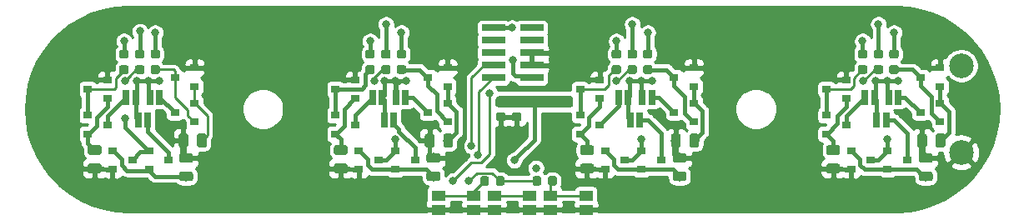
<source format=gbr>
G04 #@! TF.GenerationSoftware,KiCad,Pcbnew,(5.1.2)-2*
G04 #@! TF.CreationDate,2020-05-22T00:53:43-04:00*
G04 #@! TF.ProjectId,AddressableLED,41646472-6573-4736-9162-6c654c45442e,rev?*
G04 #@! TF.SameCoordinates,Original*
G04 #@! TF.FileFunction,Copper,L1,Top*
G04 #@! TF.FilePolarity,Positive*
%FSLAX46Y46*%
G04 Gerber Fmt 4.6, Leading zero omitted, Abs format (unit mm)*
G04 Created by KiCad (PCBNEW (5.1.2)-2) date 2020-05-22 00:53:43*
%MOMM*%
%LPD*%
G04 APERTURE LIST*
%ADD10C,0.600000*%
%ADD11C,0.100000*%
%ADD12C,0.875000*%
%ADD13R,1.400000X1.050000*%
%ADD14C,2.500000*%
%ADD15R,2.400000X0.740000*%
%ADD16R,0.650000X1.600000*%
%ADD17R,0.900000X0.800000*%
%ADD18C,0.975000*%
%ADD19C,0.800000*%
%ADD20C,0.450000*%
%ADD21C,0.250000*%
%ADD22C,0.650000*%
%ADD23C,0.254000*%
%ADD24C,0.150000*%
G04 APERTURE END LIST*
D10*
X170600000Y-119700000D03*
X169600000Y-119700000D03*
X168600000Y-119700000D03*
X167600000Y-119700000D03*
X166600000Y-119700000D03*
X165600000Y-119700000D03*
X164600000Y-119700000D03*
X163600000Y-119700000D03*
X162600000Y-119700000D03*
X161600000Y-119700000D03*
X160600000Y-119700000D03*
X170600000Y-118700000D03*
X169600000Y-118700000D03*
X168600000Y-118700000D03*
X167600000Y-118700000D03*
X166600000Y-118700000D03*
X165600000Y-118700000D03*
X164600000Y-118700000D03*
X163600000Y-118700000D03*
X162600000Y-118700000D03*
X161600000Y-118700000D03*
X160600000Y-118700000D03*
X170600000Y-117700000D03*
X169600000Y-117700000D03*
X168600000Y-117700000D03*
X167600000Y-117700000D03*
X166600000Y-117700000D03*
X165600000Y-117700000D03*
X164600000Y-117700000D03*
X163600000Y-117700000D03*
X162600000Y-117700000D03*
X161600000Y-117700000D03*
X160600000Y-117700000D03*
X170600000Y-116700000D03*
X169600000Y-116700000D03*
X168600000Y-116700000D03*
X167600000Y-116700000D03*
X166600000Y-116700000D03*
X165600000Y-116700000D03*
X164600000Y-116700000D03*
X163600000Y-116700000D03*
X162600000Y-116700000D03*
X161600000Y-116700000D03*
X160600000Y-116700000D03*
X170600000Y-115700000D03*
X169600000Y-115700000D03*
X168600000Y-115700000D03*
X167600000Y-115700000D03*
X166600000Y-115700000D03*
X165600000Y-115700000D03*
X164600000Y-115700000D03*
X163600000Y-115700000D03*
X162600000Y-115700000D03*
X161600000Y-115700000D03*
X160600000Y-115700000D03*
X120200000Y-119800000D03*
X119200000Y-119800000D03*
X118200000Y-119800000D03*
X117200000Y-119800000D03*
X116200000Y-119800000D03*
X115200000Y-119800000D03*
X114200000Y-119800000D03*
X113200000Y-119800000D03*
X112200000Y-119800000D03*
X111200000Y-119800000D03*
X110200000Y-119800000D03*
X120200000Y-118800000D03*
X119200000Y-118800000D03*
X118200000Y-118800000D03*
X117200000Y-118800000D03*
X116200000Y-118800000D03*
X115200000Y-118800000D03*
X114200000Y-118800000D03*
X113200000Y-118800000D03*
X112200000Y-118800000D03*
X111200000Y-118800000D03*
X110200000Y-118800000D03*
X120200000Y-117800000D03*
X119200000Y-117800000D03*
X118200000Y-117800000D03*
X117200000Y-117800000D03*
X116200000Y-117800000D03*
X115200000Y-117800000D03*
X114200000Y-117800000D03*
X113200000Y-117800000D03*
X112200000Y-117800000D03*
X111200000Y-117800000D03*
X110200000Y-117800000D03*
X120200000Y-116800000D03*
X119200000Y-116800000D03*
X118200000Y-116800000D03*
X117200000Y-116800000D03*
X116200000Y-116800000D03*
X115200000Y-116800000D03*
X114200000Y-116800000D03*
X113200000Y-116800000D03*
X112200000Y-116800000D03*
X111200000Y-116800000D03*
X110200000Y-116800000D03*
X120200000Y-115800000D03*
X119200000Y-115800000D03*
X118200000Y-115800000D03*
X117200000Y-115800000D03*
X116200000Y-115800000D03*
X115200000Y-115800000D03*
X114200000Y-115800000D03*
X113200000Y-115800000D03*
X112200000Y-115800000D03*
X111200000Y-115800000D03*
X110200000Y-115800000D03*
X168600000Y-114700000D03*
X167600000Y-114700000D03*
X166600000Y-114700000D03*
X165600000Y-114700000D03*
X164600000Y-114700000D03*
X163600000Y-114700000D03*
X162600000Y-114700000D03*
X161600000Y-114700000D03*
X160600000Y-114700000D03*
X120200000Y-114800000D03*
X168600000Y-113700000D03*
X167600000Y-113700000D03*
X166600000Y-113700000D03*
X165600000Y-113700000D03*
X164600000Y-113700000D03*
X163600000Y-113700000D03*
X162600000Y-113700000D03*
X161600000Y-113700000D03*
X160600000Y-113700000D03*
X120200000Y-113800000D03*
X168600000Y-112700000D03*
X167600000Y-112700000D03*
X166600000Y-112700000D03*
X165600000Y-112700000D03*
X164600000Y-112700000D03*
X163600000Y-112700000D03*
X162600000Y-112700000D03*
X161600000Y-112700000D03*
X160600000Y-112700000D03*
X120200000Y-112800000D03*
X168600000Y-111700000D03*
X167600000Y-111700000D03*
X166600000Y-111700000D03*
X162600000Y-111700000D03*
X161600000Y-111700000D03*
X160600000Y-111700000D03*
X120200000Y-111800000D03*
X168600000Y-110700000D03*
X167600000Y-110700000D03*
X161600000Y-110700000D03*
X160600000Y-110700000D03*
X120200000Y-110800000D03*
X170600000Y-114700000D03*
X169600000Y-114700000D03*
X119200000Y-114800000D03*
X118200000Y-114800000D03*
X117200000Y-114800000D03*
X116200000Y-114800000D03*
X115200000Y-114800000D03*
X170600000Y-113700000D03*
X169600000Y-113700000D03*
X119200000Y-113800000D03*
X118200000Y-113800000D03*
X117200000Y-113800000D03*
X116200000Y-113800000D03*
X115200000Y-113800000D03*
X170600000Y-112700000D03*
X169600000Y-112700000D03*
X119200000Y-112800000D03*
X118200000Y-112800000D03*
X117200000Y-112800000D03*
X116200000Y-112800000D03*
X115200000Y-112800000D03*
X170600000Y-111700000D03*
X169600000Y-111700000D03*
X119200000Y-111800000D03*
X118200000Y-111800000D03*
X117200000Y-111800000D03*
X170600000Y-110700000D03*
X169600000Y-110700000D03*
X119200000Y-110800000D03*
X118200000Y-110800000D03*
X117200000Y-110800000D03*
X114200000Y-114800000D03*
X113200000Y-114800000D03*
X112200000Y-114800000D03*
X111200000Y-114800000D03*
X110200000Y-114800000D03*
X114200000Y-113800000D03*
X113200000Y-113800000D03*
X112200000Y-113800000D03*
X111200000Y-113800000D03*
X110200000Y-113800000D03*
X114200000Y-112800000D03*
X113200000Y-112800000D03*
X112200000Y-112800000D03*
X111200000Y-112800000D03*
X110200000Y-112800000D03*
X112200000Y-111800000D03*
X111200000Y-111800000D03*
X110200000Y-111800000D03*
X112200000Y-110800000D03*
X111200000Y-110800000D03*
X110200000Y-110800000D03*
D11*
G36*
X144327691Y-116826053D02*
G01*
X144348926Y-116829203D01*
X144369750Y-116834419D01*
X144389962Y-116841651D01*
X144409368Y-116850830D01*
X144427781Y-116861866D01*
X144445024Y-116874654D01*
X144460930Y-116889070D01*
X144475346Y-116904976D01*
X144488134Y-116922219D01*
X144499170Y-116940632D01*
X144508349Y-116960038D01*
X144515581Y-116980250D01*
X144520797Y-117001074D01*
X144523947Y-117022309D01*
X144525000Y-117043750D01*
X144525000Y-117556250D01*
X144523947Y-117577691D01*
X144520797Y-117598926D01*
X144515581Y-117619750D01*
X144508349Y-117639962D01*
X144499170Y-117659368D01*
X144488134Y-117677781D01*
X144475346Y-117695024D01*
X144460930Y-117710930D01*
X144445024Y-117725346D01*
X144427781Y-117738134D01*
X144409368Y-117749170D01*
X144389962Y-117758349D01*
X144369750Y-117765581D01*
X144348926Y-117770797D01*
X144327691Y-117773947D01*
X144306250Y-117775000D01*
X143868750Y-117775000D01*
X143847309Y-117773947D01*
X143826074Y-117770797D01*
X143805250Y-117765581D01*
X143785038Y-117758349D01*
X143765632Y-117749170D01*
X143747219Y-117738134D01*
X143729976Y-117725346D01*
X143714070Y-117710930D01*
X143699654Y-117695024D01*
X143686866Y-117677781D01*
X143675830Y-117659368D01*
X143666651Y-117639962D01*
X143659419Y-117619750D01*
X143654203Y-117598926D01*
X143651053Y-117577691D01*
X143650000Y-117556250D01*
X143650000Y-117043750D01*
X143651053Y-117022309D01*
X143654203Y-117001074D01*
X143659419Y-116980250D01*
X143666651Y-116960038D01*
X143675830Y-116940632D01*
X143686866Y-116922219D01*
X143699654Y-116904976D01*
X143714070Y-116889070D01*
X143729976Y-116874654D01*
X143747219Y-116861866D01*
X143765632Y-116850830D01*
X143785038Y-116841651D01*
X143805250Y-116834419D01*
X143826074Y-116829203D01*
X143847309Y-116826053D01*
X143868750Y-116825000D01*
X144306250Y-116825000D01*
X144327691Y-116826053D01*
X144327691Y-116826053D01*
G37*
D12*
X144087500Y-117300000D03*
D11*
G36*
X142752691Y-116826053D02*
G01*
X142773926Y-116829203D01*
X142794750Y-116834419D01*
X142814962Y-116841651D01*
X142834368Y-116850830D01*
X142852781Y-116861866D01*
X142870024Y-116874654D01*
X142885930Y-116889070D01*
X142900346Y-116904976D01*
X142913134Y-116922219D01*
X142924170Y-116940632D01*
X142933349Y-116960038D01*
X142940581Y-116980250D01*
X142945797Y-117001074D01*
X142948947Y-117022309D01*
X142950000Y-117043750D01*
X142950000Y-117556250D01*
X142948947Y-117577691D01*
X142945797Y-117598926D01*
X142940581Y-117619750D01*
X142933349Y-117639962D01*
X142924170Y-117659368D01*
X142913134Y-117677781D01*
X142900346Y-117695024D01*
X142885930Y-117710930D01*
X142870024Y-117725346D01*
X142852781Y-117738134D01*
X142834368Y-117749170D01*
X142814962Y-117758349D01*
X142794750Y-117765581D01*
X142773926Y-117770797D01*
X142752691Y-117773947D01*
X142731250Y-117775000D01*
X142293750Y-117775000D01*
X142272309Y-117773947D01*
X142251074Y-117770797D01*
X142230250Y-117765581D01*
X142210038Y-117758349D01*
X142190632Y-117749170D01*
X142172219Y-117738134D01*
X142154976Y-117725346D01*
X142139070Y-117710930D01*
X142124654Y-117695024D01*
X142111866Y-117677781D01*
X142100830Y-117659368D01*
X142091651Y-117639962D01*
X142084419Y-117619750D01*
X142079203Y-117598926D01*
X142076053Y-117577691D01*
X142075000Y-117556250D01*
X142075000Y-117043750D01*
X142076053Y-117022309D01*
X142079203Y-117001074D01*
X142084419Y-116980250D01*
X142091651Y-116960038D01*
X142100830Y-116940632D01*
X142111866Y-116922219D01*
X142124654Y-116904976D01*
X142139070Y-116889070D01*
X142154976Y-116874654D01*
X142172219Y-116861866D01*
X142190632Y-116850830D01*
X142210038Y-116841651D01*
X142230250Y-116834419D01*
X142251074Y-116829203D01*
X142272309Y-116826053D01*
X142293750Y-116825000D01*
X142731250Y-116825000D01*
X142752691Y-116826053D01*
X142752691Y-116826053D01*
G37*
D12*
X142512500Y-117300000D03*
D11*
G36*
X137452691Y-116826053D02*
G01*
X137473926Y-116829203D01*
X137494750Y-116834419D01*
X137514962Y-116841651D01*
X137534368Y-116850830D01*
X137552781Y-116861866D01*
X137570024Y-116874654D01*
X137585930Y-116889070D01*
X137600346Y-116904976D01*
X137613134Y-116922219D01*
X137624170Y-116940632D01*
X137633349Y-116960038D01*
X137640581Y-116980250D01*
X137645797Y-117001074D01*
X137648947Y-117022309D01*
X137650000Y-117043750D01*
X137650000Y-117556250D01*
X137648947Y-117577691D01*
X137645797Y-117598926D01*
X137640581Y-117619750D01*
X137633349Y-117639962D01*
X137624170Y-117659368D01*
X137613134Y-117677781D01*
X137600346Y-117695024D01*
X137585930Y-117710930D01*
X137570024Y-117725346D01*
X137552781Y-117738134D01*
X137534368Y-117749170D01*
X137514962Y-117758349D01*
X137494750Y-117765581D01*
X137473926Y-117770797D01*
X137452691Y-117773947D01*
X137431250Y-117775000D01*
X136993750Y-117775000D01*
X136972309Y-117773947D01*
X136951074Y-117770797D01*
X136930250Y-117765581D01*
X136910038Y-117758349D01*
X136890632Y-117749170D01*
X136872219Y-117738134D01*
X136854976Y-117725346D01*
X136839070Y-117710930D01*
X136824654Y-117695024D01*
X136811866Y-117677781D01*
X136800830Y-117659368D01*
X136791651Y-117639962D01*
X136784419Y-117619750D01*
X136779203Y-117598926D01*
X136776053Y-117577691D01*
X136775000Y-117556250D01*
X136775000Y-117043750D01*
X136776053Y-117022309D01*
X136779203Y-117001074D01*
X136784419Y-116980250D01*
X136791651Y-116960038D01*
X136800830Y-116940632D01*
X136811866Y-116922219D01*
X136824654Y-116904976D01*
X136839070Y-116889070D01*
X136854976Y-116874654D01*
X136872219Y-116861866D01*
X136890632Y-116850830D01*
X136910038Y-116841651D01*
X136930250Y-116834419D01*
X136951074Y-116829203D01*
X136972309Y-116826053D01*
X136993750Y-116825000D01*
X137431250Y-116825000D01*
X137452691Y-116826053D01*
X137452691Y-116826053D01*
G37*
D12*
X137212500Y-117300000D03*
D11*
G36*
X139027691Y-116826053D02*
G01*
X139048926Y-116829203D01*
X139069750Y-116834419D01*
X139089962Y-116841651D01*
X139109368Y-116850830D01*
X139127781Y-116861866D01*
X139145024Y-116874654D01*
X139160930Y-116889070D01*
X139175346Y-116904976D01*
X139188134Y-116922219D01*
X139199170Y-116940632D01*
X139208349Y-116960038D01*
X139215581Y-116980250D01*
X139220797Y-117001074D01*
X139223947Y-117022309D01*
X139225000Y-117043750D01*
X139225000Y-117556250D01*
X139223947Y-117577691D01*
X139220797Y-117598926D01*
X139215581Y-117619750D01*
X139208349Y-117639962D01*
X139199170Y-117659368D01*
X139188134Y-117677781D01*
X139175346Y-117695024D01*
X139160930Y-117710930D01*
X139145024Y-117725346D01*
X139127781Y-117738134D01*
X139109368Y-117749170D01*
X139089962Y-117758349D01*
X139069750Y-117765581D01*
X139048926Y-117770797D01*
X139027691Y-117773947D01*
X139006250Y-117775000D01*
X138568750Y-117775000D01*
X138547309Y-117773947D01*
X138526074Y-117770797D01*
X138505250Y-117765581D01*
X138485038Y-117758349D01*
X138465632Y-117749170D01*
X138447219Y-117738134D01*
X138429976Y-117725346D01*
X138414070Y-117710930D01*
X138399654Y-117695024D01*
X138386866Y-117677781D01*
X138375830Y-117659368D01*
X138366651Y-117639962D01*
X138359419Y-117619750D01*
X138354203Y-117598926D01*
X138351053Y-117577691D01*
X138350000Y-117556250D01*
X138350000Y-117043750D01*
X138351053Y-117022309D01*
X138354203Y-117001074D01*
X138359419Y-116980250D01*
X138366651Y-116960038D01*
X138375830Y-116940632D01*
X138386866Y-116922219D01*
X138399654Y-116904976D01*
X138414070Y-116889070D01*
X138429976Y-116874654D01*
X138447219Y-116861866D01*
X138465632Y-116850830D01*
X138485038Y-116841651D01*
X138505250Y-116834419D01*
X138526074Y-116829203D01*
X138547309Y-116826053D01*
X138568750Y-116825000D01*
X139006250Y-116825000D01*
X139027691Y-116826053D01*
X139027691Y-116826053D01*
G37*
D12*
X138787500Y-117300000D03*
D13*
X147500000Y-120220000D03*
X147500000Y-118780000D03*
X143900000Y-120220000D03*
X143900000Y-118780000D03*
X141800000Y-120220000D03*
X141800000Y-118780000D03*
X138200000Y-120220000D03*
X138200000Y-118780000D03*
X136100000Y-120220000D03*
X136100000Y-118780000D03*
X132500000Y-120220000D03*
X132500000Y-118780000D03*
D14*
X185600000Y-114400000D03*
X185600000Y-105600000D03*
D15*
X138100000Y-101760000D03*
X142000000Y-101760000D03*
X138100000Y-103030000D03*
X142000000Y-103030000D03*
X138100000Y-104300000D03*
X142000000Y-104300000D03*
X138100000Y-105570000D03*
X142000000Y-105570000D03*
X138100000Y-106840000D03*
X142000000Y-106840000D03*
D11*
G36*
X139127691Y-110351053D02*
G01*
X139148926Y-110354203D01*
X139169750Y-110359419D01*
X139189962Y-110366651D01*
X139209368Y-110375830D01*
X139227781Y-110386866D01*
X139245024Y-110399654D01*
X139260930Y-110414070D01*
X139275346Y-110429976D01*
X139288134Y-110447219D01*
X139299170Y-110465632D01*
X139308349Y-110485038D01*
X139315581Y-110505250D01*
X139320797Y-110526074D01*
X139323947Y-110547309D01*
X139325000Y-110568750D01*
X139325000Y-111006250D01*
X139323947Y-111027691D01*
X139320797Y-111048926D01*
X139315581Y-111069750D01*
X139308349Y-111089962D01*
X139299170Y-111109368D01*
X139288134Y-111127781D01*
X139275346Y-111145024D01*
X139260930Y-111160930D01*
X139245024Y-111175346D01*
X139227781Y-111188134D01*
X139209368Y-111199170D01*
X139189962Y-111208349D01*
X139169750Y-111215581D01*
X139148926Y-111220797D01*
X139127691Y-111223947D01*
X139106250Y-111225000D01*
X138593750Y-111225000D01*
X138572309Y-111223947D01*
X138551074Y-111220797D01*
X138530250Y-111215581D01*
X138510038Y-111208349D01*
X138490632Y-111199170D01*
X138472219Y-111188134D01*
X138454976Y-111175346D01*
X138439070Y-111160930D01*
X138424654Y-111145024D01*
X138411866Y-111127781D01*
X138400830Y-111109368D01*
X138391651Y-111089962D01*
X138384419Y-111069750D01*
X138379203Y-111048926D01*
X138376053Y-111027691D01*
X138375000Y-111006250D01*
X138375000Y-110568750D01*
X138376053Y-110547309D01*
X138379203Y-110526074D01*
X138384419Y-110505250D01*
X138391651Y-110485038D01*
X138400830Y-110465632D01*
X138411866Y-110447219D01*
X138424654Y-110429976D01*
X138439070Y-110414070D01*
X138454976Y-110399654D01*
X138472219Y-110386866D01*
X138490632Y-110375830D01*
X138510038Y-110366651D01*
X138530250Y-110359419D01*
X138551074Y-110354203D01*
X138572309Y-110351053D01*
X138593750Y-110350000D01*
X139106250Y-110350000D01*
X139127691Y-110351053D01*
X139127691Y-110351053D01*
G37*
D12*
X138850000Y-110787500D03*
D11*
G36*
X139127691Y-108776053D02*
G01*
X139148926Y-108779203D01*
X139169750Y-108784419D01*
X139189962Y-108791651D01*
X139209368Y-108800830D01*
X139227781Y-108811866D01*
X139245024Y-108824654D01*
X139260930Y-108839070D01*
X139275346Y-108854976D01*
X139288134Y-108872219D01*
X139299170Y-108890632D01*
X139308349Y-108910038D01*
X139315581Y-108930250D01*
X139320797Y-108951074D01*
X139323947Y-108972309D01*
X139325000Y-108993750D01*
X139325000Y-109431250D01*
X139323947Y-109452691D01*
X139320797Y-109473926D01*
X139315581Y-109494750D01*
X139308349Y-109514962D01*
X139299170Y-109534368D01*
X139288134Y-109552781D01*
X139275346Y-109570024D01*
X139260930Y-109585930D01*
X139245024Y-109600346D01*
X139227781Y-109613134D01*
X139209368Y-109624170D01*
X139189962Y-109633349D01*
X139169750Y-109640581D01*
X139148926Y-109645797D01*
X139127691Y-109648947D01*
X139106250Y-109650000D01*
X138593750Y-109650000D01*
X138572309Y-109648947D01*
X138551074Y-109645797D01*
X138530250Y-109640581D01*
X138510038Y-109633349D01*
X138490632Y-109624170D01*
X138472219Y-109613134D01*
X138454976Y-109600346D01*
X138439070Y-109585930D01*
X138424654Y-109570024D01*
X138411866Y-109552781D01*
X138400830Y-109534368D01*
X138391651Y-109514962D01*
X138384419Y-109494750D01*
X138379203Y-109473926D01*
X138376053Y-109452691D01*
X138375000Y-109431250D01*
X138375000Y-108993750D01*
X138376053Y-108972309D01*
X138379203Y-108951074D01*
X138384419Y-108930250D01*
X138391651Y-108910038D01*
X138400830Y-108890632D01*
X138411866Y-108872219D01*
X138424654Y-108854976D01*
X138439070Y-108839070D01*
X138454976Y-108824654D01*
X138472219Y-108811866D01*
X138490632Y-108800830D01*
X138510038Y-108791651D01*
X138530250Y-108784419D01*
X138551074Y-108779203D01*
X138572309Y-108776053D01*
X138593750Y-108775000D01*
X139106250Y-108775000D01*
X139127691Y-108776053D01*
X139127691Y-108776053D01*
G37*
D12*
X138850000Y-109212500D03*
D11*
G36*
X140727691Y-110351053D02*
G01*
X140748926Y-110354203D01*
X140769750Y-110359419D01*
X140789962Y-110366651D01*
X140809368Y-110375830D01*
X140827781Y-110386866D01*
X140845024Y-110399654D01*
X140860930Y-110414070D01*
X140875346Y-110429976D01*
X140888134Y-110447219D01*
X140899170Y-110465632D01*
X140908349Y-110485038D01*
X140915581Y-110505250D01*
X140920797Y-110526074D01*
X140923947Y-110547309D01*
X140925000Y-110568750D01*
X140925000Y-111006250D01*
X140923947Y-111027691D01*
X140920797Y-111048926D01*
X140915581Y-111069750D01*
X140908349Y-111089962D01*
X140899170Y-111109368D01*
X140888134Y-111127781D01*
X140875346Y-111145024D01*
X140860930Y-111160930D01*
X140845024Y-111175346D01*
X140827781Y-111188134D01*
X140809368Y-111199170D01*
X140789962Y-111208349D01*
X140769750Y-111215581D01*
X140748926Y-111220797D01*
X140727691Y-111223947D01*
X140706250Y-111225000D01*
X140193750Y-111225000D01*
X140172309Y-111223947D01*
X140151074Y-111220797D01*
X140130250Y-111215581D01*
X140110038Y-111208349D01*
X140090632Y-111199170D01*
X140072219Y-111188134D01*
X140054976Y-111175346D01*
X140039070Y-111160930D01*
X140024654Y-111145024D01*
X140011866Y-111127781D01*
X140000830Y-111109368D01*
X139991651Y-111089962D01*
X139984419Y-111069750D01*
X139979203Y-111048926D01*
X139976053Y-111027691D01*
X139975000Y-111006250D01*
X139975000Y-110568750D01*
X139976053Y-110547309D01*
X139979203Y-110526074D01*
X139984419Y-110505250D01*
X139991651Y-110485038D01*
X140000830Y-110465632D01*
X140011866Y-110447219D01*
X140024654Y-110429976D01*
X140039070Y-110414070D01*
X140054976Y-110399654D01*
X140072219Y-110386866D01*
X140090632Y-110375830D01*
X140110038Y-110366651D01*
X140130250Y-110359419D01*
X140151074Y-110354203D01*
X140172309Y-110351053D01*
X140193750Y-110350000D01*
X140706250Y-110350000D01*
X140727691Y-110351053D01*
X140727691Y-110351053D01*
G37*
D12*
X140450000Y-110787500D03*
D11*
G36*
X140727691Y-108776053D02*
G01*
X140748926Y-108779203D01*
X140769750Y-108784419D01*
X140789962Y-108791651D01*
X140809368Y-108800830D01*
X140827781Y-108811866D01*
X140845024Y-108824654D01*
X140860930Y-108839070D01*
X140875346Y-108854976D01*
X140888134Y-108872219D01*
X140899170Y-108890632D01*
X140908349Y-108910038D01*
X140915581Y-108930250D01*
X140920797Y-108951074D01*
X140923947Y-108972309D01*
X140925000Y-108993750D01*
X140925000Y-109431250D01*
X140923947Y-109452691D01*
X140920797Y-109473926D01*
X140915581Y-109494750D01*
X140908349Y-109514962D01*
X140899170Y-109534368D01*
X140888134Y-109552781D01*
X140875346Y-109570024D01*
X140860930Y-109585930D01*
X140845024Y-109600346D01*
X140827781Y-109613134D01*
X140809368Y-109624170D01*
X140789962Y-109633349D01*
X140769750Y-109640581D01*
X140748926Y-109645797D01*
X140727691Y-109648947D01*
X140706250Y-109650000D01*
X140193750Y-109650000D01*
X140172309Y-109648947D01*
X140151074Y-109645797D01*
X140130250Y-109640581D01*
X140110038Y-109633349D01*
X140090632Y-109624170D01*
X140072219Y-109613134D01*
X140054976Y-109600346D01*
X140039070Y-109585930D01*
X140024654Y-109570024D01*
X140011866Y-109552781D01*
X140000830Y-109534368D01*
X139991651Y-109514962D01*
X139984419Y-109494750D01*
X139979203Y-109473926D01*
X139976053Y-109452691D01*
X139975000Y-109431250D01*
X139975000Y-108993750D01*
X139976053Y-108972309D01*
X139979203Y-108951074D01*
X139984419Y-108930250D01*
X139991651Y-108910038D01*
X140000830Y-108890632D01*
X140011866Y-108872219D01*
X140024654Y-108854976D01*
X140039070Y-108839070D01*
X140054976Y-108824654D01*
X140072219Y-108811866D01*
X140090632Y-108800830D01*
X140110038Y-108791651D01*
X140130250Y-108784419D01*
X140151074Y-108779203D01*
X140172309Y-108776053D01*
X140193750Y-108775000D01*
X140706250Y-108775000D01*
X140727691Y-108776053D01*
X140727691Y-108776053D01*
G37*
D12*
X140450000Y-109212500D03*
D16*
X103225000Y-108800000D03*
X104175000Y-108800000D03*
X128225000Y-108800000D03*
X129175000Y-108800000D03*
X153225000Y-108800000D03*
X154175000Y-108800000D03*
X178225000Y-108800000D03*
X179175000Y-108800000D03*
X102025000Y-111100000D03*
X102975000Y-111100000D03*
X127025000Y-111100000D03*
X127975000Y-111100000D03*
X152025000Y-111100000D03*
X152975000Y-111100000D03*
X177025000Y-111100000D03*
X177975000Y-111100000D03*
X101775000Y-108800000D03*
X100825000Y-108800000D03*
X126775000Y-108800000D03*
X125825000Y-108800000D03*
X176775000Y-108800000D03*
X175825000Y-108800000D03*
X151775000Y-108800000D03*
X150825000Y-108800000D03*
D17*
X171900000Y-108000000D03*
X173900000Y-107050000D03*
X173900000Y-108950000D03*
D11*
G36*
X182480142Y-114476174D02*
G01*
X182503803Y-114479684D01*
X182527007Y-114485496D01*
X182549529Y-114493554D01*
X182571153Y-114503782D01*
X182591670Y-114516079D01*
X182610883Y-114530329D01*
X182628607Y-114546393D01*
X182644671Y-114564117D01*
X182658921Y-114583330D01*
X182671218Y-114603847D01*
X182681446Y-114625471D01*
X182689504Y-114647993D01*
X182695316Y-114671197D01*
X182698826Y-114694858D01*
X182700000Y-114718750D01*
X182700000Y-115206250D01*
X182698826Y-115230142D01*
X182695316Y-115253803D01*
X182689504Y-115277007D01*
X182681446Y-115299529D01*
X182671218Y-115321153D01*
X182658921Y-115341670D01*
X182644671Y-115360883D01*
X182628607Y-115378607D01*
X182610883Y-115394671D01*
X182591670Y-115408921D01*
X182571153Y-115421218D01*
X182549529Y-115431446D01*
X182527007Y-115439504D01*
X182503803Y-115445316D01*
X182480142Y-115448826D01*
X182456250Y-115450000D01*
X181543750Y-115450000D01*
X181519858Y-115448826D01*
X181496197Y-115445316D01*
X181472993Y-115439504D01*
X181450471Y-115431446D01*
X181428847Y-115421218D01*
X181408330Y-115408921D01*
X181389117Y-115394671D01*
X181371393Y-115378607D01*
X181355329Y-115360883D01*
X181341079Y-115341670D01*
X181328782Y-115321153D01*
X181318554Y-115299529D01*
X181310496Y-115277007D01*
X181304684Y-115253803D01*
X181301174Y-115230142D01*
X181300000Y-115206250D01*
X181300000Y-114718750D01*
X181301174Y-114694858D01*
X181304684Y-114671197D01*
X181310496Y-114647993D01*
X181318554Y-114625471D01*
X181328782Y-114603847D01*
X181341079Y-114583330D01*
X181355329Y-114564117D01*
X181371393Y-114546393D01*
X181389117Y-114530329D01*
X181408330Y-114516079D01*
X181428847Y-114503782D01*
X181450471Y-114493554D01*
X181472993Y-114485496D01*
X181496197Y-114479684D01*
X181519858Y-114476174D01*
X181543750Y-114475000D01*
X182456250Y-114475000D01*
X182480142Y-114476174D01*
X182480142Y-114476174D01*
G37*
D18*
X182000000Y-114962500D03*
D11*
G36*
X182480142Y-116351174D02*
G01*
X182503803Y-116354684D01*
X182527007Y-116360496D01*
X182549529Y-116368554D01*
X182571153Y-116378782D01*
X182591670Y-116391079D01*
X182610883Y-116405329D01*
X182628607Y-116421393D01*
X182644671Y-116439117D01*
X182658921Y-116458330D01*
X182671218Y-116478847D01*
X182681446Y-116500471D01*
X182689504Y-116522993D01*
X182695316Y-116546197D01*
X182698826Y-116569858D01*
X182700000Y-116593750D01*
X182700000Y-117081250D01*
X182698826Y-117105142D01*
X182695316Y-117128803D01*
X182689504Y-117152007D01*
X182681446Y-117174529D01*
X182671218Y-117196153D01*
X182658921Y-117216670D01*
X182644671Y-117235883D01*
X182628607Y-117253607D01*
X182610883Y-117269671D01*
X182591670Y-117283921D01*
X182571153Y-117296218D01*
X182549529Y-117306446D01*
X182527007Y-117314504D01*
X182503803Y-117320316D01*
X182480142Y-117323826D01*
X182456250Y-117325000D01*
X181543750Y-117325000D01*
X181519858Y-117323826D01*
X181496197Y-117320316D01*
X181472993Y-117314504D01*
X181450471Y-117306446D01*
X181428847Y-117296218D01*
X181408330Y-117283921D01*
X181389117Y-117269671D01*
X181371393Y-117253607D01*
X181355329Y-117235883D01*
X181341079Y-117216670D01*
X181328782Y-117196153D01*
X181318554Y-117174529D01*
X181310496Y-117152007D01*
X181304684Y-117128803D01*
X181301174Y-117105142D01*
X181300000Y-117081250D01*
X181300000Y-116593750D01*
X181301174Y-116569858D01*
X181304684Y-116546197D01*
X181310496Y-116522993D01*
X181318554Y-116500471D01*
X181328782Y-116478847D01*
X181341079Y-116458330D01*
X181355329Y-116439117D01*
X181371393Y-116421393D01*
X181389117Y-116405329D01*
X181408330Y-116391079D01*
X181428847Y-116378782D01*
X181450471Y-116368554D01*
X181472993Y-116360496D01*
X181496197Y-116354684D01*
X181519858Y-116351174D01*
X181543750Y-116350000D01*
X182456250Y-116350000D01*
X182480142Y-116351174D01*
X182480142Y-116351174D01*
G37*
D18*
X182000000Y-116837500D03*
D11*
G36*
X177466791Y-105551053D02*
G01*
X177488026Y-105554203D01*
X177508850Y-105559419D01*
X177529062Y-105566651D01*
X177548468Y-105575830D01*
X177566881Y-105586866D01*
X177584124Y-105599654D01*
X177600030Y-105614070D01*
X177614446Y-105629976D01*
X177627234Y-105647219D01*
X177638270Y-105665632D01*
X177647449Y-105685038D01*
X177654681Y-105705250D01*
X177659897Y-105726074D01*
X177663047Y-105747309D01*
X177664100Y-105768750D01*
X177664100Y-106206250D01*
X177663047Y-106227691D01*
X177659897Y-106248926D01*
X177654681Y-106269750D01*
X177647449Y-106289962D01*
X177638270Y-106309368D01*
X177627234Y-106327781D01*
X177614446Y-106345024D01*
X177600030Y-106360930D01*
X177584124Y-106375346D01*
X177566881Y-106388134D01*
X177548468Y-106399170D01*
X177529062Y-106408349D01*
X177508850Y-106415581D01*
X177488026Y-106420797D01*
X177466791Y-106423947D01*
X177445350Y-106425000D01*
X176932850Y-106425000D01*
X176911409Y-106423947D01*
X176890174Y-106420797D01*
X176869350Y-106415581D01*
X176849138Y-106408349D01*
X176829732Y-106399170D01*
X176811319Y-106388134D01*
X176794076Y-106375346D01*
X176778170Y-106360930D01*
X176763754Y-106345024D01*
X176750966Y-106327781D01*
X176739930Y-106309368D01*
X176730751Y-106289962D01*
X176723519Y-106269750D01*
X176718303Y-106248926D01*
X176715153Y-106227691D01*
X176714100Y-106206250D01*
X176714100Y-105768750D01*
X176715153Y-105747309D01*
X176718303Y-105726074D01*
X176723519Y-105705250D01*
X176730751Y-105685038D01*
X176739930Y-105665632D01*
X176750966Y-105647219D01*
X176763754Y-105629976D01*
X176778170Y-105614070D01*
X176794076Y-105599654D01*
X176811319Y-105586866D01*
X176829732Y-105575830D01*
X176849138Y-105566651D01*
X176869350Y-105559419D01*
X176890174Y-105554203D01*
X176911409Y-105551053D01*
X176932850Y-105550000D01*
X177445350Y-105550000D01*
X177466791Y-105551053D01*
X177466791Y-105551053D01*
G37*
D12*
X177189100Y-105987500D03*
D11*
G36*
X177466791Y-103976053D02*
G01*
X177488026Y-103979203D01*
X177508850Y-103984419D01*
X177529062Y-103991651D01*
X177548468Y-104000830D01*
X177566881Y-104011866D01*
X177584124Y-104024654D01*
X177600030Y-104039070D01*
X177614446Y-104054976D01*
X177627234Y-104072219D01*
X177638270Y-104090632D01*
X177647449Y-104110038D01*
X177654681Y-104130250D01*
X177659897Y-104151074D01*
X177663047Y-104172309D01*
X177664100Y-104193750D01*
X177664100Y-104631250D01*
X177663047Y-104652691D01*
X177659897Y-104673926D01*
X177654681Y-104694750D01*
X177647449Y-104714962D01*
X177638270Y-104734368D01*
X177627234Y-104752781D01*
X177614446Y-104770024D01*
X177600030Y-104785930D01*
X177584124Y-104800346D01*
X177566881Y-104813134D01*
X177548468Y-104824170D01*
X177529062Y-104833349D01*
X177508850Y-104840581D01*
X177488026Y-104845797D01*
X177466791Y-104848947D01*
X177445350Y-104850000D01*
X176932850Y-104850000D01*
X176911409Y-104848947D01*
X176890174Y-104845797D01*
X176869350Y-104840581D01*
X176849138Y-104833349D01*
X176829732Y-104824170D01*
X176811319Y-104813134D01*
X176794076Y-104800346D01*
X176778170Y-104785930D01*
X176763754Y-104770024D01*
X176750966Y-104752781D01*
X176739930Y-104734368D01*
X176730751Y-104714962D01*
X176723519Y-104694750D01*
X176718303Y-104673926D01*
X176715153Y-104652691D01*
X176714100Y-104631250D01*
X176714100Y-104193750D01*
X176715153Y-104172309D01*
X176718303Y-104151074D01*
X176723519Y-104130250D01*
X176730751Y-104110038D01*
X176739930Y-104090632D01*
X176750966Y-104072219D01*
X176763754Y-104054976D01*
X176778170Y-104039070D01*
X176794076Y-104024654D01*
X176811319Y-104011866D01*
X176829732Y-104000830D01*
X176849138Y-103991651D01*
X176869350Y-103984419D01*
X176890174Y-103979203D01*
X176911409Y-103976053D01*
X176932850Y-103975000D01*
X177445350Y-103975000D01*
X177466791Y-103976053D01*
X177466791Y-103976053D01*
G37*
D12*
X177189100Y-104412500D03*
D11*
G36*
X173080142Y-115551174D02*
G01*
X173103803Y-115554684D01*
X173127007Y-115560496D01*
X173149529Y-115568554D01*
X173171153Y-115578782D01*
X173191670Y-115591079D01*
X173210883Y-115605329D01*
X173228607Y-115621393D01*
X173244671Y-115639117D01*
X173258921Y-115658330D01*
X173271218Y-115678847D01*
X173281446Y-115700471D01*
X173289504Y-115722993D01*
X173295316Y-115746197D01*
X173298826Y-115769858D01*
X173300000Y-115793750D01*
X173300000Y-116281250D01*
X173298826Y-116305142D01*
X173295316Y-116328803D01*
X173289504Y-116352007D01*
X173281446Y-116374529D01*
X173271218Y-116396153D01*
X173258921Y-116416670D01*
X173244671Y-116435883D01*
X173228607Y-116453607D01*
X173210883Y-116469671D01*
X173191670Y-116483921D01*
X173171153Y-116496218D01*
X173149529Y-116506446D01*
X173127007Y-116514504D01*
X173103803Y-116520316D01*
X173080142Y-116523826D01*
X173056250Y-116525000D01*
X172143750Y-116525000D01*
X172119858Y-116523826D01*
X172096197Y-116520316D01*
X172072993Y-116514504D01*
X172050471Y-116506446D01*
X172028847Y-116496218D01*
X172008330Y-116483921D01*
X171989117Y-116469671D01*
X171971393Y-116453607D01*
X171955329Y-116435883D01*
X171941079Y-116416670D01*
X171928782Y-116396153D01*
X171918554Y-116374529D01*
X171910496Y-116352007D01*
X171904684Y-116328803D01*
X171901174Y-116305142D01*
X171900000Y-116281250D01*
X171900000Y-115793750D01*
X171901174Y-115769858D01*
X171904684Y-115746197D01*
X171910496Y-115722993D01*
X171918554Y-115700471D01*
X171928782Y-115678847D01*
X171941079Y-115658330D01*
X171955329Y-115639117D01*
X171971393Y-115621393D01*
X171989117Y-115605329D01*
X172008330Y-115591079D01*
X172028847Y-115578782D01*
X172050471Y-115568554D01*
X172072993Y-115560496D01*
X172096197Y-115554684D01*
X172119858Y-115551174D01*
X172143750Y-115550000D01*
X173056250Y-115550000D01*
X173080142Y-115551174D01*
X173080142Y-115551174D01*
G37*
D18*
X172600000Y-116037500D03*
D11*
G36*
X173080142Y-113676174D02*
G01*
X173103803Y-113679684D01*
X173127007Y-113685496D01*
X173149529Y-113693554D01*
X173171153Y-113703782D01*
X173191670Y-113716079D01*
X173210883Y-113730329D01*
X173228607Y-113746393D01*
X173244671Y-113764117D01*
X173258921Y-113783330D01*
X173271218Y-113803847D01*
X173281446Y-113825471D01*
X173289504Y-113847993D01*
X173295316Y-113871197D01*
X173298826Y-113894858D01*
X173300000Y-113918750D01*
X173300000Y-114406250D01*
X173298826Y-114430142D01*
X173295316Y-114453803D01*
X173289504Y-114477007D01*
X173281446Y-114499529D01*
X173271218Y-114521153D01*
X173258921Y-114541670D01*
X173244671Y-114560883D01*
X173228607Y-114578607D01*
X173210883Y-114594671D01*
X173191670Y-114608921D01*
X173171153Y-114621218D01*
X173149529Y-114631446D01*
X173127007Y-114639504D01*
X173103803Y-114645316D01*
X173080142Y-114648826D01*
X173056250Y-114650000D01*
X172143750Y-114650000D01*
X172119858Y-114648826D01*
X172096197Y-114645316D01*
X172072993Y-114639504D01*
X172050471Y-114631446D01*
X172028847Y-114621218D01*
X172008330Y-114608921D01*
X171989117Y-114594671D01*
X171971393Y-114578607D01*
X171955329Y-114560883D01*
X171941079Y-114541670D01*
X171928782Y-114521153D01*
X171918554Y-114499529D01*
X171910496Y-114477007D01*
X171904684Y-114453803D01*
X171901174Y-114430142D01*
X171900000Y-114406250D01*
X171900000Y-113918750D01*
X171901174Y-113894858D01*
X171904684Y-113871197D01*
X171910496Y-113847993D01*
X171918554Y-113825471D01*
X171928782Y-113803847D01*
X171941079Y-113783330D01*
X171955329Y-113764117D01*
X171971393Y-113746393D01*
X171989117Y-113730329D01*
X172008330Y-113716079D01*
X172028847Y-113703782D01*
X172050471Y-113693554D01*
X172072993Y-113685496D01*
X172096197Y-113679684D01*
X172119858Y-113676174D01*
X172143750Y-113675000D01*
X173056250Y-113675000D01*
X173080142Y-113676174D01*
X173080142Y-113676174D01*
G37*
D18*
X172600000Y-114162500D03*
D11*
G36*
X175853891Y-105551053D02*
G01*
X175875126Y-105554203D01*
X175895950Y-105559419D01*
X175916162Y-105566651D01*
X175935568Y-105575830D01*
X175953981Y-105586866D01*
X175971224Y-105599654D01*
X175987130Y-105614070D01*
X176001546Y-105629976D01*
X176014334Y-105647219D01*
X176025370Y-105665632D01*
X176034549Y-105685038D01*
X176041781Y-105705250D01*
X176046997Y-105726074D01*
X176050147Y-105747309D01*
X176051200Y-105768750D01*
X176051200Y-106206250D01*
X176050147Y-106227691D01*
X176046997Y-106248926D01*
X176041781Y-106269750D01*
X176034549Y-106289962D01*
X176025370Y-106309368D01*
X176014334Y-106327781D01*
X176001546Y-106345024D01*
X175987130Y-106360930D01*
X175971224Y-106375346D01*
X175953981Y-106388134D01*
X175935568Y-106399170D01*
X175916162Y-106408349D01*
X175895950Y-106415581D01*
X175875126Y-106420797D01*
X175853891Y-106423947D01*
X175832450Y-106425000D01*
X175319950Y-106425000D01*
X175298509Y-106423947D01*
X175277274Y-106420797D01*
X175256450Y-106415581D01*
X175236238Y-106408349D01*
X175216832Y-106399170D01*
X175198419Y-106388134D01*
X175181176Y-106375346D01*
X175165270Y-106360930D01*
X175150854Y-106345024D01*
X175138066Y-106327781D01*
X175127030Y-106309368D01*
X175117851Y-106289962D01*
X175110619Y-106269750D01*
X175105403Y-106248926D01*
X175102253Y-106227691D01*
X175101200Y-106206250D01*
X175101200Y-105768750D01*
X175102253Y-105747309D01*
X175105403Y-105726074D01*
X175110619Y-105705250D01*
X175117851Y-105685038D01*
X175127030Y-105665632D01*
X175138066Y-105647219D01*
X175150854Y-105629976D01*
X175165270Y-105614070D01*
X175181176Y-105599654D01*
X175198419Y-105586866D01*
X175216832Y-105575830D01*
X175236238Y-105566651D01*
X175256450Y-105559419D01*
X175277274Y-105554203D01*
X175298509Y-105551053D01*
X175319950Y-105550000D01*
X175832450Y-105550000D01*
X175853891Y-105551053D01*
X175853891Y-105551053D01*
G37*
D12*
X175576200Y-105987500D03*
D11*
G36*
X175853891Y-103976053D02*
G01*
X175875126Y-103979203D01*
X175895950Y-103984419D01*
X175916162Y-103991651D01*
X175935568Y-104000830D01*
X175953981Y-104011866D01*
X175971224Y-104024654D01*
X175987130Y-104039070D01*
X176001546Y-104054976D01*
X176014334Y-104072219D01*
X176025370Y-104090632D01*
X176034549Y-104110038D01*
X176041781Y-104130250D01*
X176046997Y-104151074D01*
X176050147Y-104172309D01*
X176051200Y-104193750D01*
X176051200Y-104631250D01*
X176050147Y-104652691D01*
X176046997Y-104673926D01*
X176041781Y-104694750D01*
X176034549Y-104714962D01*
X176025370Y-104734368D01*
X176014334Y-104752781D01*
X176001546Y-104770024D01*
X175987130Y-104785930D01*
X175971224Y-104800346D01*
X175953981Y-104813134D01*
X175935568Y-104824170D01*
X175916162Y-104833349D01*
X175895950Y-104840581D01*
X175875126Y-104845797D01*
X175853891Y-104848947D01*
X175832450Y-104850000D01*
X175319950Y-104850000D01*
X175298509Y-104848947D01*
X175277274Y-104845797D01*
X175256450Y-104840581D01*
X175236238Y-104833349D01*
X175216832Y-104824170D01*
X175198419Y-104813134D01*
X175181176Y-104800346D01*
X175165270Y-104785930D01*
X175150854Y-104770024D01*
X175138066Y-104752781D01*
X175127030Y-104734368D01*
X175117851Y-104714962D01*
X175110619Y-104694750D01*
X175105403Y-104673926D01*
X175102253Y-104652691D01*
X175101200Y-104631250D01*
X175101200Y-104193750D01*
X175102253Y-104172309D01*
X175105403Y-104151074D01*
X175110619Y-104130250D01*
X175117851Y-104110038D01*
X175127030Y-104090632D01*
X175138066Y-104072219D01*
X175150854Y-104054976D01*
X175165270Y-104039070D01*
X175181176Y-104024654D01*
X175198419Y-104011866D01*
X175216832Y-104000830D01*
X175236238Y-103991651D01*
X175256450Y-103984419D01*
X175277274Y-103979203D01*
X175298509Y-103976053D01*
X175319950Y-103975000D01*
X175832450Y-103975000D01*
X175853891Y-103976053D01*
X175853891Y-103976053D01*
G37*
D12*
X175576200Y-104412500D03*
D11*
G36*
X181888742Y-112501174D02*
G01*
X181912403Y-112504684D01*
X181935607Y-112510496D01*
X181958129Y-112518554D01*
X181979753Y-112528782D01*
X182000270Y-112541079D01*
X182019483Y-112555329D01*
X182037207Y-112571393D01*
X182053271Y-112589117D01*
X182067521Y-112608330D01*
X182079818Y-112628847D01*
X182090046Y-112650471D01*
X182098104Y-112672993D01*
X182103916Y-112696197D01*
X182107426Y-112719858D01*
X182108600Y-112743750D01*
X182108600Y-113656250D01*
X182107426Y-113680142D01*
X182103916Y-113703803D01*
X182098104Y-113727007D01*
X182090046Y-113749529D01*
X182079818Y-113771153D01*
X182067521Y-113791670D01*
X182053271Y-113810883D01*
X182037207Y-113828607D01*
X182019483Y-113844671D01*
X182000270Y-113858921D01*
X181979753Y-113871218D01*
X181958129Y-113881446D01*
X181935607Y-113889504D01*
X181912403Y-113895316D01*
X181888742Y-113898826D01*
X181864850Y-113900000D01*
X181377350Y-113900000D01*
X181353458Y-113898826D01*
X181329797Y-113895316D01*
X181306593Y-113889504D01*
X181284071Y-113881446D01*
X181262447Y-113871218D01*
X181241930Y-113858921D01*
X181222717Y-113844671D01*
X181204993Y-113828607D01*
X181188929Y-113810883D01*
X181174679Y-113791670D01*
X181162382Y-113771153D01*
X181152154Y-113749529D01*
X181144096Y-113727007D01*
X181138284Y-113703803D01*
X181134774Y-113680142D01*
X181133600Y-113656250D01*
X181133600Y-112743750D01*
X181134774Y-112719858D01*
X181138284Y-112696197D01*
X181144096Y-112672993D01*
X181152154Y-112650471D01*
X181162382Y-112628847D01*
X181174679Y-112608330D01*
X181188929Y-112589117D01*
X181204993Y-112571393D01*
X181222717Y-112555329D01*
X181241930Y-112541079D01*
X181262447Y-112528782D01*
X181284071Y-112518554D01*
X181306593Y-112510496D01*
X181329797Y-112504684D01*
X181353458Y-112501174D01*
X181377350Y-112500000D01*
X181864850Y-112500000D01*
X181888742Y-112501174D01*
X181888742Y-112501174D01*
G37*
D18*
X181621100Y-113200000D03*
D11*
G36*
X183763742Y-112501174D02*
G01*
X183787403Y-112504684D01*
X183810607Y-112510496D01*
X183833129Y-112518554D01*
X183854753Y-112528782D01*
X183875270Y-112541079D01*
X183894483Y-112555329D01*
X183912207Y-112571393D01*
X183928271Y-112589117D01*
X183942521Y-112608330D01*
X183954818Y-112628847D01*
X183965046Y-112650471D01*
X183973104Y-112672993D01*
X183978916Y-112696197D01*
X183982426Y-112719858D01*
X183983600Y-112743750D01*
X183983600Y-113656250D01*
X183982426Y-113680142D01*
X183978916Y-113703803D01*
X183973104Y-113727007D01*
X183965046Y-113749529D01*
X183954818Y-113771153D01*
X183942521Y-113791670D01*
X183928271Y-113810883D01*
X183912207Y-113828607D01*
X183894483Y-113844671D01*
X183875270Y-113858921D01*
X183854753Y-113871218D01*
X183833129Y-113881446D01*
X183810607Y-113889504D01*
X183787403Y-113895316D01*
X183763742Y-113898826D01*
X183739850Y-113900000D01*
X183252350Y-113900000D01*
X183228458Y-113898826D01*
X183204797Y-113895316D01*
X183181593Y-113889504D01*
X183159071Y-113881446D01*
X183137447Y-113871218D01*
X183116930Y-113858921D01*
X183097717Y-113844671D01*
X183079993Y-113828607D01*
X183063929Y-113810883D01*
X183049679Y-113791670D01*
X183037382Y-113771153D01*
X183027154Y-113749529D01*
X183019096Y-113727007D01*
X183013284Y-113703803D01*
X183009774Y-113680142D01*
X183008600Y-113656250D01*
X183008600Y-112743750D01*
X183009774Y-112719858D01*
X183013284Y-112696197D01*
X183019096Y-112672993D01*
X183027154Y-112650471D01*
X183037382Y-112628847D01*
X183049679Y-112608330D01*
X183063929Y-112589117D01*
X183079993Y-112571393D01*
X183097717Y-112555329D01*
X183116930Y-112541079D01*
X183137447Y-112528782D01*
X183159071Y-112518554D01*
X183181593Y-112510496D01*
X183204797Y-112504684D01*
X183228458Y-112501174D01*
X183252350Y-112500000D01*
X183739850Y-112500000D01*
X183763742Y-112501174D01*
X183763742Y-112501174D01*
G37*
D18*
X183496100Y-113200000D03*
D11*
G36*
X179041591Y-105551053D02*
G01*
X179062826Y-105554203D01*
X179083650Y-105559419D01*
X179103862Y-105566651D01*
X179123268Y-105575830D01*
X179141681Y-105586866D01*
X179158924Y-105599654D01*
X179174830Y-105614070D01*
X179189246Y-105629976D01*
X179202034Y-105647219D01*
X179213070Y-105665632D01*
X179222249Y-105685038D01*
X179229481Y-105705250D01*
X179234697Y-105726074D01*
X179237847Y-105747309D01*
X179238900Y-105768750D01*
X179238900Y-106206250D01*
X179237847Y-106227691D01*
X179234697Y-106248926D01*
X179229481Y-106269750D01*
X179222249Y-106289962D01*
X179213070Y-106309368D01*
X179202034Y-106327781D01*
X179189246Y-106345024D01*
X179174830Y-106360930D01*
X179158924Y-106375346D01*
X179141681Y-106388134D01*
X179123268Y-106399170D01*
X179103862Y-106408349D01*
X179083650Y-106415581D01*
X179062826Y-106420797D01*
X179041591Y-106423947D01*
X179020150Y-106425000D01*
X178507650Y-106425000D01*
X178486209Y-106423947D01*
X178464974Y-106420797D01*
X178444150Y-106415581D01*
X178423938Y-106408349D01*
X178404532Y-106399170D01*
X178386119Y-106388134D01*
X178368876Y-106375346D01*
X178352970Y-106360930D01*
X178338554Y-106345024D01*
X178325766Y-106327781D01*
X178314730Y-106309368D01*
X178305551Y-106289962D01*
X178298319Y-106269750D01*
X178293103Y-106248926D01*
X178289953Y-106227691D01*
X178288900Y-106206250D01*
X178288900Y-105768750D01*
X178289953Y-105747309D01*
X178293103Y-105726074D01*
X178298319Y-105705250D01*
X178305551Y-105685038D01*
X178314730Y-105665632D01*
X178325766Y-105647219D01*
X178338554Y-105629976D01*
X178352970Y-105614070D01*
X178368876Y-105599654D01*
X178386119Y-105586866D01*
X178404532Y-105575830D01*
X178423938Y-105566651D01*
X178444150Y-105559419D01*
X178464974Y-105554203D01*
X178486209Y-105551053D01*
X178507650Y-105550000D01*
X179020150Y-105550000D01*
X179041591Y-105551053D01*
X179041591Y-105551053D01*
G37*
D12*
X178763900Y-105987500D03*
D11*
G36*
X179041591Y-103976053D02*
G01*
X179062826Y-103979203D01*
X179083650Y-103984419D01*
X179103862Y-103991651D01*
X179123268Y-104000830D01*
X179141681Y-104011866D01*
X179158924Y-104024654D01*
X179174830Y-104039070D01*
X179189246Y-104054976D01*
X179202034Y-104072219D01*
X179213070Y-104090632D01*
X179222249Y-104110038D01*
X179229481Y-104130250D01*
X179234697Y-104151074D01*
X179237847Y-104172309D01*
X179238900Y-104193750D01*
X179238900Y-104631250D01*
X179237847Y-104652691D01*
X179234697Y-104673926D01*
X179229481Y-104694750D01*
X179222249Y-104714962D01*
X179213070Y-104734368D01*
X179202034Y-104752781D01*
X179189246Y-104770024D01*
X179174830Y-104785930D01*
X179158924Y-104800346D01*
X179141681Y-104813134D01*
X179123268Y-104824170D01*
X179103862Y-104833349D01*
X179083650Y-104840581D01*
X179062826Y-104845797D01*
X179041591Y-104848947D01*
X179020150Y-104850000D01*
X178507650Y-104850000D01*
X178486209Y-104848947D01*
X178464974Y-104845797D01*
X178444150Y-104840581D01*
X178423938Y-104833349D01*
X178404532Y-104824170D01*
X178386119Y-104813134D01*
X178368876Y-104800346D01*
X178352970Y-104785930D01*
X178338554Y-104770024D01*
X178325766Y-104752781D01*
X178314730Y-104734368D01*
X178305551Y-104714962D01*
X178298319Y-104694750D01*
X178293103Y-104673926D01*
X178289953Y-104652691D01*
X178288900Y-104631250D01*
X178288900Y-104193750D01*
X178289953Y-104172309D01*
X178293103Y-104151074D01*
X178298319Y-104130250D01*
X178305551Y-104110038D01*
X178314730Y-104090632D01*
X178325766Y-104072219D01*
X178338554Y-104054976D01*
X178352970Y-104039070D01*
X178368876Y-104024654D01*
X178386119Y-104011866D01*
X178404532Y-104000830D01*
X178423938Y-103991651D01*
X178444150Y-103984419D01*
X178464974Y-103979203D01*
X178486209Y-103976053D01*
X178507650Y-103975000D01*
X179020150Y-103975000D01*
X179041591Y-103976053D01*
X179041591Y-103976053D01*
G37*
D12*
X178763900Y-104412500D03*
D17*
X180122800Y-115184500D03*
X178122800Y-116134500D03*
X178122800Y-114234500D03*
X176427100Y-115184500D03*
X174427100Y-116134500D03*
X174427100Y-114234500D03*
X173900000Y-111600000D03*
X171900000Y-112550000D03*
X171900000Y-110650000D03*
X181448600Y-110352000D03*
X183448600Y-109402000D03*
X183448600Y-111302000D03*
X181448600Y-106770600D03*
X183448600Y-105820600D03*
X183448600Y-107720600D03*
D11*
G36*
X107380142Y-114476174D02*
G01*
X107403803Y-114479684D01*
X107427007Y-114485496D01*
X107449529Y-114493554D01*
X107471153Y-114503782D01*
X107491670Y-114516079D01*
X107510883Y-114530329D01*
X107528607Y-114546393D01*
X107544671Y-114564117D01*
X107558921Y-114583330D01*
X107571218Y-114603847D01*
X107581446Y-114625471D01*
X107589504Y-114647993D01*
X107595316Y-114671197D01*
X107598826Y-114694858D01*
X107600000Y-114718750D01*
X107600000Y-115206250D01*
X107598826Y-115230142D01*
X107595316Y-115253803D01*
X107589504Y-115277007D01*
X107581446Y-115299529D01*
X107571218Y-115321153D01*
X107558921Y-115341670D01*
X107544671Y-115360883D01*
X107528607Y-115378607D01*
X107510883Y-115394671D01*
X107491670Y-115408921D01*
X107471153Y-115421218D01*
X107449529Y-115431446D01*
X107427007Y-115439504D01*
X107403803Y-115445316D01*
X107380142Y-115448826D01*
X107356250Y-115450000D01*
X106443750Y-115450000D01*
X106419858Y-115448826D01*
X106396197Y-115445316D01*
X106372993Y-115439504D01*
X106350471Y-115431446D01*
X106328847Y-115421218D01*
X106308330Y-115408921D01*
X106289117Y-115394671D01*
X106271393Y-115378607D01*
X106255329Y-115360883D01*
X106241079Y-115341670D01*
X106228782Y-115321153D01*
X106218554Y-115299529D01*
X106210496Y-115277007D01*
X106204684Y-115253803D01*
X106201174Y-115230142D01*
X106200000Y-115206250D01*
X106200000Y-114718750D01*
X106201174Y-114694858D01*
X106204684Y-114671197D01*
X106210496Y-114647993D01*
X106218554Y-114625471D01*
X106228782Y-114603847D01*
X106241079Y-114583330D01*
X106255329Y-114564117D01*
X106271393Y-114546393D01*
X106289117Y-114530329D01*
X106308330Y-114516079D01*
X106328847Y-114503782D01*
X106350471Y-114493554D01*
X106372993Y-114485496D01*
X106396197Y-114479684D01*
X106419858Y-114476174D01*
X106443750Y-114475000D01*
X107356250Y-114475000D01*
X107380142Y-114476174D01*
X107380142Y-114476174D01*
G37*
D18*
X106900000Y-114962500D03*
D11*
G36*
X107380142Y-116351174D02*
G01*
X107403803Y-116354684D01*
X107427007Y-116360496D01*
X107449529Y-116368554D01*
X107471153Y-116378782D01*
X107491670Y-116391079D01*
X107510883Y-116405329D01*
X107528607Y-116421393D01*
X107544671Y-116439117D01*
X107558921Y-116458330D01*
X107571218Y-116478847D01*
X107581446Y-116500471D01*
X107589504Y-116522993D01*
X107595316Y-116546197D01*
X107598826Y-116569858D01*
X107600000Y-116593750D01*
X107600000Y-117081250D01*
X107598826Y-117105142D01*
X107595316Y-117128803D01*
X107589504Y-117152007D01*
X107581446Y-117174529D01*
X107571218Y-117196153D01*
X107558921Y-117216670D01*
X107544671Y-117235883D01*
X107528607Y-117253607D01*
X107510883Y-117269671D01*
X107491670Y-117283921D01*
X107471153Y-117296218D01*
X107449529Y-117306446D01*
X107427007Y-117314504D01*
X107403803Y-117320316D01*
X107380142Y-117323826D01*
X107356250Y-117325000D01*
X106443750Y-117325000D01*
X106419858Y-117323826D01*
X106396197Y-117320316D01*
X106372993Y-117314504D01*
X106350471Y-117306446D01*
X106328847Y-117296218D01*
X106308330Y-117283921D01*
X106289117Y-117269671D01*
X106271393Y-117253607D01*
X106255329Y-117235883D01*
X106241079Y-117216670D01*
X106228782Y-117196153D01*
X106218554Y-117174529D01*
X106210496Y-117152007D01*
X106204684Y-117128803D01*
X106201174Y-117105142D01*
X106200000Y-117081250D01*
X106200000Y-116593750D01*
X106201174Y-116569858D01*
X106204684Y-116546197D01*
X106210496Y-116522993D01*
X106218554Y-116500471D01*
X106228782Y-116478847D01*
X106241079Y-116458330D01*
X106255329Y-116439117D01*
X106271393Y-116421393D01*
X106289117Y-116405329D01*
X106308330Y-116391079D01*
X106328847Y-116378782D01*
X106350471Y-116368554D01*
X106372993Y-116360496D01*
X106396197Y-116354684D01*
X106419858Y-116351174D01*
X106443750Y-116350000D01*
X107356250Y-116350000D01*
X107380142Y-116351174D01*
X107380142Y-116351174D01*
G37*
D18*
X106900000Y-116837500D03*
D11*
G36*
X132480142Y-114476174D02*
G01*
X132503803Y-114479684D01*
X132527007Y-114485496D01*
X132549529Y-114493554D01*
X132571153Y-114503782D01*
X132591670Y-114516079D01*
X132610883Y-114530329D01*
X132628607Y-114546393D01*
X132644671Y-114564117D01*
X132658921Y-114583330D01*
X132671218Y-114603847D01*
X132681446Y-114625471D01*
X132689504Y-114647993D01*
X132695316Y-114671197D01*
X132698826Y-114694858D01*
X132700000Y-114718750D01*
X132700000Y-115206250D01*
X132698826Y-115230142D01*
X132695316Y-115253803D01*
X132689504Y-115277007D01*
X132681446Y-115299529D01*
X132671218Y-115321153D01*
X132658921Y-115341670D01*
X132644671Y-115360883D01*
X132628607Y-115378607D01*
X132610883Y-115394671D01*
X132591670Y-115408921D01*
X132571153Y-115421218D01*
X132549529Y-115431446D01*
X132527007Y-115439504D01*
X132503803Y-115445316D01*
X132480142Y-115448826D01*
X132456250Y-115450000D01*
X131543750Y-115450000D01*
X131519858Y-115448826D01*
X131496197Y-115445316D01*
X131472993Y-115439504D01*
X131450471Y-115431446D01*
X131428847Y-115421218D01*
X131408330Y-115408921D01*
X131389117Y-115394671D01*
X131371393Y-115378607D01*
X131355329Y-115360883D01*
X131341079Y-115341670D01*
X131328782Y-115321153D01*
X131318554Y-115299529D01*
X131310496Y-115277007D01*
X131304684Y-115253803D01*
X131301174Y-115230142D01*
X131300000Y-115206250D01*
X131300000Y-114718750D01*
X131301174Y-114694858D01*
X131304684Y-114671197D01*
X131310496Y-114647993D01*
X131318554Y-114625471D01*
X131328782Y-114603847D01*
X131341079Y-114583330D01*
X131355329Y-114564117D01*
X131371393Y-114546393D01*
X131389117Y-114530329D01*
X131408330Y-114516079D01*
X131428847Y-114503782D01*
X131450471Y-114493554D01*
X131472993Y-114485496D01*
X131496197Y-114479684D01*
X131519858Y-114476174D01*
X131543750Y-114475000D01*
X132456250Y-114475000D01*
X132480142Y-114476174D01*
X132480142Y-114476174D01*
G37*
D18*
X132000000Y-114962500D03*
D11*
G36*
X132480142Y-116351174D02*
G01*
X132503803Y-116354684D01*
X132527007Y-116360496D01*
X132549529Y-116368554D01*
X132571153Y-116378782D01*
X132591670Y-116391079D01*
X132610883Y-116405329D01*
X132628607Y-116421393D01*
X132644671Y-116439117D01*
X132658921Y-116458330D01*
X132671218Y-116478847D01*
X132681446Y-116500471D01*
X132689504Y-116522993D01*
X132695316Y-116546197D01*
X132698826Y-116569858D01*
X132700000Y-116593750D01*
X132700000Y-117081250D01*
X132698826Y-117105142D01*
X132695316Y-117128803D01*
X132689504Y-117152007D01*
X132681446Y-117174529D01*
X132671218Y-117196153D01*
X132658921Y-117216670D01*
X132644671Y-117235883D01*
X132628607Y-117253607D01*
X132610883Y-117269671D01*
X132591670Y-117283921D01*
X132571153Y-117296218D01*
X132549529Y-117306446D01*
X132527007Y-117314504D01*
X132503803Y-117320316D01*
X132480142Y-117323826D01*
X132456250Y-117325000D01*
X131543750Y-117325000D01*
X131519858Y-117323826D01*
X131496197Y-117320316D01*
X131472993Y-117314504D01*
X131450471Y-117306446D01*
X131428847Y-117296218D01*
X131408330Y-117283921D01*
X131389117Y-117269671D01*
X131371393Y-117253607D01*
X131355329Y-117235883D01*
X131341079Y-117216670D01*
X131328782Y-117196153D01*
X131318554Y-117174529D01*
X131310496Y-117152007D01*
X131304684Y-117128803D01*
X131301174Y-117105142D01*
X131300000Y-117081250D01*
X131300000Y-116593750D01*
X131301174Y-116569858D01*
X131304684Y-116546197D01*
X131310496Y-116522993D01*
X131318554Y-116500471D01*
X131328782Y-116478847D01*
X131341079Y-116458330D01*
X131355329Y-116439117D01*
X131371393Y-116421393D01*
X131389117Y-116405329D01*
X131408330Y-116391079D01*
X131428847Y-116378782D01*
X131450471Y-116368554D01*
X131472993Y-116360496D01*
X131496197Y-116354684D01*
X131519858Y-116351174D01*
X131543750Y-116350000D01*
X132456250Y-116350000D01*
X132480142Y-116351174D01*
X132480142Y-116351174D01*
G37*
D18*
X132000000Y-116837500D03*
D11*
G36*
X157480142Y-114476174D02*
G01*
X157503803Y-114479684D01*
X157527007Y-114485496D01*
X157549529Y-114493554D01*
X157571153Y-114503782D01*
X157591670Y-114516079D01*
X157610883Y-114530329D01*
X157628607Y-114546393D01*
X157644671Y-114564117D01*
X157658921Y-114583330D01*
X157671218Y-114603847D01*
X157681446Y-114625471D01*
X157689504Y-114647993D01*
X157695316Y-114671197D01*
X157698826Y-114694858D01*
X157700000Y-114718750D01*
X157700000Y-115206250D01*
X157698826Y-115230142D01*
X157695316Y-115253803D01*
X157689504Y-115277007D01*
X157681446Y-115299529D01*
X157671218Y-115321153D01*
X157658921Y-115341670D01*
X157644671Y-115360883D01*
X157628607Y-115378607D01*
X157610883Y-115394671D01*
X157591670Y-115408921D01*
X157571153Y-115421218D01*
X157549529Y-115431446D01*
X157527007Y-115439504D01*
X157503803Y-115445316D01*
X157480142Y-115448826D01*
X157456250Y-115450000D01*
X156543750Y-115450000D01*
X156519858Y-115448826D01*
X156496197Y-115445316D01*
X156472993Y-115439504D01*
X156450471Y-115431446D01*
X156428847Y-115421218D01*
X156408330Y-115408921D01*
X156389117Y-115394671D01*
X156371393Y-115378607D01*
X156355329Y-115360883D01*
X156341079Y-115341670D01*
X156328782Y-115321153D01*
X156318554Y-115299529D01*
X156310496Y-115277007D01*
X156304684Y-115253803D01*
X156301174Y-115230142D01*
X156300000Y-115206250D01*
X156300000Y-114718750D01*
X156301174Y-114694858D01*
X156304684Y-114671197D01*
X156310496Y-114647993D01*
X156318554Y-114625471D01*
X156328782Y-114603847D01*
X156341079Y-114583330D01*
X156355329Y-114564117D01*
X156371393Y-114546393D01*
X156389117Y-114530329D01*
X156408330Y-114516079D01*
X156428847Y-114503782D01*
X156450471Y-114493554D01*
X156472993Y-114485496D01*
X156496197Y-114479684D01*
X156519858Y-114476174D01*
X156543750Y-114475000D01*
X157456250Y-114475000D01*
X157480142Y-114476174D01*
X157480142Y-114476174D01*
G37*
D18*
X157000000Y-114962500D03*
D11*
G36*
X157480142Y-116351174D02*
G01*
X157503803Y-116354684D01*
X157527007Y-116360496D01*
X157549529Y-116368554D01*
X157571153Y-116378782D01*
X157591670Y-116391079D01*
X157610883Y-116405329D01*
X157628607Y-116421393D01*
X157644671Y-116439117D01*
X157658921Y-116458330D01*
X157671218Y-116478847D01*
X157681446Y-116500471D01*
X157689504Y-116522993D01*
X157695316Y-116546197D01*
X157698826Y-116569858D01*
X157700000Y-116593750D01*
X157700000Y-117081250D01*
X157698826Y-117105142D01*
X157695316Y-117128803D01*
X157689504Y-117152007D01*
X157681446Y-117174529D01*
X157671218Y-117196153D01*
X157658921Y-117216670D01*
X157644671Y-117235883D01*
X157628607Y-117253607D01*
X157610883Y-117269671D01*
X157591670Y-117283921D01*
X157571153Y-117296218D01*
X157549529Y-117306446D01*
X157527007Y-117314504D01*
X157503803Y-117320316D01*
X157480142Y-117323826D01*
X157456250Y-117325000D01*
X156543750Y-117325000D01*
X156519858Y-117323826D01*
X156496197Y-117320316D01*
X156472993Y-117314504D01*
X156450471Y-117306446D01*
X156428847Y-117296218D01*
X156408330Y-117283921D01*
X156389117Y-117269671D01*
X156371393Y-117253607D01*
X156355329Y-117235883D01*
X156341079Y-117216670D01*
X156328782Y-117196153D01*
X156318554Y-117174529D01*
X156310496Y-117152007D01*
X156304684Y-117128803D01*
X156301174Y-117105142D01*
X156300000Y-117081250D01*
X156300000Y-116593750D01*
X156301174Y-116569858D01*
X156304684Y-116546197D01*
X156310496Y-116522993D01*
X156318554Y-116500471D01*
X156328782Y-116478847D01*
X156341079Y-116458330D01*
X156355329Y-116439117D01*
X156371393Y-116421393D01*
X156389117Y-116405329D01*
X156408330Y-116391079D01*
X156428847Y-116378782D01*
X156450471Y-116368554D01*
X156472993Y-116360496D01*
X156496197Y-116354684D01*
X156519858Y-116351174D01*
X156543750Y-116350000D01*
X157456250Y-116350000D01*
X157480142Y-116351174D01*
X157480142Y-116351174D01*
G37*
D18*
X157000000Y-116837500D03*
D11*
G36*
X102466791Y-105557853D02*
G01*
X102488026Y-105561003D01*
X102508850Y-105566219D01*
X102529062Y-105573451D01*
X102548468Y-105582630D01*
X102566881Y-105593666D01*
X102584124Y-105606454D01*
X102600030Y-105620870D01*
X102614446Y-105636776D01*
X102627234Y-105654019D01*
X102638270Y-105672432D01*
X102647449Y-105691838D01*
X102654681Y-105712050D01*
X102659897Y-105732874D01*
X102663047Y-105754109D01*
X102664100Y-105775550D01*
X102664100Y-106213050D01*
X102663047Y-106234491D01*
X102659897Y-106255726D01*
X102654681Y-106276550D01*
X102647449Y-106296762D01*
X102638270Y-106316168D01*
X102627234Y-106334581D01*
X102614446Y-106351824D01*
X102600030Y-106367730D01*
X102584124Y-106382146D01*
X102566881Y-106394934D01*
X102548468Y-106405970D01*
X102529062Y-106415149D01*
X102508850Y-106422381D01*
X102488026Y-106427597D01*
X102466791Y-106430747D01*
X102445350Y-106431800D01*
X101932850Y-106431800D01*
X101911409Y-106430747D01*
X101890174Y-106427597D01*
X101869350Y-106422381D01*
X101849138Y-106415149D01*
X101829732Y-106405970D01*
X101811319Y-106394934D01*
X101794076Y-106382146D01*
X101778170Y-106367730D01*
X101763754Y-106351824D01*
X101750966Y-106334581D01*
X101739930Y-106316168D01*
X101730751Y-106296762D01*
X101723519Y-106276550D01*
X101718303Y-106255726D01*
X101715153Y-106234491D01*
X101714100Y-106213050D01*
X101714100Y-105775550D01*
X101715153Y-105754109D01*
X101718303Y-105732874D01*
X101723519Y-105712050D01*
X101730751Y-105691838D01*
X101739930Y-105672432D01*
X101750966Y-105654019D01*
X101763754Y-105636776D01*
X101778170Y-105620870D01*
X101794076Y-105606454D01*
X101811319Y-105593666D01*
X101829732Y-105582630D01*
X101849138Y-105573451D01*
X101869350Y-105566219D01*
X101890174Y-105561003D01*
X101911409Y-105557853D01*
X101932850Y-105556800D01*
X102445350Y-105556800D01*
X102466791Y-105557853D01*
X102466791Y-105557853D01*
G37*
D12*
X102189100Y-105994300D03*
D11*
G36*
X102466791Y-103982853D02*
G01*
X102488026Y-103986003D01*
X102508850Y-103991219D01*
X102529062Y-103998451D01*
X102548468Y-104007630D01*
X102566881Y-104018666D01*
X102584124Y-104031454D01*
X102600030Y-104045870D01*
X102614446Y-104061776D01*
X102627234Y-104079019D01*
X102638270Y-104097432D01*
X102647449Y-104116838D01*
X102654681Y-104137050D01*
X102659897Y-104157874D01*
X102663047Y-104179109D01*
X102664100Y-104200550D01*
X102664100Y-104638050D01*
X102663047Y-104659491D01*
X102659897Y-104680726D01*
X102654681Y-104701550D01*
X102647449Y-104721762D01*
X102638270Y-104741168D01*
X102627234Y-104759581D01*
X102614446Y-104776824D01*
X102600030Y-104792730D01*
X102584124Y-104807146D01*
X102566881Y-104819934D01*
X102548468Y-104830970D01*
X102529062Y-104840149D01*
X102508850Y-104847381D01*
X102488026Y-104852597D01*
X102466791Y-104855747D01*
X102445350Y-104856800D01*
X101932850Y-104856800D01*
X101911409Y-104855747D01*
X101890174Y-104852597D01*
X101869350Y-104847381D01*
X101849138Y-104840149D01*
X101829732Y-104830970D01*
X101811319Y-104819934D01*
X101794076Y-104807146D01*
X101778170Y-104792730D01*
X101763754Y-104776824D01*
X101750966Y-104759581D01*
X101739930Y-104741168D01*
X101730751Y-104721762D01*
X101723519Y-104701550D01*
X101718303Y-104680726D01*
X101715153Y-104659491D01*
X101714100Y-104638050D01*
X101714100Y-104200550D01*
X101715153Y-104179109D01*
X101718303Y-104157874D01*
X101723519Y-104137050D01*
X101730751Y-104116838D01*
X101739930Y-104097432D01*
X101750966Y-104079019D01*
X101763754Y-104061776D01*
X101778170Y-104045870D01*
X101794076Y-104031454D01*
X101811319Y-104018666D01*
X101829732Y-104007630D01*
X101849138Y-103998451D01*
X101869350Y-103991219D01*
X101890174Y-103986003D01*
X101911409Y-103982853D01*
X101932850Y-103981800D01*
X102445350Y-103981800D01*
X102466791Y-103982853D01*
X102466791Y-103982853D01*
G37*
D12*
X102189100Y-104419300D03*
D11*
G36*
X127466791Y-105557853D02*
G01*
X127488026Y-105561003D01*
X127508850Y-105566219D01*
X127529062Y-105573451D01*
X127548468Y-105582630D01*
X127566881Y-105593666D01*
X127584124Y-105606454D01*
X127600030Y-105620870D01*
X127614446Y-105636776D01*
X127627234Y-105654019D01*
X127638270Y-105672432D01*
X127647449Y-105691838D01*
X127654681Y-105712050D01*
X127659897Y-105732874D01*
X127663047Y-105754109D01*
X127664100Y-105775550D01*
X127664100Y-106213050D01*
X127663047Y-106234491D01*
X127659897Y-106255726D01*
X127654681Y-106276550D01*
X127647449Y-106296762D01*
X127638270Y-106316168D01*
X127627234Y-106334581D01*
X127614446Y-106351824D01*
X127600030Y-106367730D01*
X127584124Y-106382146D01*
X127566881Y-106394934D01*
X127548468Y-106405970D01*
X127529062Y-106415149D01*
X127508850Y-106422381D01*
X127488026Y-106427597D01*
X127466791Y-106430747D01*
X127445350Y-106431800D01*
X126932850Y-106431800D01*
X126911409Y-106430747D01*
X126890174Y-106427597D01*
X126869350Y-106422381D01*
X126849138Y-106415149D01*
X126829732Y-106405970D01*
X126811319Y-106394934D01*
X126794076Y-106382146D01*
X126778170Y-106367730D01*
X126763754Y-106351824D01*
X126750966Y-106334581D01*
X126739930Y-106316168D01*
X126730751Y-106296762D01*
X126723519Y-106276550D01*
X126718303Y-106255726D01*
X126715153Y-106234491D01*
X126714100Y-106213050D01*
X126714100Y-105775550D01*
X126715153Y-105754109D01*
X126718303Y-105732874D01*
X126723519Y-105712050D01*
X126730751Y-105691838D01*
X126739930Y-105672432D01*
X126750966Y-105654019D01*
X126763754Y-105636776D01*
X126778170Y-105620870D01*
X126794076Y-105606454D01*
X126811319Y-105593666D01*
X126829732Y-105582630D01*
X126849138Y-105573451D01*
X126869350Y-105566219D01*
X126890174Y-105561003D01*
X126911409Y-105557853D01*
X126932850Y-105556800D01*
X127445350Y-105556800D01*
X127466791Y-105557853D01*
X127466791Y-105557853D01*
G37*
D12*
X127189100Y-105994300D03*
D11*
G36*
X127466791Y-103982853D02*
G01*
X127488026Y-103986003D01*
X127508850Y-103991219D01*
X127529062Y-103998451D01*
X127548468Y-104007630D01*
X127566881Y-104018666D01*
X127584124Y-104031454D01*
X127600030Y-104045870D01*
X127614446Y-104061776D01*
X127627234Y-104079019D01*
X127638270Y-104097432D01*
X127647449Y-104116838D01*
X127654681Y-104137050D01*
X127659897Y-104157874D01*
X127663047Y-104179109D01*
X127664100Y-104200550D01*
X127664100Y-104638050D01*
X127663047Y-104659491D01*
X127659897Y-104680726D01*
X127654681Y-104701550D01*
X127647449Y-104721762D01*
X127638270Y-104741168D01*
X127627234Y-104759581D01*
X127614446Y-104776824D01*
X127600030Y-104792730D01*
X127584124Y-104807146D01*
X127566881Y-104819934D01*
X127548468Y-104830970D01*
X127529062Y-104840149D01*
X127508850Y-104847381D01*
X127488026Y-104852597D01*
X127466791Y-104855747D01*
X127445350Y-104856800D01*
X126932850Y-104856800D01*
X126911409Y-104855747D01*
X126890174Y-104852597D01*
X126869350Y-104847381D01*
X126849138Y-104840149D01*
X126829732Y-104830970D01*
X126811319Y-104819934D01*
X126794076Y-104807146D01*
X126778170Y-104792730D01*
X126763754Y-104776824D01*
X126750966Y-104759581D01*
X126739930Y-104741168D01*
X126730751Y-104721762D01*
X126723519Y-104701550D01*
X126718303Y-104680726D01*
X126715153Y-104659491D01*
X126714100Y-104638050D01*
X126714100Y-104200550D01*
X126715153Y-104179109D01*
X126718303Y-104157874D01*
X126723519Y-104137050D01*
X126730751Y-104116838D01*
X126739930Y-104097432D01*
X126750966Y-104079019D01*
X126763754Y-104061776D01*
X126778170Y-104045870D01*
X126794076Y-104031454D01*
X126811319Y-104018666D01*
X126829732Y-104007630D01*
X126849138Y-103998451D01*
X126869350Y-103991219D01*
X126890174Y-103986003D01*
X126911409Y-103982853D01*
X126932850Y-103981800D01*
X127445350Y-103981800D01*
X127466791Y-103982853D01*
X127466791Y-103982853D01*
G37*
D12*
X127189100Y-104419300D03*
D11*
G36*
X152466791Y-105551053D02*
G01*
X152488026Y-105554203D01*
X152508850Y-105559419D01*
X152529062Y-105566651D01*
X152548468Y-105575830D01*
X152566881Y-105586866D01*
X152584124Y-105599654D01*
X152600030Y-105614070D01*
X152614446Y-105629976D01*
X152627234Y-105647219D01*
X152638270Y-105665632D01*
X152647449Y-105685038D01*
X152654681Y-105705250D01*
X152659897Y-105726074D01*
X152663047Y-105747309D01*
X152664100Y-105768750D01*
X152664100Y-106206250D01*
X152663047Y-106227691D01*
X152659897Y-106248926D01*
X152654681Y-106269750D01*
X152647449Y-106289962D01*
X152638270Y-106309368D01*
X152627234Y-106327781D01*
X152614446Y-106345024D01*
X152600030Y-106360930D01*
X152584124Y-106375346D01*
X152566881Y-106388134D01*
X152548468Y-106399170D01*
X152529062Y-106408349D01*
X152508850Y-106415581D01*
X152488026Y-106420797D01*
X152466791Y-106423947D01*
X152445350Y-106425000D01*
X151932850Y-106425000D01*
X151911409Y-106423947D01*
X151890174Y-106420797D01*
X151869350Y-106415581D01*
X151849138Y-106408349D01*
X151829732Y-106399170D01*
X151811319Y-106388134D01*
X151794076Y-106375346D01*
X151778170Y-106360930D01*
X151763754Y-106345024D01*
X151750966Y-106327781D01*
X151739930Y-106309368D01*
X151730751Y-106289962D01*
X151723519Y-106269750D01*
X151718303Y-106248926D01*
X151715153Y-106227691D01*
X151714100Y-106206250D01*
X151714100Y-105768750D01*
X151715153Y-105747309D01*
X151718303Y-105726074D01*
X151723519Y-105705250D01*
X151730751Y-105685038D01*
X151739930Y-105665632D01*
X151750966Y-105647219D01*
X151763754Y-105629976D01*
X151778170Y-105614070D01*
X151794076Y-105599654D01*
X151811319Y-105586866D01*
X151829732Y-105575830D01*
X151849138Y-105566651D01*
X151869350Y-105559419D01*
X151890174Y-105554203D01*
X151911409Y-105551053D01*
X151932850Y-105550000D01*
X152445350Y-105550000D01*
X152466791Y-105551053D01*
X152466791Y-105551053D01*
G37*
D12*
X152189100Y-105987500D03*
D11*
G36*
X152466791Y-103976053D02*
G01*
X152488026Y-103979203D01*
X152508850Y-103984419D01*
X152529062Y-103991651D01*
X152548468Y-104000830D01*
X152566881Y-104011866D01*
X152584124Y-104024654D01*
X152600030Y-104039070D01*
X152614446Y-104054976D01*
X152627234Y-104072219D01*
X152638270Y-104090632D01*
X152647449Y-104110038D01*
X152654681Y-104130250D01*
X152659897Y-104151074D01*
X152663047Y-104172309D01*
X152664100Y-104193750D01*
X152664100Y-104631250D01*
X152663047Y-104652691D01*
X152659897Y-104673926D01*
X152654681Y-104694750D01*
X152647449Y-104714962D01*
X152638270Y-104734368D01*
X152627234Y-104752781D01*
X152614446Y-104770024D01*
X152600030Y-104785930D01*
X152584124Y-104800346D01*
X152566881Y-104813134D01*
X152548468Y-104824170D01*
X152529062Y-104833349D01*
X152508850Y-104840581D01*
X152488026Y-104845797D01*
X152466791Y-104848947D01*
X152445350Y-104850000D01*
X151932850Y-104850000D01*
X151911409Y-104848947D01*
X151890174Y-104845797D01*
X151869350Y-104840581D01*
X151849138Y-104833349D01*
X151829732Y-104824170D01*
X151811319Y-104813134D01*
X151794076Y-104800346D01*
X151778170Y-104785930D01*
X151763754Y-104770024D01*
X151750966Y-104752781D01*
X151739930Y-104734368D01*
X151730751Y-104714962D01*
X151723519Y-104694750D01*
X151718303Y-104673926D01*
X151715153Y-104652691D01*
X151714100Y-104631250D01*
X151714100Y-104193750D01*
X151715153Y-104172309D01*
X151718303Y-104151074D01*
X151723519Y-104130250D01*
X151730751Y-104110038D01*
X151739930Y-104090632D01*
X151750966Y-104072219D01*
X151763754Y-104054976D01*
X151778170Y-104039070D01*
X151794076Y-104024654D01*
X151811319Y-104011866D01*
X151829732Y-104000830D01*
X151849138Y-103991651D01*
X151869350Y-103984419D01*
X151890174Y-103979203D01*
X151911409Y-103976053D01*
X151932850Y-103975000D01*
X152445350Y-103975000D01*
X152466791Y-103976053D01*
X152466791Y-103976053D01*
G37*
D12*
X152189100Y-104412500D03*
D11*
G36*
X98080142Y-115551174D02*
G01*
X98103803Y-115554684D01*
X98127007Y-115560496D01*
X98149529Y-115568554D01*
X98171153Y-115578782D01*
X98191670Y-115591079D01*
X98210883Y-115605329D01*
X98228607Y-115621393D01*
X98244671Y-115639117D01*
X98258921Y-115658330D01*
X98271218Y-115678847D01*
X98281446Y-115700471D01*
X98289504Y-115722993D01*
X98295316Y-115746197D01*
X98298826Y-115769858D01*
X98300000Y-115793750D01*
X98300000Y-116281250D01*
X98298826Y-116305142D01*
X98295316Y-116328803D01*
X98289504Y-116352007D01*
X98281446Y-116374529D01*
X98271218Y-116396153D01*
X98258921Y-116416670D01*
X98244671Y-116435883D01*
X98228607Y-116453607D01*
X98210883Y-116469671D01*
X98191670Y-116483921D01*
X98171153Y-116496218D01*
X98149529Y-116506446D01*
X98127007Y-116514504D01*
X98103803Y-116520316D01*
X98080142Y-116523826D01*
X98056250Y-116525000D01*
X97143750Y-116525000D01*
X97119858Y-116523826D01*
X97096197Y-116520316D01*
X97072993Y-116514504D01*
X97050471Y-116506446D01*
X97028847Y-116496218D01*
X97008330Y-116483921D01*
X96989117Y-116469671D01*
X96971393Y-116453607D01*
X96955329Y-116435883D01*
X96941079Y-116416670D01*
X96928782Y-116396153D01*
X96918554Y-116374529D01*
X96910496Y-116352007D01*
X96904684Y-116328803D01*
X96901174Y-116305142D01*
X96900000Y-116281250D01*
X96900000Y-115793750D01*
X96901174Y-115769858D01*
X96904684Y-115746197D01*
X96910496Y-115722993D01*
X96918554Y-115700471D01*
X96928782Y-115678847D01*
X96941079Y-115658330D01*
X96955329Y-115639117D01*
X96971393Y-115621393D01*
X96989117Y-115605329D01*
X97008330Y-115591079D01*
X97028847Y-115578782D01*
X97050471Y-115568554D01*
X97072993Y-115560496D01*
X97096197Y-115554684D01*
X97119858Y-115551174D01*
X97143750Y-115550000D01*
X98056250Y-115550000D01*
X98080142Y-115551174D01*
X98080142Y-115551174D01*
G37*
D18*
X97600000Y-116037500D03*
D11*
G36*
X98080142Y-113676174D02*
G01*
X98103803Y-113679684D01*
X98127007Y-113685496D01*
X98149529Y-113693554D01*
X98171153Y-113703782D01*
X98191670Y-113716079D01*
X98210883Y-113730329D01*
X98228607Y-113746393D01*
X98244671Y-113764117D01*
X98258921Y-113783330D01*
X98271218Y-113803847D01*
X98281446Y-113825471D01*
X98289504Y-113847993D01*
X98295316Y-113871197D01*
X98298826Y-113894858D01*
X98300000Y-113918750D01*
X98300000Y-114406250D01*
X98298826Y-114430142D01*
X98295316Y-114453803D01*
X98289504Y-114477007D01*
X98281446Y-114499529D01*
X98271218Y-114521153D01*
X98258921Y-114541670D01*
X98244671Y-114560883D01*
X98228607Y-114578607D01*
X98210883Y-114594671D01*
X98191670Y-114608921D01*
X98171153Y-114621218D01*
X98149529Y-114631446D01*
X98127007Y-114639504D01*
X98103803Y-114645316D01*
X98080142Y-114648826D01*
X98056250Y-114650000D01*
X97143750Y-114650000D01*
X97119858Y-114648826D01*
X97096197Y-114645316D01*
X97072993Y-114639504D01*
X97050471Y-114631446D01*
X97028847Y-114621218D01*
X97008330Y-114608921D01*
X96989117Y-114594671D01*
X96971393Y-114578607D01*
X96955329Y-114560883D01*
X96941079Y-114541670D01*
X96928782Y-114521153D01*
X96918554Y-114499529D01*
X96910496Y-114477007D01*
X96904684Y-114453803D01*
X96901174Y-114430142D01*
X96900000Y-114406250D01*
X96900000Y-113918750D01*
X96901174Y-113894858D01*
X96904684Y-113871197D01*
X96910496Y-113847993D01*
X96918554Y-113825471D01*
X96928782Y-113803847D01*
X96941079Y-113783330D01*
X96955329Y-113764117D01*
X96971393Y-113746393D01*
X96989117Y-113730329D01*
X97008330Y-113716079D01*
X97028847Y-113703782D01*
X97050471Y-113693554D01*
X97072993Y-113685496D01*
X97096197Y-113679684D01*
X97119858Y-113676174D01*
X97143750Y-113675000D01*
X98056250Y-113675000D01*
X98080142Y-113676174D01*
X98080142Y-113676174D01*
G37*
D18*
X97600000Y-114162500D03*
D11*
G36*
X123080142Y-115551174D02*
G01*
X123103803Y-115554684D01*
X123127007Y-115560496D01*
X123149529Y-115568554D01*
X123171153Y-115578782D01*
X123191670Y-115591079D01*
X123210883Y-115605329D01*
X123228607Y-115621393D01*
X123244671Y-115639117D01*
X123258921Y-115658330D01*
X123271218Y-115678847D01*
X123281446Y-115700471D01*
X123289504Y-115722993D01*
X123295316Y-115746197D01*
X123298826Y-115769858D01*
X123300000Y-115793750D01*
X123300000Y-116281250D01*
X123298826Y-116305142D01*
X123295316Y-116328803D01*
X123289504Y-116352007D01*
X123281446Y-116374529D01*
X123271218Y-116396153D01*
X123258921Y-116416670D01*
X123244671Y-116435883D01*
X123228607Y-116453607D01*
X123210883Y-116469671D01*
X123191670Y-116483921D01*
X123171153Y-116496218D01*
X123149529Y-116506446D01*
X123127007Y-116514504D01*
X123103803Y-116520316D01*
X123080142Y-116523826D01*
X123056250Y-116525000D01*
X122143750Y-116525000D01*
X122119858Y-116523826D01*
X122096197Y-116520316D01*
X122072993Y-116514504D01*
X122050471Y-116506446D01*
X122028847Y-116496218D01*
X122008330Y-116483921D01*
X121989117Y-116469671D01*
X121971393Y-116453607D01*
X121955329Y-116435883D01*
X121941079Y-116416670D01*
X121928782Y-116396153D01*
X121918554Y-116374529D01*
X121910496Y-116352007D01*
X121904684Y-116328803D01*
X121901174Y-116305142D01*
X121900000Y-116281250D01*
X121900000Y-115793750D01*
X121901174Y-115769858D01*
X121904684Y-115746197D01*
X121910496Y-115722993D01*
X121918554Y-115700471D01*
X121928782Y-115678847D01*
X121941079Y-115658330D01*
X121955329Y-115639117D01*
X121971393Y-115621393D01*
X121989117Y-115605329D01*
X122008330Y-115591079D01*
X122028847Y-115578782D01*
X122050471Y-115568554D01*
X122072993Y-115560496D01*
X122096197Y-115554684D01*
X122119858Y-115551174D01*
X122143750Y-115550000D01*
X123056250Y-115550000D01*
X123080142Y-115551174D01*
X123080142Y-115551174D01*
G37*
D18*
X122600000Y-116037500D03*
D11*
G36*
X123080142Y-113676174D02*
G01*
X123103803Y-113679684D01*
X123127007Y-113685496D01*
X123149529Y-113693554D01*
X123171153Y-113703782D01*
X123191670Y-113716079D01*
X123210883Y-113730329D01*
X123228607Y-113746393D01*
X123244671Y-113764117D01*
X123258921Y-113783330D01*
X123271218Y-113803847D01*
X123281446Y-113825471D01*
X123289504Y-113847993D01*
X123295316Y-113871197D01*
X123298826Y-113894858D01*
X123300000Y-113918750D01*
X123300000Y-114406250D01*
X123298826Y-114430142D01*
X123295316Y-114453803D01*
X123289504Y-114477007D01*
X123281446Y-114499529D01*
X123271218Y-114521153D01*
X123258921Y-114541670D01*
X123244671Y-114560883D01*
X123228607Y-114578607D01*
X123210883Y-114594671D01*
X123191670Y-114608921D01*
X123171153Y-114621218D01*
X123149529Y-114631446D01*
X123127007Y-114639504D01*
X123103803Y-114645316D01*
X123080142Y-114648826D01*
X123056250Y-114650000D01*
X122143750Y-114650000D01*
X122119858Y-114648826D01*
X122096197Y-114645316D01*
X122072993Y-114639504D01*
X122050471Y-114631446D01*
X122028847Y-114621218D01*
X122008330Y-114608921D01*
X121989117Y-114594671D01*
X121971393Y-114578607D01*
X121955329Y-114560883D01*
X121941079Y-114541670D01*
X121928782Y-114521153D01*
X121918554Y-114499529D01*
X121910496Y-114477007D01*
X121904684Y-114453803D01*
X121901174Y-114430142D01*
X121900000Y-114406250D01*
X121900000Y-113918750D01*
X121901174Y-113894858D01*
X121904684Y-113871197D01*
X121910496Y-113847993D01*
X121918554Y-113825471D01*
X121928782Y-113803847D01*
X121941079Y-113783330D01*
X121955329Y-113764117D01*
X121971393Y-113746393D01*
X121989117Y-113730329D01*
X122008330Y-113716079D01*
X122028847Y-113703782D01*
X122050471Y-113693554D01*
X122072993Y-113685496D01*
X122096197Y-113679684D01*
X122119858Y-113676174D01*
X122143750Y-113675000D01*
X123056250Y-113675000D01*
X123080142Y-113676174D01*
X123080142Y-113676174D01*
G37*
D18*
X122600000Y-114162500D03*
D11*
G36*
X148080142Y-115551174D02*
G01*
X148103803Y-115554684D01*
X148127007Y-115560496D01*
X148149529Y-115568554D01*
X148171153Y-115578782D01*
X148191670Y-115591079D01*
X148210883Y-115605329D01*
X148228607Y-115621393D01*
X148244671Y-115639117D01*
X148258921Y-115658330D01*
X148271218Y-115678847D01*
X148281446Y-115700471D01*
X148289504Y-115722993D01*
X148295316Y-115746197D01*
X148298826Y-115769858D01*
X148300000Y-115793750D01*
X148300000Y-116281250D01*
X148298826Y-116305142D01*
X148295316Y-116328803D01*
X148289504Y-116352007D01*
X148281446Y-116374529D01*
X148271218Y-116396153D01*
X148258921Y-116416670D01*
X148244671Y-116435883D01*
X148228607Y-116453607D01*
X148210883Y-116469671D01*
X148191670Y-116483921D01*
X148171153Y-116496218D01*
X148149529Y-116506446D01*
X148127007Y-116514504D01*
X148103803Y-116520316D01*
X148080142Y-116523826D01*
X148056250Y-116525000D01*
X147143750Y-116525000D01*
X147119858Y-116523826D01*
X147096197Y-116520316D01*
X147072993Y-116514504D01*
X147050471Y-116506446D01*
X147028847Y-116496218D01*
X147008330Y-116483921D01*
X146989117Y-116469671D01*
X146971393Y-116453607D01*
X146955329Y-116435883D01*
X146941079Y-116416670D01*
X146928782Y-116396153D01*
X146918554Y-116374529D01*
X146910496Y-116352007D01*
X146904684Y-116328803D01*
X146901174Y-116305142D01*
X146900000Y-116281250D01*
X146900000Y-115793750D01*
X146901174Y-115769858D01*
X146904684Y-115746197D01*
X146910496Y-115722993D01*
X146918554Y-115700471D01*
X146928782Y-115678847D01*
X146941079Y-115658330D01*
X146955329Y-115639117D01*
X146971393Y-115621393D01*
X146989117Y-115605329D01*
X147008330Y-115591079D01*
X147028847Y-115578782D01*
X147050471Y-115568554D01*
X147072993Y-115560496D01*
X147096197Y-115554684D01*
X147119858Y-115551174D01*
X147143750Y-115550000D01*
X148056250Y-115550000D01*
X148080142Y-115551174D01*
X148080142Y-115551174D01*
G37*
D18*
X147600000Y-116037500D03*
D11*
G36*
X148080142Y-113676174D02*
G01*
X148103803Y-113679684D01*
X148127007Y-113685496D01*
X148149529Y-113693554D01*
X148171153Y-113703782D01*
X148191670Y-113716079D01*
X148210883Y-113730329D01*
X148228607Y-113746393D01*
X148244671Y-113764117D01*
X148258921Y-113783330D01*
X148271218Y-113803847D01*
X148281446Y-113825471D01*
X148289504Y-113847993D01*
X148295316Y-113871197D01*
X148298826Y-113894858D01*
X148300000Y-113918750D01*
X148300000Y-114406250D01*
X148298826Y-114430142D01*
X148295316Y-114453803D01*
X148289504Y-114477007D01*
X148281446Y-114499529D01*
X148271218Y-114521153D01*
X148258921Y-114541670D01*
X148244671Y-114560883D01*
X148228607Y-114578607D01*
X148210883Y-114594671D01*
X148191670Y-114608921D01*
X148171153Y-114621218D01*
X148149529Y-114631446D01*
X148127007Y-114639504D01*
X148103803Y-114645316D01*
X148080142Y-114648826D01*
X148056250Y-114650000D01*
X147143750Y-114650000D01*
X147119858Y-114648826D01*
X147096197Y-114645316D01*
X147072993Y-114639504D01*
X147050471Y-114631446D01*
X147028847Y-114621218D01*
X147008330Y-114608921D01*
X146989117Y-114594671D01*
X146971393Y-114578607D01*
X146955329Y-114560883D01*
X146941079Y-114541670D01*
X146928782Y-114521153D01*
X146918554Y-114499529D01*
X146910496Y-114477007D01*
X146904684Y-114453803D01*
X146901174Y-114430142D01*
X146900000Y-114406250D01*
X146900000Y-113918750D01*
X146901174Y-113894858D01*
X146904684Y-113871197D01*
X146910496Y-113847993D01*
X146918554Y-113825471D01*
X146928782Y-113803847D01*
X146941079Y-113783330D01*
X146955329Y-113764117D01*
X146971393Y-113746393D01*
X146989117Y-113730329D01*
X147008330Y-113716079D01*
X147028847Y-113703782D01*
X147050471Y-113693554D01*
X147072993Y-113685496D01*
X147096197Y-113679684D01*
X147119858Y-113676174D01*
X147143750Y-113675000D01*
X148056250Y-113675000D01*
X148080142Y-113676174D01*
X148080142Y-113676174D01*
G37*
D18*
X147600000Y-114162500D03*
D11*
G36*
X100853891Y-105557853D02*
G01*
X100875126Y-105561003D01*
X100895950Y-105566219D01*
X100916162Y-105573451D01*
X100935568Y-105582630D01*
X100953981Y-105593666D01*
X100971224Y-105606454D01*
X100987130Y-105620870D01*
X101001546Y-105636776D01*
X101014334Y-105654019D01*
X101025370Y-105672432D01*
X101034549Y-105691838D01*
X101041781Y-105712050D01*
X101046997Y-105732874D01*
X101050147Y-105754109D01*
X101051200Y-105775550D01*
X101051200Y-106213050D01*
X101050147Y-106234491D01*
X101046997Y-106255726D01*
X101041781Y-106276550D01*
X101034549Y-106296762D01*
X101025370Y-106316168D01*
X101014334Y-106334581D01*
X101001546Y-106351824D01*
X100987130Y-106367730D01*
X100971224Y-106382146D01*
X100953981Y-106394934D01*
X100935568Y-106405970D01*
X100916162Y-106415149D01*
X100895950Y-106422381D01*
X100875126Y-106427597D01*
X100853891Y-106430747D01*
X100832450Y-106431800D01*
X100319950Y-106431800D01*
X100298509Y-106430747D01*
X100277274Y-106427597D01*
X100256450Y-106422381D01*
X100236238Y-106415149D01*
X100216832Y-106405970D01*
X100198419Y-106394934D01*
X100181176Y-106382146D01*
X100165270Y-106367730D01*
X100150854Y-106351824D01*
X100138066Y-106334581D01*
X100127030Y-106316168D01*
X100117851Y-106296762D01*
X100110619Y-106276550D01*
X100105403Y-106255726D01*
X100102253Y-106234491D01*
X100101200Y-106213050D01*
X100101200Y-105775550D01*
X100102253Y-105754109D01*
X100105403Y-105732874D01*
X100110619Y-105712050D01*
X100117851Y-105691838D01*
X100127030Y-105672432D01*
X100138066Y-105654019D01*
X100150854Y-105636776D01*
X100165270Y-105620870D01*
X100181176Y-105606454D01*
X100198419Y-105593666D01*
X100216832Y-105582630D01*
X100236238Y-105573451D01*
X100256450Y-105566219D01*
X100277274Y-105561003D01*
X100298509Y-105557853D01*
X100319950Y-105556800D01*
X100832450Y-105556800D01*
X100853891Y-105557853D01*
X100853891Y-105557853D01*
G37*
D12*
X100576200Y-105994300D03*
D11*
G36*
X100853891Y-103982853D02*
G01*
X100875126Y-103986003D01*
X100895950Y-103991219D01*
X100916162Y-103998451D01*
X100935568Y-104007630D01*
X100953981Y-104018666D01*
X100971224Y-104031454D01*
X100987130Y-104045870D01*
X101001546Y-104061776D01*
X101014334Y-104079019D01*
X101025370Y-104097432D01*
X101034549Y-104116838D01*
X101041781Y-104137050D01*
X101046997Y-104157874D01*
X101050147Y-104179109D01*
X101051200Y-104200550D01*
X101051200Y-104638050D01*
X101050147Y-104659491D01*
X101046997Y-104680726D01*
X101041781Y-104701550D01*
X101034549Y-104721762D01*
X101025370Y-104741168D01*
X101014334Y-104759581D01*
X101001546Y-104776824D01*
X100987130Y-104792730D01*
X100971224Y-104807146D01*
X100953981Y-104819934D01*
X100935568Y-104830970D01*
X100916162Y-104840149D01*
X100895950Y-104847381D01*
X100875126Y-104852597D01*
X100853891Y-104855747D01*
X100832450Y-104856800D01*
X100319950Y-104856800D01*
X100298509Y-104855747D01*
X100277274Y-104852597D01*
X100256450Y-104847381D01*
X100236238Y-104840149D01*
X100216832Y-104830970D01*
X100198419Y-104819934D01*
X100181176Y-104807146D01*
X100165270Y-104792730D01*
X100150854Y-104776824D01*
X100138066Y-104759581D01*
X100127030Y-104741168D01*
X100117851Y-104721762D01*
X100110619Y-104701550D01*
X100105403Y-104680726D01*
X100102253Y-104659491D01*
X100101200Y-104638050D01*
X100101200Y-104200550D01*
X100102253Y-104179109D01*
X100105403Y-104157874D01*
X100110619Y-104137050D01*
X100117851Y-104116838D01*
X100127030Y-104097432D01*
X100138066Y-104079019D01*
X100150854Y-104061776D01*
X100165270Y-104045870D01*
X100181176Y-104031454D01*
X100198419Y-104018666D01*
X100216832Y-104007630D01*
X100236238Y-103998451D01*
X100256450Y-103991219D01*
X100277274Y-103986003D01*
X100298509Y-103982853D01*
X100319950Y-103981800D01*
X100832450Y-103981800D01*
X100853891Y-103982853D01*
X100853891Y-103982853D01*
G37*
D12*
X100576200Y-104419300D03*
D11*
G36*
X125853891Y-105557853D02*
G01*
X125875126Y-105561003D01*
X125895950Y-105566219D01*
X125916162Y-105573451D01*
X125935568Y-105582630D01*
X125953981Y-105593666D01*
X125971224Y-105606454D01*
X125987130Y-105620870D01*
X126001546Y-105636776D01*
X126014334Y-105654019D01*
X126025370Y-105672432D01*
X126034549Y-105691838D01*
X126041781Y-105712050D01*
X126046997Y-105732874D01*
X126050147Y-105754109D01*
X126051200Y-105775550D01*
X126051200Y-106213050D01*
X126050147Y-106234491D01*
X126046997Y-106255726D01*
X126041781Y-106276550D01*
X126034549Y-106296762D01*
X126025370Y-106316168D01*
X126014334Y-106334581D01*
X126001546Y-106351824D01*
X125987130Y-106367730D01*
X125971224Y-106382146D01*
X125953981Y-106394934D01*
X125935568Y-106405970D01*
X125916162Y-106415149D01*
X125895950Y-106422381D01*
X125875126Y-106427597D01*
X125853891Y-106430747D01*
X125832450Y-106431800D01*
X125319950Y-106431800D01*
X125298509Y-106430747D01*
X125277274Y-106427597D01*
X125256450Y-106422381D01*
X125236238Y-106415149D01*
X125216832Y-106405970D01*
X125198419Y-106394934D01*
X125181176Y-106382146D01*
X125165270Y-106367730D01*
X125150854Y-106351824D01*
X125138066Y-106334581D01*
X125127030Y-106316168D01*
X125117851Y-106296762D01*
X125110619Y-106276550D01*
X125105403Y-106255726D01*
X125102253Y-106234491D01*
X125101200Y-106213050D01*
X125101200Y-105775550D01*
X125102253Y-105754109D01*
X125105403Y-105732874D01*
X125110619Y-105712050D01*
X125117851Y-105691838D01*
X125127030Y-105672432D01*
X125138066Y-105654019D01*
X125150854Y-105636776D01*
X125165270Y-105620870D01*
X125181176Y-105606454D01*
X125198419Y-105593666D01*
X125216832Y-105582630D01*
X125236238Y-105573451D01*
X125256450Y-105566219D01*
X125277274Y-105561003D01*
X125298509Y-105557853D01*
X125319950Y-105556800D01*
X125832450Y-105556800D01*
X125853891Y-105557853D01*
X125853891Y-105557853D01*
G37*
D12*
X125576200Y-105994300D03*
D11*
G36*
X125853891Y-103982853D02*
G01*
X125875126Y-103986003D01*
X125895950Y-103991219D01*
X125916162Y-103998451D01*
X125935568Y-104007630D01*
X125953981Y-104018666D01*
X125971224Y-104031454D01*
X125987130Y-104045870D01*
X126001546Y-104061776D01*
X126014334Y-104079019D01*
X126025370Y-104097432D01*
X126034549Y-104116838D01*
X126041781Y-104137050D01*
X126046997Y-104157874D01*
X126050147Y-104179109D01*
X126051200Y-104200550D01*
X126051200Y-104638050D01*
X126050147Y-104659491D01*
X126046997Y-104680726D01*
X126041781Y-104701550D01*
X126034549Y-104721762D01*
X126025370Y-104741168D01*
X126014334Y-104759581D01*
X126001546Y-104776824D01*
X125987130Y-104792730D01*
X125971224Y-104807146D01*
X125953981Y-104819934D01*
X125935568Y-104830970D01*
X125916162Y-104840149D01*
X125895950Y-104847381D01*
X125875126Y-104852597D01*
X125853891Y-104855747D01*
X125832450Y-104856800D01*
X125319950Y-104856800D01*
X125298509Y-104855747D01*
X125277274Y-104852597D01*
X125256450Y-104847381D01*
X125236238Y-104840149D01*
X125216832Y-104830970D01*
X125198419Y-104819934D01*
X125181176Y-104807146D01*
X125165270Y-104792730D01*
X125150854Y-104776824D01*
X125138066Y-104759581D01*
X125127030Y-104741168D01*
X125117851Y-104721762D01*
X125110619Y-104701550D01*
X125105403Y-104680726D01*
X125102253Y-104659491D01*
X125101200Y-104638050D01*
X125101200Y-104200550D01*
X125102253Y-104179109D01*
X125105403Y-104157874D01*
X125110619Y-104137050D01*
X125117851Y-104116838D01*
X125127030Y-104097432D01*
X125138066Y-104079019D01*
X125150854Y-104061776D01*
X125165270Y-104045870D01*
X125181176Y-104031454D01*
X125198419Y-104018666D01*
X125216832Y-104007630D01*
X125236238Y-103998451D01*
X125256450Y-103991219D01*
X125277274Y-103986003D01*
X125298509Y-103982853D01*
X125319950Y-103981800D01*
X125832450Y-103981800D01*
X125853891Y-103982853D01*
X125853891Y-103982853D01*
G37*
D12*
X125576200Y-104419300D03*
D11*
G36*
X150853891Y-105551053D02*
G01*
X150875126Y-105554203D01*
X150895950Y-105559419D01*
X150916162Y-105566651D01*
X150935568Y-105575830D01*
X150953981Y-105586866D01*
X150971224Y-105599654D01*
X150987130Y-105614070D01*
X151001546Y-105629976D01*
X151014334Y-105647219D01*
X151025370Y-105665632D01*
X151034549Y-105685038D01*
X151041781Y-105705250D01*
X151046997Y-105726074D01*
X151050147Y-105747309D01*
X151051200Y-105768750D01*
X151051200Y-106206250D01*
X151050147Y-106227691D01*
X151046997Y-106248926D01*
X151041781Y-106269750D01*
X151034549Y-106289962D01*
X151025370Y-106309368D01*
X151014334Y-106327781D01*
X151001546Y-106345024D01*
X150987130Y-106360930D01*
X150971224Y-106375346D01*
X150953981Y-106388134D01*
X150935568Y-106399170D01*
X150916162Y-106408349D01*
X150895950Y-106415581D01*
X150875126Y-106420797D01*
X150853891Y-106423947D01*
X150832450Y-106425000D01*
X150319950Y-106425000D01*
X150298509Y-106423947D01*
X150277274Y-106420797D01*
X150256450Y-106415581D01*
X150236238Y-106408349D01*
X150216832Y-106399170D01*
X150198419Y-106388134D01*
X150181176Y-106375346D01*
X150165270Y-106360930D01*
X150150854Y-106345024D01*
X150138066Y-106327781D01*
X150127030Y-106309368D01*
X150117851Y-106289962D01*
X150110619Y-106269750D01*
X150105403Y-106248926D01*
X150102253Y-106227691D01*
X150101200Y-106206250D01*
X150101200Y-105768750D01*
X150102253Y-105747309D01*
X150105403Y-105726074D01*
X150110619Y-105705250D01*
X150117851Y-105685038D01*
X150127030Y-105665632D01*
X150138066Y-105647219D01*
X150150854Y-105629976D01*
X150165270Y-105614070D01*
X150181176Y-105599654D01*
X150198419Y-105586866D01*
X150216832Y-105575830D01*
X150236238Y-105566651D01*
X150256450Y-105559419D01*
X150277274Y-105554203D01*
X150298509Y-105551053D01*
X150319950Y-105550000D01*
X150832450Y-105550000D01*
X150853891Y-105551053D01*
X150853891Y-105551053D01*
G37*
D12*
X150576200Y-105987500D03*
D11*
G36*
X150853891Y-103976053D02*
G01*
X150875126Y-103979203D01*
X150895950Y-103984419D01*
X150916162Y-103991651D01*
X150935568Y-104000830D01*
X150953981Y-104011866D01*
X150971224Y-104024654D01*
X150987130Y-104039070D01*
X151001546Y-104054976D01*
X151014334Y-104072219D01*
X151025370Y-104090632D01*
X151034549Y-104110038D01*
X151041781Y-104130250D01*
X151046997Y-104151074D01*
X151050147Y-104172309D01*
X151051200Y-104193750D01*
X151051200Y-104631250D01*
X151050147Y-104652691D01*
X151046997Y-104673926D01*
X151041781Y-104694750D01*
X151034549Y-104714962D01*
X151025370Y-104734368D01*
X151014334Y-104752781D01*
X151001546Y-104770024D01*
X150987130Y-104785930D01*
X150971224Y-104800346D01*
X150953981Y-104813134D01*
X150935568Y-104824170D01*
X150916162Y-104833349D01*
X150895950Y-104840581D01*
X150875126Y-104845797D01*
X150853891Y-104848947D01*
X150832450Y-104850000D01*
X150319950Y-104850000D01*
X150298509Y-104848947D01*
X150277274Y-104845797D01*
X150256450Y-104840581D01*
X150236238Y-104833349D01*
X150216832Y-104824170D01*
X150198419Y-104813134D01*
X150181176Y-104800346D01*
X150165270Y-104785930D01*
X150150854Y-104770024D01*
X150138066Y-104752781D01*
X150127030Y-104734368D01*
X150117851Y-104714962D01*
X150110619Y-104694750D01*
X150105403Y-104673926D01*
X150102253Y-104652691D01*
X150101200Y-104631250D01*
X150101200Y-104193750D01*
X150102253Y-104172309D01*
X150105403Y-104151074D01*
X150110619Y-104130250D01*
X150117851Y-104110038D01*
X150127030Y-104090632D01*
X150138066Y-104072219D01*
X150150854Y-104054976D01*
X150165270Y-104039070D01*
X150181176Y-104024654D01*
X150198419Y-104011866D01*
X150216832Y-104000830D01*
X150236238Y-103991651D01*
X150256450Y-103984419D01*
X150277274Y-103979203D01*
X150298509Y-103976053D01*
X150319950Y-103975000D01*
X150832450Y-103975000D01*
X150853891Y-103976053D01*
X150853891Y-103976053D01*
G37*
D12*
X150576200Y-104412500D03*
D11*
G36*
X106888742Y-112501174D02*
G01*
X106912403Y-112504684D01*
X106935607Y-112510496D01*
X106958129Y-112518554D01*
X106979753Y-112528782D01*
X107000270Y-112541079D01*
X107019483Y-112555329D01*
X107037207Y-112571393D01*
X107053271Y-112589117D01*
X107067521Y-112608330D01*
X107079818Y-112628847D01*
X107090046Y-112650471D01*
X107098104Y-112672993D01*
X107103916Y-112696197D01*
X107107426Y-112719858D01*
X107108600Y-112743750D01*
X107108600Y-113656250D01*
X107107426Y-113680142D01*
X107103916Y-113703803D01*
X107098104Y-113727007D01*
X107090046Y-113749529D01*
X107079818Y-113771153D01*
X107067521Y-113791670D01*
X107053271Y-113810883D01*
X107037207Y-113828607D01*
X107019483Y-113844671D01*
X107000270Y-113858921D01*
X106979753Y-113871218D01*
X106958129Y-113881446D01*
X106935607Y-113889504D01*
X106912403Y-113895316D01*
X106888742Y-113898826D01*
X106864850Y-113900000D01*
X106377350Y-113900000D01*
X106353458Y-113898826D01*
X106329797Y-113895316D01*
X106306593Y-113889504D01*
X106284071Y-113881446D01*
X106262447Y-113871218D01*
X106241930Y-113858921D01*
X106222717Y-113844671D01*
X106204993Y-113828607D01*
X106188929Y-113810883D01*
X106174679Y-113791670D01*
X106162382Y-113771153D01*
X106152154Y-113749529D01*
X106144096Y-113727007D01*
X106138284Y-113703803D01*
X106134774Y-113680142D01*
X106133600Y-113656250D01*
X106133600Y-112743750D01*
X106134774Y-112719858D01*
X106138284Y-112696197D01*
X106144096Y-112672993D01*
X106152154Y-112650471D01*
X106162382Y-112628847D01*
X106174679Y-112608330D01*
X106188929Y-112589117D01*
X106204993Y-112571393D01*
X106222717Y-112555329D01*
X106241930Y-112541079D01*
X106262447Y-112528782D01*
X106284071Y-112518554D01*
X106306593Y-112510496D01*
X106329797Y-112504684D01*
X106353458Y-112501174D01*
X106377350Y-112500000D01*
X106864850Y-112500000D01*
X106888742Y-112501174D01*
X106888742Y-112501174D01*
G37*
D18*
X106621100Y-113200000D03*
D11*
G36*
X108763742Y-112501174D02*
G01*
X108787403Y-112504684D01*
X108810607Y-112510496D01*
X108833129Y-112518554D01*
X108854753Y-112528782D01*
X108875270Y-112541079D01*
X108894483Y-112555329D01*
X108912207Y-112571393D01*
X108928271Y-112589117D01*
X108942521Y-112608330D01*
X108954818Y-112628847D01*
X108965046Y-112650471D01*
X108973104Y-112672993D01*
X108978916Y-112696197D01*
X108982426Y-112719858D01*
X108983600Y-112743750D01*
X108983600Y-113656250D01*
X108982426Y-113680142D01*
X108978916Y-113703803D01*
X108973104Y-113727007D01*
X108965046Y-113749529D01*
X108954818Y-113771153D01*
X108942521Y-113791670D01*
X108928271Y-113810883D01*
X108912207Y-113828607D01*
X108894483Y-113844671D01*
X108875270Y-113858921D01*
X108854753Y-113871218D01*
X108833129Y-113881446D01*
X108810607Y-113889504D01*
X108787403Y-113895316D01*
X108763742Y-113898826D01*
X108739850Y-113900000D01*
X108252350Y-113900000D01*
X108228458Y-113898826D01*
X108204797Y-113895316D01*
X108181593Y-113889504D01*
X108159071Y-113881446D01*
X108137447Y-113871218D01*
X108116930Y-113858921D01*
X108097717Y-113844671D01*
X108079993Y-113828607D01*
X108063929Y-113810883D01*
X108049679Y-113791670D01*
X108037382Y-113771153D01*
X108027154Y-113749529D01*
X108019096Y-113727007D01*
X108013284Y-113703803D01*
X108009774Y-113680142D01*
X108008600Y-113656250D01*
X108008600Y-112743750D01*
X108009774Y-112719858D01*
X108013284Y-112696197D01*
X108019096Y-112672993D01*
X108027154Y-112650471D01*
X108037382Y-112628847D01*
X108049679Y-112608330D01*
X108063929Y-112589117D01*
X108079993Y-112571393D01*
X108097717Y-112555329D01*
X108116930Y-112541079D01*
X108137447Y-112528782D01*
X108159071Y-112518554D01*
X108181593Y-112510496D01*
X108204797Y-112504684D01*
X108228458Y-112501174D01*
X108252350Y-112500000D01*
X108739850Y-112500000D01*
X108763742Y-112501174D01*
X108763742Y-112501174D01*
G37*
D18*
X108496100Y-113200000D03*
D11*
G36*
X131888742Y-112501174D02*
G01*
X131912403Y-112504684D01*
X131935607Y-112510496D01*
X131958129Y-112518554D01*
X131979753Y-112528782D01*
X132000270Y-112541079D01*
X132019483Y-112555329D01*
X132037207Y-112571393D01*
X132053271Y-112589117D01*
X132067521Y-112608330D01*
X132079818Y-112628847D01*
X132090046Y-112650471D01*
X132098104Y-112672993D01*
X132103916Y-112696197D01*
X132107426Y-112719858D01*
X132108600Y-112743750D01*
X132108600Y-113656250D01*
X132107426Y-113680142D01*
X132103916Y-113703803D01*
X132098104Y-113727007D01*
X132090046Y-113749529D01*
X132079818Y-113771153D01*
X132067521Y-113791670D01*
X132053271Y-113810883D01*
X132037207Y-113828607D01*
X132019483Y-113844671D01*
X132000270Y-113858921D01*
X131979753Y-113871218D01*
X131958129Y-113881446D01*
X131935607Y-113889504D01*
X131912403Y-113895316D01*
X131888742Y-113898826D01*
X131864850Y-113900000D01*
X131377350Y-113900000D01*
X131353458Y-113898826D01*
X131329797Y-113895316D01*
X131306593Y-113889504D01*
X131284071Y-113881446D01*
X131262447Y-113871218D01*
X131241930Y-113858921D01*
X131222717Y-113844671D01*
X131204993Y-113828607D01*
X131188929Y-113810883D01*
X131174679Y-113791670D01*
X131162382Y-113771153D01*
X131152154Y-113749529D01*
X131144096Y-113727007D01*
X131138284Y-113703803D01*
X131134774Y-113680142D01*
X131133600Y-113656250D01*
X131133600Y-112743750D01*
X131134774Y-112719858D01*
X131138284Y-112696197D01*
X131144096Y-112672993D01*
X131152154Y-112650471D01*
X131162382Y-112628847D01*
X131174679Y-112608330D01*
X131188929Y-112589117D01*
X131204993Y-112571393D01*
X131222717Y-112555329D01*
X131241930Y-112541079D01*
X131262447Y-112528782D01*
X131284071Y-112518554D01*
X131306593Y-112510496D01*
X131329797Y-112504684D01*
X131353458Y-112501174D01*
X131377350Y-112500000D01*
X131864850Y-112500000D01*
X131888742Y-112501174D01*
X131888742Y-112501174D01*
G37*
D18*
X131621100Y-113200000D03*
D11*
G36*
X133763742Y-112501174D02*
G01*
X133787403Y-112504684D01*
X133810607Y-112510496D01*
X133833129Y-112518554D01*
X133854753Y-112528782D01*
X133875270Y-112541079D01*
X133894483Y-112555329D01*
X133912207Y-112571393D01*
X133928271Y-112589117D01*
X133942521Y-112608330D01*
X133954818Y-112628847D01*
X133965046Y-112650471D01*
X133973104Y-112672993D01*
X133978916Y-112696197D01*
X133982426Y-112719858D01*
X133983600Y-112743750D01*
X133983600Y-113656250D01*
X133982426Y-113680142D01*
X133978916Y-113703803D01*
X133973104Y-113727007D01*
X133965046Y-113749529D01*
X133954818Y-113771153D01*
X133942521Y-113791670D01*
X133928271Y-113810883D01*
X133912207Y-113828607D01*
X133894483Y-113844671D01*
X133875270Y-113858921D01*
X133854753Y-113871218D01*
X133833129Y-113881446D01*
X133810607Y-113889504D01*
X133787403Y-113895316D01*
X133763742Y-113898826D01*
X133739850Y-113900000D01*
X133252350Y-113900000D01*
X133228458Y-113898826D01*
X133204797Y-113895316D01*
X133181593Y-113889504D01*
X133159071Y-113881446D01*
X133137447Y-113871218D01*
X133116930Y-113858921D01*
X133097717Y-113844671D01*
X133079993Y-113828607D01*
X133063929Y-113810883D01*
X133049679Y-113791670D01*
X133037382Y-113771153D01*
X133027154Y-113749529D01*
X133019096Y-113727007D01*
X133013284Y-113703803D01*
X133009774Y-113680142D01*
X133008600Y-113656250D01*
X133008600Y-112743750D01*
X133009774Y-112719858D01*
X133013284Y-112696197D01*
X133019096Y-112672993D01*
X133027154Y-112650471D01*
X133037382Y-112628847D01*
X133049679Y-112608330D01*
X133063929Y-112589117D01*
X133079993Y-112571393D01*
X133097717Y-112555329D01*
X133116930Y-112541079D01*
X133137447Y-112528782D01*
X133159071Y-112518554D01*
X133181593Y-112510496D01*
X133204797Y-112504684D01*
X133228458Y-112501174D01*
X133252350Y-112500000D01*
X133739850Y-112500000D01*
X133763742Y-112501174D01*
X133763742Y-112501174D01*
G37*
D18*
X133496100Y-113200000D03*
D11*
G36*
X156888742Y-112501174D02*
G01*
X156912403Y-112504684D01*
X156935607Y-112510496D01*
X156958129Y-112518554D01*
X156979753Y-112528782D01*
X157000270Y-112541079D01*
X157019483Y-112555329D01*
X157037207Y-112571393D01*
X157053271Y-112589117D01*
X157067521Y-112608330D01*
X157079818Y-112628847D01*
X157090046Y-112650471D01*
X157098104Y-112672993D01*
X157103916Y-112696197D01*
X157107426Y-112719858D01*
X157108600Y-112743750D01*
X157108600Y-113656250D01*
X157107426Y-113680142D01*
X157103916Y-113703803D01*
X157098104Y-113727007D01*
X157090046Y-113749529D01*
X157079818Y-113771153D01*
X157067521Y-113791670D01*
X157053271Y-113810883D01*
X157037207Y-113828607D01*
X157019483Y-113844671D01*
X157000270Y-113858921D01*
X156979753Y-113871218D01*
X156958129Y-113881446D01*
X156935607Y-113889504D01*
X156912403Y-113895316D01*
X156888742Y-113898826D01*
X156864850Y-113900000D01*
X156377350Y-113900000D01*
X156353458Y-113898826D01*
X156329797Y-113895316D01*
X156306593Y-113889504D01*
X156284071Y-113881446D01*
X156262447Y-113871218D01*
X156241930Y-113858921D01*
X156222717Y-113844671D01*
X156204993Y-113828607D01*
X156188929Y-113810883D01*
X156174679Y-113791670D01*
X156162382Y-113771153D01*
X156152154Y-113749529D01*
X156144096Y-113727007D01*
X156138284Y-113703803D01*
X156134774Y-113680142D01*
X156133600Y-113656250D01*
X156133600Y-112743750D01*
X156134774Y-112719858D01*
X156138284Y-112696197D01*
X156144096Y-112672993D01*
X156152154Y-112650471D01*
X156162382Y-112628847D01*
X156174679Y-112608330D01*
X156188929Y-112589117D01*
X156204993Y-112571393D01*
X156222717Y-112555329D01*
X156241930Y-112541079D01*
X156262447Y-112528782D01*
X156284071Y-112518554D01*
X156306593Y-112510496D01*
X156329797Y-112504684D01*
X156353458Y-112501174D01*
X156377350Y-112500000D01*
X156864850Y-112500000D01*
X156888742Y-112501174D01*
X156888742Y-112501174D01*
G37*
D18*
X156621100Y-113200000D03*
D11*
G36*
X158763742Y-112501174D02*
G01*
X158787403Y-112504684D01*
X158810607Y-112510496D01*
X158833129Y-112518554D01*
X158854753Y-112528782D01*
X158875270Y-112541079D01*
X158894483Y-112555329D01*
X158912207Y-112571393D01*
X158928271Y-112589117D01*
X158942521Y-112608330D01*
X158954818Y-112628847D01*
X158965046Y-112650471D01*
X158973104Y-112672993D01*
X158978916Y-112696197D01*
X158982426Y-112719858D01*
X158983600Y-112743750D01*
X158983600Y-113656250D01*
X158982426Y-113680142D01*
X158978916Y-113703803D01*
X158973104Y-113727007D01*
X158965046Y-113749529D01*
X158954818Y-113771153D01*
X158942521Y-113791670D01*
X158928271Y-113810883D01*
X158912207Y-113828607D01*
X158894483Y-113844671D01*
X158875270Y-113858921D01*
X158854753Y-113871218D01*
X158833129Y-113881446D01*
X158810607Y-113889504D01*
X158787403Y-113895316D01*
X158763742Y-113898826D01*
X158739850Y-113900000D01*
X158252350Y-113900000D01*
X158228458Y-113898826D01*
X158204797Y-113895316D01*
X158181593Y-113889504D01*
X158159071Y-113881446D01*
X158137447Y-113871218D01*
X158116930Y-113858921D01*
X158097717Y-113844671D01*
X158079993Y-113828607D01*
X158063929Y-113810883D01*
X158049679Y-113791670D01*
X158037382Y-113771153D01*
X158027154Y-113749529D01*
X158019096Y-113727007D01*
X158013284Y-113703803D01*
X158009774Y-113680142D01*
X158008600Y-113656250D01*
X158008600Y-112743750D01*
X158009774Y-112719858D01*
X158013284Y-112696197D01*
X158019096Y-112672993D01*
X158027154Y-112650471D01*
X158037382Y-112628847D01*
X158049679Y-112608330D01*
X158063929Y-112589117D01*
X158079993Y-112571393D01*
X158097717Y-112555329D01*
X158116930Y-112541079D01*
X158137447Y-112528782D01*
X158159071Y-112518554D01*
X158181593Y-112510496D01*
X158204797Y-112504684D01*
X158228458Y-112501174D01*
X158252350Y-112500000D01*
X158739850Y-112500000D01*
X158763742Y-112501174D01*
X158763742Y-112501174D01*
G37*
D18*
X158496100Y-113200000D03*
D11*
G36*
X104041591Y-105557853D02*
G01*
X104062826Y-105561003D01*
X104083650Y-105566219D01*
X104103862Y-105573451D01*
X104123268Y-105582630D01*
X104141681Y-105593666D01*
X104158924Y-105606454D01*
X104174830Y-105620870D01*
X104189246Y-105636776D01*
X104202034Y-105654019D01*
X104213070Y-105672432D01*
X104222249Y-105691838D01*
X104229481Y-105712050D01*
X104234697Y-105732874D01*
X104237847Y-105754109D01*
X104238900Y-105775550D01*
X104238900Y-106213050D01*
X104237847Y-106234491D01*
X104234697Y-106255726D01*
X104229481Y-106276550D01*
X104222249Y-106296762D01*
X104213070Y-106316168D01*
X104202034Y-106334581D01*
X104189246Y-106351824D01*
X104174830Y-106367730D01*
X104158924Y-106382146D01*
X104141681Y-106394934D01*
X104123268Y-106405970D01*
X104103862Y-106415149D01*
X104083650Y-106422381D01*
X104062826Y-106427597D01*
X104041591Y-106430747D01*
X104020150Y-106431800D01*
X103507650Y-106431800D01*
X103486209Y-106430747D01*
X103464974Y-106427597D01*
X103444150Y-106422381D01*
X103423938Y-106415149D01*
X103404532Y-106405970D01*
X103386119Y-106394934D01*
X103368876Y-106382146D01*
X103352970Y-106367730D01*
X103338554Y-106351824D01*
X103325766Y-106334581D01*
X103314730Y-106316168D01*
X103305551Y-106296762D01*
X103298319Y-106276550D01*
X103293103Y-106255726D01*
X103289953Y-106234491D01*
X103288900Y-106213050D01*
X103288900Y-105775550D01*
X103289953Y-105754109D01*
X103293103Y-105732874D01*
X103298319Y-105712050D01*
X103305551Y-105691838D01*
X103314730Y-105672432D01*
X103325766Y-105654019D01*
X103338554Y-105636776D01*
X103352970Y-105620870D01*
X103368876Y-105606454D01*
X103386119Y-105593666D01*
X103404532Y-105582630D01*
X103423938Y-105573451D01*
X103444150Y-105566219D01*
X103464974Y-105561003D01*
X103486209Y-105557853D01*
X103507650Y-105556800D01*
X104020150Y-105556800D01*
X104041591Y-105557853D01*
X104041591Y-105557853D01*
G37*
D12*
X103763900Y-105994300D03*
D11*
G36*
X104041591Y-103982853D02*
G01*
X104062826Y-103986003D01*
X104083650Y-103991219D01*
X104103862Y-103998451D01*
X104123268Y-104007630D01*
X104141681Y-104018666D01*
X104158924Y-104031454D01*
X104174830Y-104045870D01*
X104189246Y-104061776D01*
X104202034Y-104079019D01*
X104213070Y-104097432D01*
X104222249Y-104116838D01*
X104229481Y-104137050D01*
X104234697Y-104157874D01*
X104237847Y-104179109D01*
X104238900Y-104200550D01*
X104238900Y-104638050D01*
X104237847Y-104659491D01*
X104234697Y-104680726D01*
X104229481Y-104701550D01*
X104222249Y-104721762D01*
X104213070Y-104741168D01*
X104202034Y-104759581D01*
X104189246Y-104776824D01*
X104174830Y-104792730D01*
X104158924Y-104807146D01*
X104141681Y-104819934D01*
X104123268Y-104830970D01*
X104103862Y-104840149D01*
X104083650Y-104847381D01*
X104062826Y-104852597D01*
X104041591Y-104855747D01*
X104020150Y-104856800D01*
X103507650Y-104856800D01*
X103486209Y-104855747D01*
X103464974Y-104852597D01*
X103444150Y-104847381D01*
X103423938Y-104840149D01*
X103404532Y-104830970D01*
X103386119Y-104819934D01*
X103368876Y-104807146D01*
X103352970Y-104792730D01*
X103338554Y-104776824D01*
X103325766Y-104759581D01*
X103314730Y-104741168D01*
X103305551Y-104721762D01*
X103298319Y-104701550D01*
X103293103Y-104680726D01*
X103289953Y-104659491D01*
X103288900Y-104638050D01*
X103288900Y-104200550D01*
X103289953Y-104179109D01*
X103293103Y-104157874D01*
X103298319Y-104137050D01*
X103305551Y-104116838D01*
X103314730Y-104097432D01*
X103325766Y-104079019D01*
X103338554Y-104061776D01*
X103352970Y-104045870D01*
X103368876Y-104031454D01*
X103386119Y-104018666D01*
X103404532Y-104007630D01*
X103423938Y-103998451D01*
X103444150Y-103991219D01*
X103464974Y-103986003D01*
X103486209Y-103982853D01*
X103507650Y-103981800D01*
X104020150Y-103981800D01*
X104041591Y-103982853D01*
X104041591Y-103982853D01*
G37*
D12*
X103763900Y-104419300D03*
D11*
G36*
X129041591Y-105551053D02*
G01*
X129062826Y-105554203D01*
X129083650Y-105559419D01*
X129103862Y-105566651D01*
X129123268Y-105575830D01*
X129141681Y-105586866D01*
X129158924Y-105599654D01*
X129174830Y-105614070D01*
X129189246Y-105629976D01*
X129202034Y-105647219D01*
X129213070Y-105665632D01*
X129222249Y-105685038D01*
X129229481Y-105705250D01*
X129234697Y-105726074D01*
X129237847Y-105747309D01*
X129238900Y-105768750D01*
X129238900Y-106206250D01*
X129237847Y-106227691D01*
X129234697Y-106248926D01*
X129229481Y-106269750D01*
X129222249Y-106289962D01*
X129213070Y-106309368D01*
X129202034Y-106327781D01*
X129189246Y-106345024D01*
X129174830Y-106360930D01*
X129158924Y-106375346D01*
X129141681Y-106388134D01*
X129123268Y-106399170D01*
X129103862Y-106408349D01*
X129083650Y-106415581D01*
X129062826Y-106420797D01*
X129041591Y-106423947D01*
X129020150Y-106425000D01*
X128507650Y-106425000D01*
X128486209Y-106423947D01*
X128464974Y-106420797D01*
X128444150Y-106415581D01*
X128423938Y-106408349D01*
X128404532Y-106399170D01*
X128386119Y-106388134D01*
X128368876Y-106375346D01*
X128352970Y-106360930D01*
X128338554Y-106345024D01*
X128325766Y-106327781D01*
X128314730Y-106309368D01*
X128305551Y-106289962D01*
X128298319Y-106269750D01*
X128293103Y-106248926D01*
X128289953Y-106227691D01*
X128288900Y-106206250D01*
X128288900Y-105768750D01*
X128289953Y-105747309D01*
X128293103Y-105726074D01*
X128298319Y-105705250D01*
X128305551Y-105685038D01*
X128314730Y-105665632D01*
X128325766Y-105647219D01*
X128338554Y-105629976D01*
X128352970Y-105614070D01*
X128368876Y-105599654D01*
X128386119Y-105586866D01*
X128404532Y-105575830D01*
X128423938Y-105566651D01*
X128444150Y-105559419D01*
X128464974Y-105554203D01*
X128486209Y-105551053D01*
X128507650Y-105550000D01*
X129020150Y-105550000D01*
X129041591Y-105551053D01*
X129041591Y-105551053D01*
G37*
D12*
X128763900Y-105987500D03*
D11*
G36*
X129041591Y-103976053D02*
G01*
X129062826Y-103979203D01*
X129083650Y-103984419D01*
X129103862Y-103991651D01*
X129123268Y-104000830D01*
X129141681Y-104011866D01*
X129158924Y-104024654D01*
X129174830Y-104039070D01*
X129189246Y-104054976D01*
X129202034Y-104072219D01*
X129213070Y-104090632D01*
X129222249Y-104110038D01*
X129229481Y-104130250D01*
X129234697Y-104151074D01*
X129237847Y-104172309D01*
X129238900Y-104193750D01*
X129238900Y-104631250D01*
X129237847Y-104652691D01*
X129234697Y-104673926D01*
X129229481Y-104694750D01*
X129222249Y-104714962D01*
X129213070Y-104734368D01*
X129202034Y-104752781D01*
X129189246Y-104770024D01*
X129174830Y-104785930D01*
X129158924Y-104800346D01*
X129141681Y-104813134D01*
X129123268Y-104824170D01*
X129103862Y-104833349D01*
X129083650Y-104840581D01*
X129062826Y-104845797D01*
X129041591Y-104848947D01*
X129020150Y-104850000D01*
X128507650Y-104850000D01*
X128486209Y-104848947D01*
X128464974Y-104845797D01*
X128444150Y-104840581D01*
X128423938Y-104833349D01*
X128404532Y-104824170D01*
X128386119Y-104813134D01*
X128368876Y-104800346D01*
X128352970Y-104785930D01*
X128338554Y-104770024D01*
X128325766Y-104752781D01*
X128314730Y-104734368D01*
X128305551Y-104714962D01*
X128298319Y-104694750D01*
X128293103Y-104673926D01*
X128289953Y-104652691D01*
X128288900Y-104631250D01*
X128288900Y-104193750D01*
X128289953Y-104172309D01*
X128293103Y-104151074D01*
X128298319Y-104130250D01*
X128305551Y-104110038D01*
X128314730Y-104090632D01*
X128325766Y-104072219D01*
X128338554Y-104054976D01*
X128352970Y-104039070D01*
X128368876Y-104024654D01*
X128386119Y-104011866D01*
X128404532Y-104000830D01*
X128423938Y-103991651D01*
X128444150Y-103984419D01*
X128464974Y-103979203D01*
X128486209Y-103976053D01*
X128507650Y-103975000D01*
X129020150Y-103975000D01*
X129041591Y-103976053D01*
X129041591Y-103976053D01*
G37*
D12*
X128763900Y-104412500D03*
D11*
G36*
X154041591Y-105551053D02*
G01*
X154062826Y-105554203D01*
X154083650Y-105559419D01*
X154103862Y-105566651D01*
X154123268Y-105575830D01*
X154141681Y-105586866D01*
X154158924Y-105599654D01*
X154174830Y-105614070D01*
X154189246Y-105629976D01*
X154202034Y-105647219D01*
X154213070Y-105665632D01*
X154222249Y-105685038D01*
X154229481Y-105705250D01*
X154234697Y-105726074D01*
X154237847Y-105747309D01*
X154238900Y-105768750D01*
X154238900Y-106206250D01*
X154237847Y-106227691D01*
X154234697Y-106248926D01*
X154229481Y-106269750D01*
X154222249Y-106289962D01*
X154213070Y-106309368D01*
X154202034Y-106327781D01*
X154189246Y-106345024D01*
X154174830Y-106360930D01*
X154158924Y-106375346D01*
X154141681Y-106388134D01*
X154123268Y-106399170D01*
X154103862Y-106408349D01*
X154083650Y-106415581D01*
X154062826Y-106420797D01*
X154041591Y-106423947D01*
X154020150Y-106425000D01*
X153507650Y-106425000D01*
X153486209Y-106423947D01*
X153464974Y-106420797D01*
X153444150Y-106415581D01*
X153423938Y-106408349D01*
X153404532Y-106399170D01*
X153386119Y-106388134D01*
X153368876Y-106375346D01*
X153352970Y-106360930D01*
X153338554Y-106345024D01*
X153325766Y-106327781D01*
X153314730Y-106309368D01*
X153305551Y-106289962D01*
X153298319Y-106269750D01*
X153293103Y-106248926D01*
X153289953Y-106227691D01*
X153288900Y-106206250D01*
X153288900Y-105768750D01*
X153289953Y-105747309D01*
X153293103Y-105726074D01*
X153298319Y-105705250D01*
X153305551Y-105685038D01*
X153314730Y-105665632D01*
X153325766Y-105647219D01*
X153338554Y-105629976D01*
X153352970Y-105614070D01*
X153368876Y-105599654D01*
X153386119Y-105586866D01*
X153404532Y-105575830D01*
X153423938Y-105566651D01*
X153444150Y-105559419D01*
X153464974Y-105554203D01*
X153486209Y-105551053D01*
X153507650Y-105550000D01*
X154020150Y-105550000D01*
X154041591Y-105551053D01*
X154041591Y-105551053D01*
G37*
D12*
X153763900Y-105987500D03*
D11*
G36*
X154041591Y-103976053D02*
G01*
X154062826Y-103979203D01*
X154083650Y-103984419D01*
X154103862Y-103991651D01*
X154123268Y-104000830D01*
X154141681Y-104011866D01*
X154158924Y-104024654D01*
X154174830Y-104039070D01*
X154189246Y-104054976D01*
X154202034Y-104072219D01*
X154213070Y-104090632D01*
X154222249Y-104110038D01*
X154229481Y-104130250D01*
X154234697Y-104151074D01*
X154237847Y-104172309D01*
X154238900Y-104193750D01*
X154238900Y-104631250D01*
X154237847Y-104652691D01*
X154234697Y-104673926D01*
X154229481Y-104694750D01*
X154222249Y-104714962D01*
X154213070Y-104734368D01*
X154202034Y-104752781D01*
X154189246Y-104770024D01*
X154174830Y-104785930D01*
X154158924Y-104800346D01*
X154141681Y-104813134D01*
X154123268Y-104824170D01*
X154103862Y-104833349D01*
X154083650Y-104840581D01*
X154062826Y-104845797D01*
X154041591Y-104848947D01*
X154020150Y-104850000D01*
X153507650Y-104850000D01*
X153486209Y-104848947D01*
X153464974Y-104845797D01*
X153444150Y-104840581D01*
X153423938Y-104833349D01*
X153404532Y-104824170D01*
X153386119Y-104813134D01*
X153368876Y-104800346D01*
X153352970Y-104785930D01*
X153338554Y-104770024D01*
X153325766Y-104752781D01*
X153314730Y-104734368D01*
X153305551Y-104714962D01*
X153298319Y-104694750D01*
X153293103Y-104673926D01*
X153289953Y-104652691D01*
X153288900Y-104631250D01*
X153288900Y-104193750D01*
X153289953Y-104172309D01*
X153293103Y-104151074D01*
X153298319Y-104130250D01*
X153305551Y-104110038D01*
X153314730Y-104090632D01*
X153325766Y-104072219D01*
X153338554Y-104054976D01*
X153352970Y-104039070D01*
X153368876Y-104024654D01*
X153386119Y-104011866D01*
X153404532Y-104000830D01*
X153423938Y-103991651D01*
X153444150Y-103984419D01*
X153464974Y-103979203D01*
X153486209Y-103976053D01*
X153507650Y-103975000D01*
X154020150Y-103975000D01*
X154041591Y-103976053D01*
X154041591Y-103976053D01*
G37*
D12*
X153763900Y-104412500D03*
D17*
X105122800Y-115184500D03*
X103122800Y-116134500D03*
X103122800Y-114234500D03*
X130122800Y-115184500D03*
X128122800Y-116134500D03*
X128122800Y-114234500D03*
X155122800Y-115184500D03*
X153122800Y-116134500D03*
X153122800Y-114234500D03*
X101427100Y-115184500D03*
X99427100Y-116134500D03*
X99427100Y-114234500D03*
X126427100Y-115184500D03*
X124427100Y-116134500D03*
X124427100Y-114234500D03*
X151427100Y-115184500D03*
X149427100Y-116134500D03*
X149427100Y-114234500D03*
X98900000Y-111600000D03*
X96900000Y-112550000D03*
X96900000Y-110650000D03*
X124050000Y-111600000D03*
X122050000Y-112550000D03*
X122050000Y-110650000D03*
X148900000Y-111600000D03*
X146900000Y-112550000D03*
X146900000Y-110650000D03*
X96900000Y-108000000D03*
X98900000Y-107050000D03*
X98900000Y-108950000D03*
X122050000Y-108000000D03*
X124050000Y-107050000D03*
X124050000Y-108950000D03*
X146900000Y-108000000D03*
X148900000Y-107050000D03*
X148900000Y-108950000D03*
X105748600Y-110352000D03*
X107748600Y-109402000D03*
X107748600Y-111302000D03*
X131448600Y-110352000D03*
X133448600Y-109402000D03*
X133448600Y-111302000D03*
X156448600Y-110352000D03*
X158448600Y-109402000D03*
X158448600Y-111302000D03*
X105748600Y-106770600D03*
X107748600Y-105820600D03*
X107748600Y-107720600D03*
X131448600Y-106770600D03*
X133448600Y-105820600D03*
X133448600Y-107720600D03*
X156448600Y-106770600D03*
X158448600Y-105820600D03*
X158448600Y-107720600D03*
D19*
X175600000Y-107100000D03*
X178100000Y-113100000D03*
X144450000Y-102700000D03*
X150600000Y-107100000D03*
X153122800Y-113100000D03*
X126000000Y-107100000D03*
X128100000Y-113100000D03*
X100700000Y-107100000D03*
X100700000Y-110950002D03*
X135600000Y-117300000D03*
D10*
X140450000Y-109200000D03*
D19*
X140050000Y-105000000D03*
D10*
X138861948Y-109200000D03*
D19*
X145500000Y-109250000D03*
X140200000Y-115200000D03*
X142412500Y-116000000D03*
X142512500Y-117300000D03*
X140000000Y-101750000D03*
X153763900Y-102250000D03*
X178763900Y-102250000D03*
X103763900Y-102250000D03*
X128763900Y-102250000D03*
X150576200Y-103100000D03*
X175576200Y-103100000D03*
X100576200Y-103100000D03*
X125576200Y-103100000D03*
X152189100Y-101400000D03*
X177189100Y-101400000D03*
X102200000Y-102100000D03*
X127189100Y-101400000D03*
X129200000Y-107100000D03*
X151900000Y-107100000D03*
X153100000Y-107100000D03*
X154200000Y-107100000D03*
X176900000Y-107100000D03*
X178100000Y-107100000D03*
X179200000Y-107100000D03*
X127000000Y-107100000D03*
X128100000Y-107100000D03*
X104200000Y-107100000D03*
X103100000Y-107100000D03*
X101900000Y-107100000D03*
X135874990Y-113743847D03*
X136500000Y-114700000D03*
X137200000Y-117300000D03*
X138200000Y-118800000D03*
X134000000Y-117300000D03*
X137700000Y-108400000D03*
X144100000Y-117300000D03*
D20*
X180665500Y-105987500D02*
X181448600Y-106770600D01*
X178763900Y-105987500D02*
X180665500Y-105987500D01*
X181448600Y-107620600D02*
X181448600Y-106770600D01*
X182548600Y-108720600D02*
X181448600Y-107620600D01*
X182548600Y-110452000D02*
X182548600Y-108720600D01*
X183398600Y-111302000D02*
X182548600Y-110452000D01*
X183448600Y-111302000D02*
X183398600Y-111302000D01*
X171900000Y-108000000D02*
X171900000Y-110650000D01*
D21*
X172600000Y-108000000D02*
X171900000Y-108000000D01*
X174385002Y-108000000D02*
X172600000Y-108000000D01*
X174700000Y-107685002D02*
X174385002Y-108000000D01*
X175576200Y-105987500D02*
X174700000Y-106863700D01*
X174700000Y-106863700D02*
X174700000Y-107685002D01*
D20*
X177172800Y-115184500D02*
X178122800Y-114234500D01*
X176427100Y-115184500D02*
X177172800Y-115184500D01*
X178122800Y-114234500D02*
X178122800Y-114234500D01*
X178122800Y-113122800D02*
X178100000Y-113100000D01*
X178122800Y-114234500D02*
X178122800Y-113122800D01*
D21*
X175707694Y-107100000D02*
X175600000Y-107100000D01*
X176820194Y-105987500D02*
X175707694Y-107100000D01*
X177189100Y-105987500D02*
X176820194Y-105987500D01*
D22*
X156621100Y-114583600D02*
X157000000Y-114962500D01*
X156621100Y-113200000D02*
X156621100Y-114583600D01*
X181621100Y-114583600D02*
X182000000Y-114962500D01*
X181621100Y-113200000D02*
X181621100Y-114583600D01*
X106621100Y-114683600D02*
X106900000Y-114962500D01*
X106621100Y-113200000D02*
X106621100Y-114683600D01*
D20*
X131621100Y-114583600D02*
X132000000Y-114962500D01*
X131621100Y-113200000D02*
X131621100Y-114583600D01*
X181448600Y-110352000D02*
X181448600Y-110451400D01*
X179896600Y-108800000D02*
X181448600Y-110352000D01*
X179175000Y-108800000D02*
X179896600Y-108800000D01*
X180122800Y-115184500D02*
X180122800Y-113903236D01*
X180122800Y-112472800D02*
X180122800Y-113903236D01*
X178750000Y-111100000D02*
X180122800Y-112472800D01*
X177975000Y-111100000D02*
X178750000Y-111100000D01*
X173950000Y-111600000D02*
X173900000Y-111600000D01*
X173900000Y-110725000D02*
X175825000Y-108800000D01*
X173900000Y-111600000D02*
X173900000Y-110725000D01*
X154896600Y-108800000D02*
X156448600Y-110352000D01*
X154175000Y-108800000D02*
X154896600Y-108800000D01*
X153750000Y-111100000D02*
X152975000Y-111100000D01*
X155122800Y-112472800D02*
X153750000Y-111100000D01*
X155122800Y-115184500D02*
X155122800Y-112472800D01*
X148900000Y-111600000D02*
X148950000Y-111600000D01*
X150825000Y-109675000D02*
X148900000Y-111600000D01*
X150825000Y-108800000D02*
X150825000Y-109675000D01*
X129896600Y-108800000D02*
X131448600Y-110352000D01*
X129175000Y-108800000D02*
X129896600Y-108800000D01*
X128490710Y-112053210D02*
X128085000Y-111647500D01*
X128490710Y-112271146D02*
X128490710Y-112053210D01*
X130122800Y-113903236D02*
X128490710Y-112271146D01*
X130122800Y-115184500D02*
X130122800Y-113903236D01*
X124050000Y-110575000D02*
X125825000Y-108800000D01*
X124050000Y-111600000D02*
X124050000Y-110575000D01*
X104196600Y-108800000D02*
X105748600Y-110352000D01*
X104175000Y-108800000D02*
X104196600Y-108800000D01*
X102975000Y-112275000D02*
X102975000Y-111100000D01*
X105122800Y-115184500D02*
X105122800Y-114422800D01*
X105122800Y-114422800D02*
X102975000Y-112275000D01*
X98900000Y-111600000D02*
X99044962Y-111600000D01*
X98900000Y-110725000D02*
X100825000Y-108800000D01*
X98900000Y-111600000D02*
X98900000Y-110725000D01*
X183448600Y-107720600D02*
X183448600Y-109402000D01*
X183498600Y-109402000D02*
X183448600Y-109402000D01*
X184348600Y-110252000D02*
X183498600Y-109402000D01*
X184348600Y-112347500D02*
X184348600Y-110252000D01*
X183496100Y-113200000D02*
X184348600Y-112347500D01*
X172600000Y-113250000D02*
X171900000Y-112550000D01*
X172600000Y-114162500D02*
X172600000Y-113250000D01*
X173900000Y-109800000D02*
X173900000Y-108950000D01*
X173024999Y-110675001D02*
X173900000Y-109800000D01*
X173024999Y-111475001D02*
X173024999Y-110675001D01*
X171950000Y-112550000D02*
X173024999Y-111475001D01*
X171900000Y-112550000D02*
X171950000Y-112550000D01*
X179022800Y-116134500D02*
X178122800Y-116134500D01*
X181034500Y-116134500D02*
X179022800Y-116134500D01*
X182000000Y-116837500D02*
X181737500Y-116837500D01*
X181737500Y-116837500D02*
X181034500Y-116134500D01*
X174477100Y-114234500D02*
X174427100Y-114234500D01*
X175327100Y-115084500D02*
X174477100Y-114234500D01*
X175327100Y-115699502D02*
X175327100Y-115084500D01*
X175762098Y-116134500D02*
X175327100Y-115699502D01*
X178122800Y-116134500D02*
X175762098Y-116134500D01*
X156448600Y-107620600D02*
X157548600Y-108720600D01*
X156448600Y-106770600D02*
X156448600Y-107620600D01*
X153776400Y-106000000D02*
X153763900Y-105987500D01*
X156448600Y-106770600D02*
X155678000Y-106000000D01*
X155678000Y-106000000D02*
X153776400Y-106000000D01*
X157548600Y-110452000D02*
X157548600Y-108720600D01*
X158398600Y-111302000D02*
X157548600Y-110452000D01*
X158448600Y-111302000D02*
X158398600Y-111302000D01*
X128776400Y-106000000D02*
X128763900Y-105987500D01*
X130600000Y-106000000D02*
X128776400Y-106000000D01*
X131448600Y-106770600D02*
X131370600Y-106770600D01*
X131370600Y-106770600D02*
X130600000Y-106000000D01*
X131448600Y-107620600D02*
X131448600Y-106770600D01*
X132323601Y-108495601D02*
X131448600Y-107620600D01*
X132323601Y-110227001D02*
X132323601Y-108495601D01*
X133398600Y-111302000D02*
X132323601Y-110227001D01*
X133448600Y-111302000D02*
X133398600Y-111302000D01*
D21*
X105748600Y-106120600D02*
X105748600Y-106770600D01*
X105622300Y-105994300D02*
X105748600Y-106120600D01*
X103763900Y-105994300D02*
X105622300Y-105994300D01*
X107698600Y-111302000D02*
X107748600Y-111302000D01*
X107048600Y-110652000D02*
X107698600Y-111302000D01*
X107048600Y-110137002D02*
X107048600Y-110652000D01*
X105748600Y-108837002D02*
X107048600Y-110137002D01*
X105748600Y-106770600D02*
X105748600Y-108837002D01*
D20*
X146900000Y-108000000D02*
X146900000Y-110650000D01*
D21*
X150412500Y-105987500D02*
X150576200Y-105987500D01*
X149800000Y-106600000D02*
X150412500Y-105987500D01*
X149800000Y-107585002D02*
X149800000Y-106600000D01*
X146900000Y-108000000D02*
X149385002Y-108000000D01*
X149385002Y-108000000D02*
X149800000Y-107585002D01*
D20*
X122050000Y-108000000D02*
X122050000Y-110650000D01*
X125114588Y-106455912D02*
X125576200Y-105994300D01*
X125114588Y-107600414D02*
X125114588Y-106455912D01*
X124715002Y-108000000D02*
X125114588Y-107600414D01*
X122050000Y-108000000D02*
X124715002Y-108000000D01*
X96900000Y-108000000D02*
X96900000Y-110650000D01*
D21*
X100576200Y-106023800D02*
X100576200Y-105994300D01*
X99750000Y-106850000D02*
X100576200Y-106023800D01*
X99750000Y-107836384D02*
X99750000Y-106850000D01*
X96900000Y-108000000D02*
X99586384Y-108000000D01*
X99586384Y-108000000D02*
X99750000Y-107836384D01*
D20*
X152172800Y-115184500D02*
X153122800Y-114234500D01*
X151427100Y-115184500D02*
X152172800Y-115184500D01*
X153122800Y-114234500D02*
X153122800Y-114234500D01*
X153122800Y-114234500D02*
X153122800Y-113100000D01*
D21*
X150707694Y-107100000D02*
X150600000Y-107100000D01*
X151820194Y-105987500D02*
X150707694Y-107100000D01*
X152189100Y-105987500D02*
X151820194Y-105987500D01*
D20*
X127172800Y-115184500D02*
X128122800Y-114234500D01*
X126427100Y-115184500D02*
X127172800Y-115184500D01*
X128100000Y-114211700D02*
X128122800Y-114234500D01*
X128100000Y-113100000D02*
X128100000Y-114211700D01*
X127189100Y-105994300D02*
X127105700Y-105994300D01*
D21*
X126000000Y-106814494D02*
X126000000Y-107100000D01*
X126820194Y-105994300D02*
X126000000Y-106814494D01*
X127189100Y-105994300D02*
X126820194Y-105994300D01*
D20*
X102261600Y-114350000D02*
X101427100Y-115184500D01*
X103122800Y-114350000D02*
X102261600Y-114350000D01*
D21*
X101099999Y-106700001D02*
X100700000Y-107100000D01*
X101114493Y-106700001D02*
X101099999Y-106700001D01*
X101820194Y-105994300D02*
X101114493Y-106700001D01*
X102189100Y-105994300D02*
X101820194Y-105994300D01*
D20*
X103122800Y-114234500D02*
X103072800Y-114234500D01*
X103072800Y-114234500D02*
X100700000Y-111861700D01*
X100700000Y-111861700D02*
X100700000Y-111515687D01*
X100700000Y-111515687D02*
X100700000Y-110950002D01*
X133498600Y-109402000D02*
X133448600Y-109402000D01*
X134348600Y-110252000D02*
X133498600Y-109402000D01*
X134348600Y-112347500D02*
X134348600Y-110252000D01*
X133496100Y-113200000D02*
X134348600Y-112347500D01*
X133448600Y-107720600D02*
X133448600Y-109402000D01*
D21*
X107748600Y-107720600D02*
X107748600Y-109402000D01*
X109052337Y-112643763D02*
X108496100Y-113200000D01*
X109052337Y-110655737D02*
X109052337Y-112643763D01*
X107798600Y-109402000D02*
X109052337Y-110655737D01*
X107748600Y-109402000D02*
X107798600Y-109402000D01*
D20*
X122100000Y-112550000D02*
X122050000Y-112550000D01*
X122950000Y-111700000D02*
X122100000Y-112550000D01*
X122950000Y-110000000D02*
X122950000Y-111700000D01*
X124000000Y-108950000D02*
X122950000Y-110000000D01*
X124050000Y-108950000D02*
X124000000Y-108950000D01*
X122600000Y-113100000D02*
X122050000Y-112550000D01*
X122600000Y-114162500D02*
X122600000Y-113100000D01*
X96950000Y-112550000D02*
X96900000Y-112550000D01*
X97800000Y-111700000D02*
X96950000Y-112550000D01*
X97800000Y-110900000D02*
X97800000Y-111700000D01*
X98900000Y-109800000D02*
X97800000Y-110900000D01*
X98900000Y-108950000D02*
X98900000Y-109800000D01*
X96900000Y-113462500D02*
X97600000Y-114162500D01*
X96900000Y-112550000D02*
X96900000Y-113462500D01*
X131297000Y-116134500D02*
X132000000Y-116837500D01*
X128122800Y-116134500D02*
X131297000Y-116134500D01*
X127222800Y-116134500D02*
X128122800Y-116134500D01*
X125762098Y-116134500D02*
X127222800Y-116134500D01*
X125327100Y-115699502D02*
X125762098Y-116134500D01*
X125327100Y-115084500D02*
X125327100Y-115699502D01*
X124477100Y-114234500D02*
X125327100Y-115084500D01*
X124427100Y-114234500D02*
X124477100Y-114234500D01*
X102222800Y-116250000D02*
X103122800Y-116250000D01*
X100877598Y-116250000D02*
X102222800Y-116250000D01*
X100327100Y-115699502D02*
X100877598Y-116250000D01*
X100327100Y-115084500D02*
X100327100Y-115699502D01*
X99477100Y-114234500D02*
X100327100Y-115084500D01*
X99427100Y-114234500D02*
X99477100Y-114234500D01*
X103710300Y-116837500D02*
X103122800Y-116250000D01*
X106900000Y-116837500D02*
X103710300Y-116837500D01*
X140050000Y-105250000D02*
X140050000Y-105000000D01*
X140816603Y-109566603D02*
X140450000Y-109200000D01*
X140450000Y-109212500D02*
X138850000Y-109212500D01*
X142283397Y-113116603D02*
X140599999Y-114800001D01*
X142283397Y-109566603D02*
X142283397Y-113116603D01*
X140599999Y-114800001D02*
X140200000Y-115200000D01*
D21*
X138787500Y-117300000D02*
X142512500Y-117300000D01*
X136400010Y-116499990D02*
X135600000Y-117300000D01*
X138787500Y-117300000D02*
X137987490Y-116499990D01*
X137987490Y-116499990D02*
X136400010Y-116499990D01*
X142512500Y-117300000D02*
X142512500Y-117300000D01*
D20*
X140350000Y-106640000D02*
X142000000Y-106640000D01*
X140050000Y-106340000D02*
X140350000Y-106640000D01*
X140050000Y-105000000D02*
X140050000Y-106340000D01*
X158448600Y-107720600D02*
X158448600Y-109402000D01*
X159052337Y-112643763D02*
X158496100Y-113200000D01*
X159323601Y-112372499D02*
X159052337Y-112643763D01*
X159323601Y-110227001D02*
X159323601Y-112372499D01*
X158498600Y-109402000D02*
X159323601Y-110227001D01*
X158448600Y-109402000D02*
X158498600Y-109402000D01*
X146950000Y-112550000D02*
X146900000Y-112550000D01*
X147800000Y-111700000D02*
X146950000Y-112550000D01*
X147800000Y-110900000D02*
X147800000Y-111700000D01*
X148900000Y-109800000D02*
X147800000Y-110900000D01*
X148900000Y-108950000D02*
X148900000Y-109800000D01*
X147600000Y-113250000D02*
X146900000Y-112550000D01*
X147600000Y-114162500D02*
X147600000Y-113250000D01*
X152222800Y-116134500D02*
X153122800Y-116134500D01*
X150762098Y-116134500D02*
X152222800Y-116134500D01*
X150327100Y-115699502D02*
X150762098Y-116134500D01*
X150327100Y-115084500D02*
X150327100Y-115699502D01*
X149477100Y-114234500D02*
X150327100Y-115084500D01*
X149427100Y-114234500D02*
X149477100Y-114234500D01*
X156297000Y-116134500D02*
X157000000Y-116837500D01*
X153122800Y-116134500D02*
X156297000Y-116134500D01*
X138110000Y-101750000D02*
X138100000Y-101760000D01*
X140000000Y-101750000D02*
X138110000Y-101750000D01*
X103763900Y-102250000D02*
X103763900Y-104419300D01*
X153763900Y-102250000D02*
X153763900Y-104412500D01*
X178763900Y-102250000D02*
X178763900Y-104412500D01*
X128763900Y-102250000D02*
X128763900Y-104412500D01*
X100576200Y-103100000D02*
X100576200Y-104419300D01*
X150576200Y-103100000D02*
X150576200Y-104412500D01*
X175576200Y-103100000D02*
X175576200Y-104412500D01*
X125576200Y-103100000D02*
X125576200Y-104419300D01*
X152189100Y-101400000D02*
X152189100Y-104412500D01*
X177189100Y-101400000D02*
X177189100Y-104412500D01*
X127189100Y-101400000D02*
X127189100Y-104419300D01*
X102189100Y-102110900D02*
X102200000Y-102100000D01*
X102189100Y-104419300D02*
X102189100Y-102110900D01*
X101900000Y-108675000D02*
X101775000Y-108800000D01*
X101900000Y-107100000D02*
X101900000Y-108675000D01*
X103100000Y-108675000D02*
X103225000Y-108800000D01*
X103100000Y-107100000D02*
X103100000Y-108675000D01*
X101775000Y-110850000D02*
X102025000Y-111100000D01*
X101775000Y-108800000D02*
X101775000Y-110850000D01*
X127000000Y-108575000D02*
X126775000Y-108800000D01*
X127000000Y-107100000D02*
X127000000Y-108575000D01*
X128100000Y-108675000D02*
X128225000Y-108800000D01*
X128100000Y-107100000D02*
X128100000Y-108675000D01*
X127025000Y-109050000D02*
X126775000Y-108800000D01*
X127025000Y-111100000D02*
X127025000Y-109050000D01*
X128225000Y-107550000D02*
X128225000Y-108800000D01*
X128225000Y-107509315D02*
X128225000Y-107550000D01*
X128634315Y-107100000D02*
X128225000Y-107509315D01*
X129200000Y-107100000D02*
X128634315Y-107100000D01*
X127000000Y-107100000D02*
X128100000Y-107100000D01*
X128100000Y-107100000D02*
X129200000Y-107100000D01*
X104200000Y-107100000D02*
X103100000Y-107100000D01*
X103100000Y-107100000D02*
X101900000Y-107100000D01*
X151900000Y-107100000D02*
X153100000Y-107100000D01*
X153100000Y-107100000D02*
X154200000Y-107100000D01*
X151900000Y-108675000D02*
X151775000Y-108800000D01*
X151900000Y-107100000D02*
X151900000Y-108675000D01*
X153100000Y-108675000D02*
X153225000Y-108800000D01*
X153100000Y-107100000D02*
X153100000Y-108675000D01*
X151775000Y-110850000D02*
X152025000Y-111100000D01*
X151775000Y-108800000D02*
X151775000Y-110850000D01*
X176900000Y-108675000D02*
X176775000Y-108800000D01*
X176900000Y-107100000D02*
X176900000Y-108675000D01*
X178100000Y-108675000D02*
X178225000Y-108800000D01*
X178100000Y-107100000D02*
X178100000Y-108675000D01*
X176900000Y-107100000D02*
X178100000Y-107100000D01*
X178100000Y-107100000D02*
X179200000Y-107100000D01*
X177025000Y-109050000D02*
X176775000Y-108800000D01*
X177025000Y-111100000D02*
X177025000Y-109050000D01*
D21*
X137330000Y-105370000D02*
X138100000Y-105370000D01*
X135874990Y-113743847D02*
X135874990Y-106825010D01*
X135874990Y-106825010D02*
X137330000Y-105370000D01*
X136600000Y-114600000D02*
X136500000Y-114700000D01*
X136600000Y-108260000D02*
X136600000Y-114600000D01*
X138100000Y-106760000D02*
X136600000Y-108260000D01*
X136100000Y-118400000D02*
X137200000Y-117300000D01*
X136100000Y-118780000D02*
X136100000Y-118400000D01*
X132500000Y-118780000D02*
X136100000Y-118780000D01*
X137700000Y-108400000D02*
X137700000Y-114573002D01*
X134399999Y-116900001D02*
X134000000Y-117300000D01*
X135874999Y-115425001D02*
X134399999Y-116900001D01*
X136848001Y-115425001D02*
X135874999Y-115425001D01*
X137700000Y-114573002D02*
X136848001Y-115425001D01*
X139150000Y-118780000D02*
X141800000Y-118780000D01*
X138200000Y-118780000D02*
X139150000Y-118780000D01*
X143900000Y-117487500D02*
X144087500Y-117300000D01*
X143900000Y-118780000D02*
X143900000Y-117487500D01*
X143900000Y-118780000D02*
X147500000Y-118780000D01*
D23*
G36*
X180249048Y-99678394D02*
G01*
X181480013Y-99903208D01*
X182675051Y-100274278D01*
X183816844Y-100786224D01*
X184888872Y-101431636D01*
X185875598Y-102201164D01*
X186762730Y-103083664D01*
X187537415Y-104066349D01*
X188188430Y-105134978D01*
X188706349Y-106274082D01*
X189083669Y-107467156D01*
X189314925Y-108696921D01*
X189396765Y-109945565D01*
X189328005Y-111194987D01*
X189109639Y-112427110D01*
X188744833Y-113624075D01*
X188238868Y-114768542D01*
X187599077Y-115843932D01*
X186834727Y-116834671D01*
X185956892Y-117726405D01*
X184978275Y-118506228D01*
X183913064Y-119162831D01*
X182776689Y-119686708D01*
X181585609Y-120070268D01*
X180357069Y-120307959D01*
X179092329Y-120397508D01*
X178998377Y-120398000D01*
X148727250Y-120398000D01*
X148676250Y-120347000D01*
X147627000Y-120347000D01*
X147627000Y-120367000D01*
X147373000Y-120367000D01*
X147373000Y-120347000D01*
X146323750Y-120347000D01*
X146272750Y-120398000D01*
X145127250Y-120398000D01*
X145076250Y-120347000D01*
X144027000Y-120347000D01*
X144027000Y-120367000D01*
X143773000Y-120367000D01*
X143773000Y-120347000D01*
X141927000Y-120347000D01*
X141927000Y-120367000D01*
X141673000Y-120367000D01*
X141673000Y-120347000D01*
X140623750Y-120347000D01*
X140572750Y-120398000D01*
X139427250Y-120398000D01*
X139376250Y-120347000D01*
X138327000Y-120347000D01*
X138327000Y-120367000D01*
X138073000Y-120367000D01*
X138073000Y-120347000D01*
X136227000Y-120347000D01*
X136227000Y-120367000D01*
X135973000Y-120367000D01*
X135973000Y-120347000D01*
X134923750Y-120347000D01*
X134872750Y-120398000D01*
X133727250Y-120398000D01*
X133676250Y-120347000D01*
X132627000Y-120347000D01*
X132627000Y-120367000D01*
X132373000Y-120367000D01*
X132373000Y-120347000D01*
X131323750Y-120347000D01*
X131272750Y-120398000D01*
X101018129Y-120398000D01*
X99750952Y-120321606D01*
X98519987Y-120096792D01*
X97324958Y-119725725D01*
X96183158Y-119213778D01*
X95111128Y-118568364D01*
X94124398Y-117798832D01*
X93237270Y-116916336D01*
X92928767Y-116525000D01*
X96261928Y-116525000D01*
X96274188Y-116649482D01*
X96310498Y-116769180D01*
X96369463Y-116879494D01*
X96448815Y-116976185D01*
X96545506Y-117055537D01*
X96655820Y-117114502D01*
X96775518Y-117150812D01*
X96900000Y-117163072D01*
X97314250Y-117160000D01*
X97473000Y-117001250D01*
X97473000Y-116164500D01*
X97727000Y-116164500D01*
X97727000Y-117001250D01*
X97885750Y-117160000D01*
X98300000Y-117163072D01*
X98424482Y-117150812D01*
X98544180Y-117114502D01*
X98629664Y-117068809D01*
X98732920Y-117124002D01*
X98852618Y-117160312D01*
X98977100Y-117172572D01*
X99141350Y-117169500D01*
X99300100Y-117010750D01*
X99300100Y-116261500D01*
X98873250Y-116261500D01*
X98776250Y-116164500D01*
X97727000Y-116164500D01*
X97473000Y-116164500D01*
X96423750Y-116164500D01*
X96265000Y-116323250D01*
X96261928Y-116525000D01*
X92928767Y-116525000D01*
X92462591Y-115933659D01*
X91811570Y-114865022D01*
X91293651Y-113725918D01*
X90916331Y-112532844D01*
X90685075Y-111303079D01*
X90603235Y-110054436D01*
X90671995Y-108805013D01*
X90885556Y-107600000D01*
X95920451Y-107600000D01*
X95920451Y-108400000D01*
X95930626Y-108503310D01*
X95960761Y-108602650D01*
X96009696Y-108694202D01*
X96075552Y-108774448D01*
X96148000Y-108833905D01*
X96148001Y-109816095D01*
X96075552Y-109875552D01*
X96009696Y-109955798D01*
X95960761Y-110047350D01*
X95930626Y-110146690D01*
X95920451Y-110250000D01*
X95920451Y-111050000D01*
X95930626Y-111153310D01*
X95960761Y-111252650D01*
X96009696Y-111344202D01*
X96075552Y-111424448D01*
X96155798Y-111490304D01*
X96247350Y-111539239D01*
X96346690Y-111569374D01*
X96450000Y-111579549D01*
X96856963Y-111579549D01*
X96816061Y-111620451D01*
X96450000Y-111620451D01*
X96346690Y-111630626D01*
X96247350Y-111660761D01*
X96155798Y-111709696D01*
X96075552Y-111775552D01*
X96009696Y-111855798D01*
X95960761Y-111947350D01*
X95930626Y-112046690D01*
X95920451Y-112150000D01*
X95920451Y-112950000D01*
X95930626Y-113053310D01*
X95960761Y-113152650D01*
X96009696Y-113244202D01*
X96075552Y-113324448D01*
X96148000Y-113383904D01*
X96148000Y-113425565D01*
X96144362Y-113462500D01*
X96148000Y-113499435D01*
X96148000Y-113499438D01*
X96158882Y-113609918D01*
X96165535Y-113631850D01*
X96201882Y-113751669D01*
X96271710Y-113882310D01*
X96331889Y-113955638D01*
X96365684Y-113996817D01*
X96370451Y-114000729D01*
X96370451Y-114406250D01*
X96385310Y-114557113D01*
X96429315Y-114702179D01*
X96500775Y-114835872D01*
X96596945Y-114953055D01*
X96625659Y-114976620D01*
X96545506Y-115019463D01*
X96448815Y-115098815D01*
X96369463Y-115195506D01*
X96310498Y-115305820D01*
X96274188Y-115425518D01*
X96261928Y-115550000D01*
X96265000Y-115751750D01*
X96423750Y-115910500D01*
X97473000Y-115910500D01*
X97473000Y-115890500D01*
X97727000Y-115890500D01*
X97727000Y-115910500D01*
X98403850Y-115910500D01*
X98500850Y-116007500D01*
X99300100Y-116007500D01*
X99300100Y-115987500D01*
X99554100Y-115987500D01*
X99554100Y-116007500D01*
X99574100Y-116007500D01*
X99574100Y-116261500D01*
X99554100Y-116261500D01*
X99554100Y-117010750D01*
X99712850Y-117169500D01*
X99877100Y-117172572D01*
X100001582Y-117160312D01*
X100121280Y-117124002D01*
X100231594Y-117065037D01*
X100328285Y-116985685D01*
X100407637Y-116888994D01*
X100426906Y-116852946D01*
X100457788Y-116878290D01*
X100588428Y-116948118D01*
X100730180Y-116991119D01*
X100840660Y-117002000D01*
X100840662Y-117002000D01*
X100877598Y-117005638D01*
X100914533Y-117002000D01*
X102429479Y-117002000D01*
X102470150Y-117023739D01*
X102569490Y-117053874D01*
X102672800Y-117064049D01*
X102873361Y-117064049D01*
X103152437Y-117343126D01*
X103175983Y-117371817D01*
X103204674Y-117395363D01*
X103290489Y-117465790D01*
X103352736Y-117499061D01*
X103421130Y-117535618D01*
X103562882Y-117578619D01*
X103673362Y-117589500D01*
X103673364Y-117589500D01*
X103710299Y-117593138D01*
X103747235Y-117589500D01*
X105865304Y-117589500D01*
X105896945Y-117628055D01*
X106014128Y-117724225D01*
X106147821Y-117795685D01*
X106292887Y-117839690D01*
X106443750Y-117854549D01*
X107356250Y-117854549D01*
X107507113Y-117839690D01*
X107652179Y-117795685D01*
X107785872Y-117724225D01*
X107903055Y-117628055D01*
X107999225Y-117510872D01*
X108070685Y-117377179D01*
X108114690Y-117232113D01*
X108129549Y-117081250D01*
X108129549Y-116593750D01*
X108122778Y-116525000D01*
X121261928Y-116525000D01*
X121274188Y-116649482D01*
X121310498Y-116769180D01*
X121369463Y-116879494D01*
X121448815Y-116976185D01*
X121545506Y-117055537D01*
X121655820Y-117114502D01*
X121775518Y-117150812D01*
X121900000Y-117163072D01*
X122314250Y-117160000D01*
X122473000Y-117001250D01*
X122473000Y-116164500D01*
X122727000Y-116164500D01*
X122727000Y-117001250D01*
X122885750Y-117160000D01*
X123300000Y-117163072D01*
X123424482Y-117150812D01*
X123544180Y-117114502D01*
X123629664Y-117068809D01*
X123732920Y-117124002D01*
X123852618Y-117160312D01*
X123977100Y-117172572D01*
X124141350Y-117169500D01*
X124300100Y-117010750D01*
X124300100Y-116261500D01*
X123873250Y-116261500D01*
X123776250Y-116164500D01*
X122727000Y-116164500D01*
X122473000Y-116164500D01*
X121423750Y-116164500D01*
X121265000Y-116323250D01*
X121261928Y-116525000D01*
X108122778Y-116525000D01*
X108114690Y-116442887D01*
X108070685Y-116297821D01*
X107999225Y-116164128D01*
X107903055Y-116046945D01*
X107874341Y-116023380D01*
X107954494Y-115980537D01*
X108051185Y-115901185D01*
X108130537Y-115804494D01*
X108189502Y-115694180D01*
X108225812Y-115574482D01*
X108238072Y-115450000D01*
X108235000Y-115248250D01*
X108076250Y-115089500D01*
X107027000Y-115089500D01*
X107027000Y-115109500D01*
X106773000Y-115109500D01*
X106773000Y-115089500D01*
X106753000Y-115089500D01*
X106753000Y-114835500D01*
X106773000Y-114835500D01*
X106773000Y-114815500D01*
X107027000Y-114815500D01*
X107027000Y-114835500D01*
X108076250Y-114835500D01*
X108235000Y-114676750D01*
X108238072Y-114475000D01*
X108233412Y-114427684D01*
X108252350Y-114429549D01*
X108739850Y-114429549D01*
X108890713Y-114414690D01*
X109035779Y-114370685D01*
X109169472Y-114299225D01*
X109286655Y-114203055D01*
X109382825Y-114085872D01*
X109454285Y-113952179D01*
X109498290Y-113807113D01*
X109513149Y-113656250D01*
X109513149Y-113109039D01*
X109515601Y-113107027D01*
X109597078Y-113007747D01*
X109657620Y-112894480D01*
X109681170Y-112816847D01*
X109694902Y-112771578D01*
X109707491Y-112643763D01*
X109704337Y-112611741D01*
X109704337Y-110687759D01*
X109707491Y-110655737D01*
X109694902Y-110527922D01*
X109665286Y-110430291D01*
X109657620Y-110405020D01*
X109597078Y-110291753D01*
X109515601Y-110192473D01*
X109490725Y-110172058D01*
X109109176Y-109790509D01*
X112573000Y-109790509D01*
X112573000Y-110209491D01*
X112654739Y-110620423D01*
X112815077Y-111007512D01*
X113047851Y-111355884D01*
X113344116Y-111652149D01*
X113692488Y-111884923D01*
X114079577Y-112045261D01*
X114490509Y-112127000D01*
X114909491Y-112127000D01*
X115320423Y-112045261D01*
X115707512Y-111884923D01*
X116055884Y-111652149D01*
X116352149Y-111355884D01*
X116584923Y-111007512D01*
X116745261Y-110620423D01*
X116827000Y-110209491D01*
X116827000Y-109790509D01*
X116745261Y-109379577D01*
X116584923Y-108992488D01*
X116352149Y-108644116D01*
X116055884Y-108347851D01*
X115707512Y-108115077D01*
X115320423Y-107954739D01*
X114909491Y-107873000D01*
X114490509Y-107873000D01*
X114079577Y-107954739D01*
X113692488Y-108115077D01*
X113344116Y-108347851D01*
X113047851Y-108644116D01*
X112815077Y-108992488D01*
X112654739Y-109379577D01*
X112573000Y-109790509D01*
X109109176Y-109790509D01*
X108728149Y-109409483D01*
X108728149Y-109002000D01*
X108717974Y-108898690D01*
X108687839Y-108799350D01*
X108638904Y-108707798D01*
X108573048Y-108627552D01*
X108492802Y-108561696D01*
X108492061Y-108561300D01*
X108492802Y-108560904D01*
X108573048Y-108495048D01*
X108638904Y-108414802D01*
X108687839Y-108323250D01*
X108717974Y-108223910D01*
X108728149Y-108120600D01*
X108728149Y-107600000D01*
X121070451Y-107600000D01*
X121070451Y-108400000D01*
X121080626Y-108503310D01*
X121110761Y-108602650D01*
X121159696Y-108694202D01*
X121225552Y-108774448D01*
X121298000Y-108833905D01*
X121298001Y-109816095D01*
X121225552Y-109875552D01*
X121159696Y-109955798D01*
X121110761Y-110047350D01*
X121080626Y-110146690D01*
X121070451Y-110250000D01*
X121070451Y-111050000D01*
X121080626Y-111153310D01*
X121110761Y-111252650D01*
X121159696Y-111344202D01*
X121225552Y-111424448D01*
X121305798Y-111490304D01*
X121397350Y-111539239D01*
X121496690Y-111569374D01*
X121600000Y-111579549D01*
X122006963Y-111579549D01*
X121966061Y-111620451D01*
X121600000Y-111620451D01*
X121496690Y-111630626D01*
X121397350Y-111660761D01*
X121305798Y-111709696D01*
X121225552Y-111775552D01*
X121159696Y-111855798D01*
X121110761Y-111947350D01*
X121080626Y-112046690D01*
X121070451Y-112150000D01*
X121070451Y-112950000D01*
X121080626Y-113053310D01*
X121110761Y-113152650D01*
X121159696Y-113244202D01*
X121225552Y-113324448D01*
X121305798Y-113390304D01*
X121397350Y-113439239D01*
X121496690Y-113469374D01*
X121515469Y-113471224D01*
X121500775Y-113489128D01*
X121429315Y-113622821D01*
X121385310Y-113767887D01*
X121370451Y-113918750D01*
X121370451Y-114406250D01*
X121385310Y-114557113D01*
X121429315Y-114702179D01*
X121500775Y-114835872D01*
X121596945Y-114953055D01*
X121625659Y-114976620D01*
X121545506Y-115019463D01*
X121448815Y-115098815D01*
X121369463Y-115195506D01*
X121310498Y-115305820D01*
X121274188Y-115425518D01*
X121261928Y-115550000D01*
X121265000Y-115751750D01*
X121423750Y-115910500D01*
X122473000Y-115910500D01*
X122473000Y-115890500D01*
X122727000Y-115890500D01*
X122727000Y-115910500D01*
X123403850Y-115910500D01*
X123500850Y-116007500D01*
X124300100Y-116007500D01*
X124300100Y-115987500D01*
X124554100Y-115987500D01*
X124554100Y-116007500D01*
X124574100Y-116007500D01*
X124574100Y-116261500D01*
X124554100Y-116261500D01*
X124554100Y-117010750D01*
X124712850Y-117169500D01*
X124877100Y-117172572D01*
X125001582Y-117160312D01*
X125121280Y-117124002D01*
X125231594Y-117065037D01*
X125328285Y-116985685D01*
X125407637Y-116888994D01*
X125445584Y-116818002D01*
X125472928Y-116832618D01*
X125614680Y-116875619D01*
X125725160Y-116886500D01*
X125725162Y-116886500D01*
X125762097Y-116890138D01*
X125799033Y-116886500D01*
X127279929Y-116886500D01*
X127298352Y-116908948D01*
X127378598Y-116974804D01*
X127470150Y-117023739D01*
X127569490Y-117053874D01*
X127672800Y-117064049D01*
X128572800Y-117064049D01*
X128676110Y-117053874D01*
X128775450Y-117023739D01*
X128867002Y-116974804D01*
X128947248Y-116908948D01*
X128965671Y-116886500D01*
X130770451Y-116886500D01*
X130770451Y-117081250D01*
X130785310Y-117232113D01*
X130829315Y-117377179D01*
X130900775Y-117510872D01*
X130996945Y-117628055D01*
X131114128Y-117724225D01*
X131247821Y-117795685D01*
X131392887Y-117839690D01*
X131466507Y-117846941D01*
X131425552Y-117880552D01*
X131359696Y-117960798D01*
X131310761Y-118052350D01*
X131280626Y-118151690D01*
X131270451Y-118255000D01*
X131270451Y-119305000D01*
X131273467Y-119335627D01*
X131269463Y-119340506D01*
X131210498Y-119450820D01*
X131174188Y-119570518D01*
X131161928Y-119695000D01*
X131165000Y-119934250D01*
X131323750Y-120093000D01*
X132373000Y-120093000D01*
X132373000Y-120073000D01*
X132627000Y-120073000D01*
X132627000Y-120093000D01*
X133676250Y-120093000D01*
X133835000Y-119934250D01*
X133838072Y-119695000D01*
X133825812Y-119570518D01*
X133789502Y-119450820D01*
X133779442Y-119432000D01*
X134820558Y-119432000D01*
X134810498Y-119450820D01*
X134774188Y-119570518D01*
X134761928Y-119695000D01*
X134765000Y-119934250D01*
X134923750Y-120093000D01*
X135973000Y-120093000D01*
X135973000Y-120073000D01*
X136227000Y-120073000D01*
X136227000Y-120093000D01*
X138073000Y-120093000D01*
X138073000Y-120073000D01*
X138327000Y-120073000D01*
X138327000Y-120093000D01*
X139376250Y-120093000D01*
X139535000Y-119934250D01*
X139538072Y-119695000D01*
X139525812Y-119570518D01*
X139489502Y-119450820D01*
X139479442Y-119432000D01*
X140520558Y-119432000D01*
X140510498Y-119450820D01*
X140474188Y-119570518D01*
X140461928Y-119695000D01*
X140465000Y-119934250D01*
X140623750Y-120093000D01*
X141673000Y-120093000D01*
X141673000Y-120073000D01*
X141927000Y-120073000D01*
X141927000Y-120093000D01*
X143773000Y-120093000D01*
X143773000Y-120073000D01*
X144027000Y-120073000D01*
X144027000Y-120093000D01*
X145076250Y-120093000D01*
X145235000Y-119934250D01*
X145238072Y-119695000D01*
X145225812Y-119570518D01*
X145189502Y-119450820D01*
X145179442Y-119432000D01*
X146220558Y-119432000D01*
X146210498Y-119450820D01*
X146174188Y-119570518D01*
X146161928Y-119695000D01*
X146165000Y-119934250D01*
X146323750Y-120093000D01*
X147373000Y-120093000D01*
X147373000Y-120073000D01*
X147627000Y-120073000D01*
X147627000Y-120093000D01*
X148676250Y-120093000D01*
X148835000Y-119934250D01*
X148838072Y-119695000D01*
X148825812Y-119570518D01*
X148789502Y-119450820D01*
X148730537Y-119340506D01*
X148726533Y-119335627D01*
X148729549Y-119305000D01*
X148729549Y-118255000D01*
X148719374Y-118151690D01*
X148689239Y-118052350D01*
X148640304Y-117960798D01*
X148574448Y-117880552D01*
X148494202Y-117814696D01*
X148402650Y-117765761D01*
X148303310Y-117735626D01*
X148200000Y-117725451D01*
X146800000Y-117725451D01*
X146696690Y-117735626D01*
X146597350Y-117765761D01*
X146505798Y-117814696D01*
X146425552Y-117880552D01*
X146359696Y-117960798D01*
X146310761Y-118052350D01*
X146287812Y-118128000D01*
X145112188Y-118128000D01*
X145089239Y-118052350D01*
X145040304Y-117960798D01*
X144976180Y-117882663D01*
X144997588Y-117842612D01*
X145040171Y-117702236D01*
X145054549Y-117556250D01*
X145054549Y-117043750D01*
X145040171Y-116897764D01*
X144997588Y-116757388D01*
X144928438Y-116628017D01*
X144843894Y-116525000D01*
X146261928Y-116525000D01*
X146274188Y-116649482D01*
X146310498Y-116769180D01*
X146369463Y-116879494D01*
X146448815Y-116976185D01*
X146545506Y-117055537D01*
X146655820Y-117114502D01*
X146775518Y-117150812D01*
X146900000Y-117163072D01*
X147314250Y-117160000D01*
X147473000Y-117001250D01*
X147473000Y-116164500D01*
X147727000Y-116164500D01*
X147727000Y-117001250D01*
X147885750Y-117160000D01*
X148300000Y-117163072D01*
X148424482Y-117150812D01*
X148544180Y-117114502D01*
X148629664Y-117068809D01*
X148732920Y-117124002D01*
X148852618Y-117160312D01*
X148977100Y-117172572D01*
X149141350Y-117169500D01*
X149300100Y-117010750D01*
X149300100Y-116261500D01*
X148873250Y-116261500D01*
X148776250Y-116164500D01*
X147727000Y-116164500D01*
X147473000Y-116164500D01*
X146423750Y-116164500D01*
X146265000Y-116323250D01*
X146261928Y-116525000D01*
X144843894Y-116525000D01*
X144835377Y-116514623D01*
X144721983Y-116421562D01*
X144592612Y-116352412D01*
X144452236Y-116309829D01*
X144306250Y-116295451D01*
X143868750Y-116295451D01*
X143722764Y-116309829D01*
X143582388Y-116352412D01*
X143453017Y-116421562D01*
X143339623Y-116514623D01*
X143300000Y-116562903D01*
X143260377Y-116514623D01*
X143210748Y-116473893D01*
X143233996Y-116439099D01*
X143303876Y-116270396D01*
X143339500Y-116091301D01*
X143339500Y-115908699D01*
X143303876Y-115729604D01*
X143233996Y-115560901D01*
X143132548Y-115409072D01*
X143003428Y-115279952D01*
X142851599Y-115178504D01*
X142682896Y-115108624D01*
X142503801Y-115073000D01*
X142321199Y-115073000D01*
X142142104Y-115108624D01*
X141973401Y-115178504D01*
X141821572Y-115279952D01*
X141692452Y-115409072D01*
X141591004Y-115560901D01*
X141521124Y-115729604D01*
X141485500Y-115908699D01*
X141485500Y-116091301D01*
X141521124Y-116270396D01*
X141591004Y-116439099D01*
X141692452Y-116590928D01*
X141697696Y-116596172D01*
X141671562Y-116628017D01*
X141660881Y-116648000D01*
X139639119Y-116648000D01*
X139628438Y-116628017D01*
X139535377Y-116514623D01*
X139421983Y-116421562D01*
X139292612Y-116352412D01*
X139152236Y-116309829D01*
X139006250Y-116295451D01*
X138705017Y-116295451D01*
X138471174Y-116061608D01*
X138450754Y-116036726D01*
X138351474Y-115955249D01*
X138238207Y-115894707D01*
X138115304Y-115857425D01*
X138019512Y-115847990D01*
X137987490Y-115844836D01*
X137955468Y-115847990D01*
X137347078Y-115847990D01*
X138138387Y-115056682D01*
X138163264Y-115036266D01*
X138244741Y-114936986D01*
X138305283Y-114823719D01*
X138342565Y-114700816D01*
X138352000Y-114605024D01*
X138355154Y-114573002D01*
X138352000Y-114540980D01*
X138352000Y-111860807D01*
X138375000Y-111863072D01*
X138564250Y-111860000D01*
X138723000Y-111701250D01*
X138723000Y-110914500D01*
X138977000Y-110914500D01*
X138977000Y-111701250D01*
X139135750Y-111860000D01*
X139325000Y-111863072D01*
X139449482Y-111850812D01*
X139569180Y-111814502D01*
X139650000Y-111771302D01*
X139730820Y-111814502D01*
X139850518Y-111850812D01*
X139975000Y-111863072D01*
X140164250Y-111860000D01*
X140323000Y-111701250D01*
X140323000Y-110914500D01*
X138977000Y-110914500D01*
X138723000Y-110914500D01*
X138703000Y-110914500D01*
X138703000Y-110660500D01*
X138723000Y-110660500D01*
X138723000Y-110640500D01*
X138977000Y-110640500D01*
X138977000Y-110660500D01*
X140323000Y-110660500D01*
X140323000Y-110640500D01*
X140577000Y-110640500D01*
X140577000Y-110660500D01*
X140597000Y-110660500D01*
X140597000Y-110914500D01*
X140577000Y-110914500D01*
X140577000Y-111701250D01*
X140735750Y-111860000D01*
X140925000Y-111863072D01*
X141049482Y-111850812D01*
X141169180Y-111814502D01*
X141279494Y-111755537D01*
X141376185Y-111676185D01*
X141455537Y-111579494D01*
X141514502Y-111469180D01*
X141531398Y-111413483D01*
X141531398Y-112805113D01*
X140094374Y-114242138D01*
X140052292Y-114284220D01*
X139929604Y-114308624D01*
X139760901Y-114378504D01*
X139609072Y-114479952D01*
X139479952Y-114609072D01*
X139378504Y-114760901D01*
X139308624Y-114929604D01*
X139273000Y-115108699D01*
X139273000Y-115291301D01*
X139308624Y-115470396D01*
X139378504Y-115639099D01*
X139479952Y-115790928D01*
X139609072Y-115920048D01*
X139760901Y-116021496D01*
X139929604Y-116091376D01*
X140108699Y-116127000D01*
X140291301Y-116127000D01*
X140470396Y-116091376D01*
X140639099Y-116021496D01*
X140790928Y-115920048D01*
X140920048Y-115790928D01*
X141021496Y-115639099D01*
X141091376Y-115470396D01*
X141115780Y-115347708D01*
X141157862Y-115305626D01*
X142789023Y-113674466D01*
X142817714Y-113650920D01*
X142852214Y-113608881D01*
X142911687Y-113536414D01*
X142963627Y-113439239D01*
X142981515Y-113405773D01*
X143024516Y-113264021D01*
X143035397Y-113153541D01*
X143035397Y-113153539D01*
X143039035Y-113116604D01*
X143035397Y-113079668D01*
X143035397Y-110435000D01*
X145900000Y-110435000D01*
X145920451Y-110432986D01*
X145920451Y-111050000D01*
X145930626Y-111153310D01*
X145960761Y-111252650D01*
X146009696Y-111344202D01*
X146075552Y-111424448D01*
X146155798Y-111490304D01*
X146247350Y-111539239D01*
X146346690Y-111569374D01*
X146450000Y-111579549D01*
X146856963Y-111579549D01*
X146816061Y-111620451D01*
X146450000Y-111620451D01*
X146346690Y-111630626D01*
X146247350Y-111660761D01*
X146155798Y-111709696D01*
X146075552Y-111775552D01*
X146009696Y-111855798D01*
X145960761Y-111947350D01*
X145930626Y-112046690D01*
X145920451Y-112150000D01*
X145920451Y-112950000D01*
X145930626Y-113053310D01*
X145960761Y-113152650D01*
X146009696Y-113244202D01*
X146075552Y-113324448D01*
X146155798Y-113390304D01*
X146247350Y-113439239D01*
X146346690Y-113469374D01*
X146450000Y-113479549D01*
X146508636Y-113479549D01*
X146500775Y-113489128D01*
X146429315Y-113622821D01*
X146385310Y-113767887D01*
X146370451Y-113918750D01*
X146370451Y-114406250D01*
X146385310Y-114557113D01*
X146429315Y-114702179D01*
X146500775Y-114835872D01*
X146596945Y-114953055D01*
X146625659Y-114976620D01*
X146545506Y-115019463D01*
X146448815Y-115098815D01*
X146369463Y-115195506D01*
X146310498Y-115305820D01*
X146274188Y-115425518D01*
X146261928Y-115550000D01*
X146265000Y-115751750D01*
X146423750Y-115910500D01*
X147473000Y-115910500D01*
X147473000Y-115890500D01*
X147727000Y-115890500D01*
X147727000Y-115910500D01*
X148403850Y-115910500D01*
X148500850Y-116007500D01*
X149300100Y-116007500D01*
X149300100Y-115987500D01*
X149554100Y-115987500D01*
X149554100Y-116007500D01*
X149574100Y-116007500D01*
X149574100Y-116261500D01*
X149554100Y-116261500D01*
X149554100Y-117010750D01*
X149712850Y-117169500D01*
X149877100Y-117172572D01*
X150001582Y-117160312D01*
X150121280Y-117124002D01*
X150231594Y-117065037D01*
X150328285Y-116985685D01*
X150407637Y-116888994D01*
X150445584Y-116818002D01*
X150472928Y-116832618D01*
X150614680Y-116875619D01*
X150725160Y-116886500D01*
X150725162Y-116886500D01*
X150762097Y-116890138D01*
X150799033Y-116886500D01*
X152279929Y-116886500D01*
X152298352Y-116908948D01*
X152378598Y-116974804D01*
X152470150Y-117023739D01*
X152569490Y-117053874D01*
X152672800Y-117064049D01*
X153572800Y-117064049D01*
X153676110Y-117053874D01*
X153775450Y-117023739D01*
X153867002Y-116974804D01*
X153947248Y-116908948D01*
X153965671Y-116886500D01*
X155770451Y-116886500D01*
X155770451Y-117081250D01*
X155785310Y-117232113D01*
X155829315Y-117377179D01*
X155900775Y-117510872D01*
X155996945Y-117628055D01*
X156114128Y-117724225D01*
X156247821Y-117795685D01*
X156392887Y-117839690D01*
X156543750Y-117854549D01*
X157456250Y-117854549D01*
X157607113Y-117839690D01*
X157752179Y-117795685D01*
X157885872Y-117724225D01*
X158003055Y-117628055D01*
X158099225Y-117510872D01*
X158170685Y-117377179D01*
X158214690Y-117232113D01*
X158229549Y-117081250D01*
X158229549Y-116593750D01*
X158222778Y-116525000D01*
X171261928Y-116525000D01*
X171274188Y-116649482D01*
X171310498Y-116769180D01*
X171369463Y-116879494D01*
X171448815Y-116976185D01*
X171545506Y-117055537D01*
X171655820Y-117114502D01*
X171775518Y-117150812D01*
X171900000Y-117163072D01*
X172314250Y-117160000D01*
X172473000Y-117001250D01*
X172473000Y-116164500D01*
X172727000Y-116164500D01*
X172727000Y-117001250D01*
X172885750Y-117160000D01*
X173300000Y-117163072D01*
X173424482Y-117150812D01*
X173544180Y-117114502D01*
X173629664Y-117068809D01*
X173732920Y-117124002D01*
X173852618Y-117160312D01*
X173977100Y-117172572D01*
X174141350Y-117169500D01*
X174300100Y-117010750D01*
X174300100Y-116261500D01*
X173873250Y-116261500D01*
X173776250Y-116164500D01*
X172727000Y-116164500D01*
X172473000Y-116164500D01*
X171423750Y-116164500D01*
X171265000Y-116323250D01*
X171261928Y-116525000D01*
X158222778Y-116525000D01*
X158214690Y-116442887D01*
X158170685Y-116297821D01*
X158099225Y-116164128D01*
X158003055Y-116046945D01*
X157974341Y-116023380D01*
X158054494Y-115980537D01*
X158151185Y-115901185D01*
X158230537Y-115804494D01*
X158289502Y-115694180D01*
X158325812Y-115574482D01*
X158338072Y-115450000D01*
X158335000Y-115248250D01*
X158176250Y-115089500D01*
X157127000Y-115089500D01*
X157127000Y-115109500D01*
X156873000Y-115109500D01*
X156873000Y-115089500D01*
X156853000Y-115089500D01*
X156853000Y-114835500D01*
X156873000Y-114835500D01*
X156873000Y-114815500D01*
X157127000Y-114815500D01*
X157127000Y-114835500D01*
X158176250Y-114835500D01*
X158335000Y-114676750D01*
X158338072Y-114475000D01*
X158333596Y-114429549D01*
X158739850Y-114429549D01*
X158890713Y-114414690D01*
X159035779Y-114370685D01*
X159169472Y-114299225D01*
X159286655Y-114203055D01*
X159382825Y-114085872D01*
X159454285Y-113952179D01*
X159498290Y-113807113D01*
X159513149Y-113656250D01*
X159513149Y-113246440D01*
X159610200Y-113149389D01*
X159610205Y-113149383D01*
X159829222Y-112930366D01*
X159857918Y-112906816D01*
X159951891Y-112792309D01*
X160021719Y-112661669D01*
X160064720Y-112519917D01*
X160075601Y-112409437D01*
X160075601Y-112409435D01*
X160079239Y-112372500D01*
X160075601Y-112335564D01*
X160075601Y-110263936D01*
X160079239Y-110227001D01*
X160075470Y-110188737D01*
X160064720Y-110079583D01*
X160021719Y-109937831D01*
X159951891Y-109807191D01*
X159938201Y-109790509D01*
X162623000Y-109790509D01*
X162623000Y-110209491D01*
X162704739Y-110620423D01*
X162865077Y-111007512D01*
X163097851Y-111355884D01*
X163394116Y-111652149D01*
X163742488Y-111884923D01*
X164129577Y-112045261D01*
X164540509Y-112127000D01*
X164959491Y-112127000D01*
X165370423Y-112045261D01*
X165757512Y-111884923D01*
X166105884Y-111652149D01*
X166402149Y-111355884D01*
X166634923Y-111007512D01*
X166795261Y-110620423D01*
X166877000Y-110209491D01*
X166877000Y-109790509D01*
X166795261Y-109379577D01*
X166634923Y-108992488D01*
X166402149Y-108644116D01*
X166105884Y-108347851D01*
X165757512Y-108115077D01*
X165370423Y-107954739D01*
X164959491Y-107873000D01*
X164540509Y-107873000D01*
X164129577Y-107954739D01*
X163742488Y-108115077D01*
X163394116Y-108347851D01*
X163097851Y-108644116D01*
X162865077Y-108992488D01*
X162704739Y-109379577D01*
X162623000Y-109790509D01*
X159938201Y-109790509D01*
X159857918Y-109692684D01*
X159829223Y-109669135D01*
X159428149Y-109268061D01*
X159428149Y-109002000D01*
X159417974Y-108898690D01*
X159387839Y-108799350D01*
X159338904Y-108707798D01*
X159273048Y-108627552D01*
X159200600Y-108568096D01*
X159200600Y-108554504D01*
X159273048Y-108495048D01*
X159338904Y-108414802D01*
X159387839Y-108323250D01*
X159417974Y-108223910D01*
X159428149Y-108120600D01*
X159428149Y-107600000D01*
X170920451Y-107600000D01*
X170920451Y-108400000D01*
X170930626Y-108503310D01*
X170960761Y-108602650D01*
X171009696Y-108694202D01*
X171075552Y-108774448D01*
X171148000Y-108833905D01*
X171148001Y-109816095D01*
X171075552Y-109875552D01*
X171009696Y-109955798D01*
X170960761Y-110047350D01*
X170930626Y-110146690D01*
X170920451Y-110250000D01*
X170920451Y-111050000D01*
X170930626Y-111153310D01*
X170960761Y-111252650D01*
X171009696Y-111344202D01*
X171075552Y-111424448D01*
X171155798Y-111490304D01*
X171247350Y-111539239D01*
X171346690Y-111569374D01*
X171450000Y-111579549D01*
X171856963Y-111579549D01*
X171816061Y-111620451D01*
X171450000Y-111620451D01*
X171346690Y-111630626D01*
X171247350Y-111660761D01*
X171155798Y-111709696D01*
X171075552Y-111775552D01*
X171009696Y-111855798D01*
X170960761Y-111947350D01*
X170930626Y-112046690D01*
X170920451Y-112150000D01*
X170920451Y-112950000D01*
X170930626Y-113053310D01*
X170960761Y-113152650D01*
X171009696Y-113244202D01*
X171075552Y-113324448D01*
X171155798Y-113390304D01*
X171247350Y-113439239D01*
X171346690Y-113469374D01*
X171450000Y-113479549D01*
X171508636Y-113479549D01*
X171500775Y-113489128D01*
X171429315Y-113622821D01*
X171385310Y-113767887D01*
X171370451Y-113918750D01*
X171370451Y-114406250D01*
X171385310Y-114557113D01*
X171429315Y-114702179D01*
X171500775Y-114835872D01*
X171596945Y-114953055D01*
X171625659Y-114976620D01*
X171545506Y-115019463D01*
X171448815Y-115098815D01*
X171369463Y-115195506D01*
X171310498Y-115305820D01*
X171274188Y-115425518D01*
X171261928Y-115550000D01*
X171265000Y-115751750D01*
X171423750Y-115910500D01*
X172473000Y-115910500D01*
X172473000Y-115890500D01*
X172727000Y-115890500D01*
X172727000Y-115910500D01*
X173403850Y-115910500D01*
X173500850Y-116007500D01*
X174300100Y-116007500D01*
X174300100Y-115987500D01*
X174554100Y-115987500D01*
X174554100Y-116007500D01*
X174574100Y-116007500D01*
X174574100Y-116261500D01*
X174554100Y-116261500D01*
X174554100Y-117010750D01*
X174712850Y-117169500D01*
X174877100Y-117172572D01*
X175001582Y-117160312D01*
X175121280Y-117124002D01*
X175231594Y-117065037D01*
X175328285Y-116985685D01*
X175407637Y-116888994D01*
X175445584Y-116818002D01*
X175472928Y-116832618D01*
X175614680Y-116875619D01*
X175725160Y-116886500D01*
X175725162Y-116886500D01*
X175762097Y-116890138D01*
X175799033Y-116886500D01*
X177279929Y-116886500D01*
X177298352Y-116908948D01*
X177378598Y-116974804D01*
X177470150Y-117023739D01*
X177569490Y-117053874D01*
X177672800Y-117064049D01*
X178572800Y-117064049D01*
X178676110Y-117053874D01*
X178775450Y-117023739D01*
X178867002Y-116974804D01*
X178947248Y-116908948D01*
X178965671Y-116886500D01*
X180723012Y-116886500D01*
X180770451Y-116933939D01*
X180770451Y-117081250D01*
X180785310Y-117232113D01*
X180829315Y-117377179D01*
X180900775Y-117510872D01*
X180996945Y-117628055D01*
X181114128Y-117724225D01*
X181247821Y-117795685D01*
X181392887Y-117839690D01*
X181543750Y-117854549D01*
X182456250Y-117854549D01*
X182607113Y-117839690D01*
X182752179Y-117795685D01*
X182885872Y-117724225D01*
X183003055Y-117628055D01*
X183099225Y-117510872D01*
X183170685Y-117377179D01*
X183214690Y-117232113D01*
X183229549Y-117081250D01*
X183229549Y-116593750D01*
X183214690Y-116442887D01*
X183170685Y-116297821D01*
X183099225Y-116164128D01*
X183003055Y-116046945D01*
X182974341Y-116023380D01*
X183054494Y-115980537D01*
X183151185Y-115901185D01*
X183230537Y-115804494D01*
X183279118Y-115713605D01*
X184466000Y-115713605D01*
X184591914Y-116003577D01*
X184924126Y-116169433D01*
X185282312Y-116267290D01*
X185652706Y-116293389D01*
X186021075Y-116246725D01*
X186373262Y-116129094D01*
X186608086Y-116003577D01*
X186734000Y-115713605D01*
X185600000Y-114579605D01*
X184466000Y-115713605D01*
X183279118Y-115713605D01*
X183289502Y-115694180D01*
X183325812Y-115574482D01*
X183338072Y-115450000D01*
X183335000Y-115248250D01*
X183176250Y-115089500D01*
X182127000Y-115089500D01*
X182127000Y-115109500D01*
X181873000Y-115109500D01*
X181873000Y-115089500D01*
X181853000Y-115089500D01*
X181853000Y-114835500D01*
X181873000Y-114835500D01*
X181873000Y-114815500D01*
X182127000Y-114815500D01*
X182127000Y-114835500D01*
X183176250Y-114835500D01*
X183335000Y-114676750D01*
X183338072Y-114475000D01*
X183333596Y-114429549D01*
X183708243Y-114429549D01*
X183706611Y-114452706D01*
X183753275Y-114821075D01*
X183870906Y-115173262D01*
X183996423Y-115408086D01*
X184286395Y-115534000D01*
X185420395Y-114400000D01*
X185779605Y-114400000D01*
X186913605Y-115534000D01*
X187203577Y-115408086D01*
X187369433Y-115075874D01*
X187467290Y-114717688D01*
X187493389Y-114347294D01*
X187446725Y-113978925D01*
X187329094Y-113626738D01*
X187203577Y-113391914D01*
X186913605Y-113266000D01*
X185779605Y-114400000D01*
X185420395Y-114400000D01*
X185406253Y-114385858D01*
X185585858Y-114206253D01*
X185600000Y-114220395D01*
X186734000Y-113086395D01*
X186608086Y-112796423D01*
X186275874Y-112630567D01*
X185917688Y-112532710D01*
X185547294Y-112506611D01*
X185178925Y-112553275D01*
X185059963Y-112593009D01*
X185089719Y-112494918D01*
X185100600Y-112384438D01*
X185100600Y-112384436D01*
X185104238Y-112347501D01*
X185100600Y-112310565D01*
X185100600Y-110288935D01*
X185104238Y-110252000D01*
X185099302Y-110201882D01*
X185089719Y-110104582D01*
X185046718Y-109962830D01*
X184976890Y-109832190D01*
X184882917Y-109717683D01*
X184854221Y-109694133D01*
X184428149Y-109268061D01*
X184428149Y-109002000D01*
X184417974Y-108898690D01*
X184387839Y-108799350D01*
X184338904Y-108707798D01*
X184273048Y-108627552D01*
X184200600Y-108568096D01*
X184200600Y-108554504D01*
X184273048Y-108495048D01*
X184338904Y-108414802D01*
X184387839Y-108323250D01*
X184417974Y-108223910D01*
X184428149Y-108120600D01*
X184428149Y-107320600D01*
X184417974Y-107217290D01*
X184387839Y-107117950D01*
X184338904Y-107026398D01*
X184273048Y-106946152D01*
X184192802Y-106880296D01*
X184101250Y-106831361D01*
X184086974Y-106827030D01*
X184142780Y-106810102D01*
X184243310Y-106756367D01*
X184467229Y-106980286D01*
X184758275Y-107174757D01*
X185081668Y-107308711D01*
X185424981Y-107377000D01*
X185775019Y-107377000D01*
X186118332Y-107308711D01*
X186441725Y-107174757D01*
X186732771Y-106980286D01*
X186980286Y-106732771D01*
X187174757Y-106441725D01*
X187308711Y-106118332D01*
X187377000Y-105775019D01*
X187377000Y-105424981D01*
X187308711Y-105081668D01*
X187174757Y-104758275D01*
X186980286Y-104467229D01*
X186732771Y-104219714D01*
X186441725Y-104025243D01*
X186118332Y-103891289D01*
X185775019Y-103823000D01*
X185424981Y-103823000D01*
X185081668Y-103891289D01*
X184758275Y-104025243D01*
X184467229Y-104219714D01*
X184219714Y-104467229D01*
X184025243Y-104758275D01*
X184010627Y-104793561D01*
X183898600Y-104782528D01*
X183734350Y-104785600D01*
X183575600Y-104944350D01*
X183575600Y-105693600D01*
X183595600Y-105693600D01*
X183595600Y-105947600D01*
X183575600Y-105947600D01*
X183575600Y-105967600D01*
X183321600Y-105967600D01*
X183321600Y-105947600D01*
X182522350Y-105947600D01*
X182363600Y-106106350D01*
X182363184Y-106121823D01*
X182338904Y-106076398D01*
X182273048Y-105996152D01*
X182192802Y-105930296D01*
X182101250Y-105881361D01*
X182001910Y-105851226D01*
X181898600Y-105841051D01*
X181582539Y-105841051D01*
X181223367Y-105481879D01*
X181199817Y-105453183D01*
X181160115Y-105420600D01*
X182360528Y-105420600D01*
X182363600Y-105534850D01*
X182522350Y-105693600D01*
X183321600Y-105693600D01*
X183321600Y-104944350D01*
X183162850Y-104785600D01*
X182998600Y-104782528D01*
X182874118Y-104794788D01*
X182754420Y-104831098D01*
X182644106Y-104890063D01*
X182547415Y-104969415D01*
X182468063Y-105066106D01*
X182409098Y-105176420D01*
X182372788Y-105296118D01*
X182360528Y-105420600D01*
X181160115Y-105420600D01*
X181085310Y-105359210D01*
X180954670Y-105289382D01*
X180812918Y-105246381D01*
X180702438Y-105235500D01*
X180702435Y-105235500D01*
X180665500Y-105231862D01*
X180628565Y-105235500D01*
X179544253Y-105235500D01*
X179500997Y-105200000D01*
X179549277Y-105160377D01*
X179642338Y-105046983D01*
X179711488Y-104917612D01*
X179754071Y-104777236D01*
X179768449Y-104631250D01*
X179768449Y-104193750D01*
X179754071Y-104047764D01*
X179711488Y-103907388D01*
X179642338Y-103778017D01*
X179549277Y-103664623D01*
X179515900Y-103637231D01*
X179515900Y-102793108D01*
X179585396Y-102689099D01*
X179655276Y-102520396D01*
X179690900Y-102341301D01*
X179690900Y-102158699D01*
X179655276Y-101979604D01*
X179585396Y-101810901D01*
X179483948Y-101659072D01*
X179354828Y-101529952D01*
X179202999Y-101428504D01*
X179034296Y-101358624D01*
X178855201Y-101323000D01*
X178672599Y-101323000D01*
X178493504Y-101358624D01*
X178324801Y-101428504D01*
X178172972Y-101529952D01*
X178092382Y-101610542D01*
X178116100Y-101491301D01*
X178116100Y-101308699D01*
X178080476Y-101129604D01*
X178010596Y-100960901D01*
X177909148Y-100809072D01*
X177780028Y-100679952D01*
X177628199Y-100578504D01*
X177459496Y-100508624D01*
X177280401Y-100473000D01*
X177097799Y-100473000D01*
X176918704Y-100508624D01*
X176750001Y-100578504D01*
X176598172Y-100679952D01*
X176469052Y-100809072D01*
X176367604Y-100960901D01*
X176297724Y-101129604D01*
X176262100Y-101308699D01*
X176262100Y-101491301D01*
X176297724Y-101670396D01*
X176367604Y-101839099D01*
X176437100Y-101943108D01*
X176437100Y-102756030D01*
X176397696Y-102660901D01*
X176296248Y-102509072D01*
X176167128Y-102379952D01*
X176015299Y-102278504D01*
X175846596Y-102208624D01*
X175667501Y-102173000D01*
X175484899Y-102173000D01*
X175305804Y-102208624D01*
X175137101Y-102278504D01*
X174985272Y-102379952D01*
X174856152Y-102509072D01*
X174754704Y-102660901D01*
X174684824Y-102829604D01*
X174649200Y-103008699D01*
X174649200Y-103191301D01*
X174684824Y-103370396D01*
X174754704Y-103539099D01*
X174821664Y-103639312D01*
X174790823Y-103664623D01*
X174697762Y-103778017D01*
X174628612Y-103907388D01*
X174586029Y-104047764D01*
X174571651Y-104193750D01*
X174571651Y-104631250D01*
X174586029Y-104777236D01*
X174628612Y-104917612D01*
X174697762Y-105046983D01*
X174790823Y-105160377D01*
X174839103Y-105200000D01*
X174790823Y-105239623D01*
X174697762Y-105353017D01*
X174628612Y-105482388D01*
X174586029Y-105622764D01*
X174571651Y-105768750D01*
X174571651Y-106053664D01*
X174474482Y-106024188D01*
X174350000Y-106011928D01*
X174185750Y-106015000D01*
X174027000Y-106173750D01*
X174027000Y-106923000D01*
X174047000Y-106923000D01*
X174047000Y-107177000D01*
X174027000Y-107177000D01*
X174027000Y-107197000D01*
X173773000Y-107197000D01*
X173773000Y-107177000D01*
X172973750Y-107177000D01*
X172815000Y-107335750D01*
X172814671Y-107348000D01*
X172812861Y-107348000D01*
X172790304Y-107305798D01*
X172724448Y-107225552D01*
X172644202Y-107159696D01*
X172552650Y-107110761D01*
X172453310Y-107080626D01*
X172350000Y-107070451D01*
X171450000Y-107070451D01*
X171346690Y-107080626D01*
X171247350Y-107110761D01*
X171155798Y-107159696D01*
X171075552Y-107225552D01*
X171009696Y-107305798D01*
X170960761Y-107397350D01*
X170930626Y-107496690D01*
X170920451Y-107600000D01*
X159428149Y-107600000D01*
X159428149Y-107320600D01*
X159417974Y-107217290D01*
X159387839Y-107117950D01*
X159338904Y-107026398D01*
X159273048Y-106946152D01*
X159192802Y-106880296D01*
X159101250Y-106831361D01*
X159086974Y-106827030D01*
X159142780Y-106810102D01*
X159253094Y-106751137D01*
X159349785Y-106671785D01*
X159367663Y-106650000D01*
X172811928Y-106650000D01*
X172815000Y-106764250D01*
X172973750Y-106923000D01*
X173773000Y-106923000D01*
X173773000Y-106173750D01*
X173614250Y-106015000D01*
X173450000Y-106011928D01*
X173325518Y-106024188D01*
X173205820Y-106060498D01*
X173095506Y-106119463D01*
X172998815Y-106198815D01*
X172919463Y-106295506D01*
X172860498Y-106405820D01*
X172824188Y-106525518D01*
X172811928Y-106650000D01*
X159367663Y-106650000D01*
X159429137Y-106575094D01*
X159488102Y-106464780D01*
X159524412Y-106345082D01*
X159536672Y-106220600D01*
X159533600Y-106106350D01*
X159374850Y-105947600D01*
X158575600Y-105947600D01*
X158575600Y-105967600D01*
X158321600Y-105967600D01*
X158321600Y-105947600D01*
X157522350Y-105947600D01*
X157363600Y-106106350D01*
X157363184Y-106121823D01*
X157338904Y-106076398D01*
X157273048Y-105996152D01*
X157192802Y-105930296D01*
X157101250Y-105881361D01*
X157001910Y-105851226D01*
X156898600Y-105841051D01*
X156582539Y-105841051D01*
X156235867Y-105494379D01*
X156212317Y-105465683D01*
X156157383Y-105420600D01*
X157360528Y-105420600D01*
X157363600Y-105534850D01*
X157522350Y-105693600D01*
X158321600Y-105693600D01*
X158321600Y-104944350D01*
X158575600Y-104944350D01*
X158575600Y-105693600D01*
X159374850Y-105693600D01*
X159533600Y-105534850D01*
X159536672Y-105420600D01*
X159524412Y-105296118D01*
X159488102Y-105176420D01*
X159429137Y-105066106D01*
X159349785Y-104969415D01*
X159253094Y-104890063D01*
X159142780Y-104831098D01*
X159023082Y-104794788D01*
X158898600Y-104782528D01*
X158734350Y-104785600D01*
X158575600Y-104944350D01*
X158321600Y-104944350D01*
X158162850Y-104785600D01*
X157998600Y-104782528D01*
X157874118Y-104794788D01*
X157754420Y-104831098D01*
X157644106Y-104890063D01*
X157547415Y-104969415D01*
X157468063Y-105066106D01*
X157409098Y-105176420D01*
X157372788Y-105296118D01*
X157360528Y-105420600D01*
X156157383Y-105420600D01*
X156097810Y-105371710D01*
X155967170Y-105301882D01*
X155825418Y-105258881D01*
X155714938Y-105248000D01*
X155714935Y-105248000D01*
X155678000Y-105244362D01*
X155641065Y-105248000D01*
X154556152Y-105248000D01*
X154549277Y-105239623D01*
X154500997Y-105200000D01*
X154549277Y-105160377D01*
X154642338Y-105046983D01*
X154711488Y-104917612D01*
X154754071Y-104777236D01*
X154768449Y-104631250D01*
X154768449Y-104193750D01*
X154754071Y-104047764D01*
X154711488Y-103907388D01*
X154642338Y-103778017D01*
X154549277Y-103664623D01*
X154515900Y-103637231D01*
X154515900Y-102793108D01*
X154585396Y-102689099D01*
X154655276Y-102520396D01*
X154690900Y-102341301D01*
X154690900Y-102158699D01*
X154655276Y-101979604D01*
X154585396Y-101810901D01*
X154483948Y-101659072D01*
X154354828Y-101529952D01*
X154202999Y-101428504D01*
X154034296Y-101358624D01*
X153855201Y-101323000D01*
X153672599Y-101323000D01*
X153493504Y-101358624D01*
X153324801Y-101428504D01*
X153172972Y-101529952D01*
X153092382Y-101610542D01*
X153116100Y-101491301D01*
X153116100Y-101308699D01*
X153080476Y-101129604D01*
X153010596Y-100960901D01*
X152909148Y-100809072D01*
X152780028Y-100679952D01*
X152628199Y-100578504D01*
X152459496Y-100508624D01*
X152280401Y-100473000D01*
X152097799Y-100473000D01*
X151918704Y-100508624D01*
X151750001Y-100578504D01*
X151598172Y-100679952D01*
X151469052Y-100809072D01*
X151367604Y-100960901D01*
X151297724Y-101129604D01*
X151262100Y-101308699D01*
X151262100Y-101491301D01*
X151297724Y-101670396D01*
X151367604Y-101839099D01*
X151437100Y-101943108D01*
X151437100Y-102756030D01*
X151397696Y-102660901D01*
X151296248Y-102509072D01*
X151167128Y-102379952D01*
X151015299Y-102278504D01*
X150846596Y-102208624D01*
X150667501Y-102173000D01*
X150484899Y-102173000D01*
X150305804Y-102208624D01*
X150137101Y-102278504D01*
X149985272Y-102379952D01*
X149856152Y-102509072D01*
X149754704Y-102660901D01*
X149684824Y-102829604D01*
X149649200Y-103008699D01*
X149649200Y-103191301D01*
X149684824Y-103370396D01*
X149754704Y-103539099D01*
X149821664Y-103639312D01*
X149790823Y-103664623D01*
X149697762Y-103778017D01*
X149628612Y-103907388D01*
X149586029Y-104047764D01*
X149571651Y-104193750D01*
X149571651Y-104631250D01*
X149586029Y-104777236D01*
X149628612Y-104917612D01*
X149697762Y-105046983D01*
X149790823Y-105160377D01*
X149839103Y-105200000D01*
X149790823Y-105239623D01*
X149697762Y-105353017D01*
X149628612Y-105482388D01*
X149586029Y-105622764D01*
X149571651Y-105768750D01*
X149571651Y-105906283D01*
X149455605Y-106022329D01*
X149350000Y-106011928D01*
X149185750Y-106015000D01*
X149027000Y-106173750D01*
X149027000Y-106923000D01*
X149047000Y-106923000D01*
X149047000Y-107177000D01*
X149027000Y-107177000D01*
X149027000Y-107197000D01*
X148773000Y-107197000D01*
X148773000Y-107177000D01*
X147973750Y-107177000D01*
X147815000Y-107335750D01*
X147814671Y-107348000D01*
X147812861Y-107348000D01*
X147790304Y-107305798D01*
X147724448Y-107225552D01*
X147644202Y-107159696D01*
X147552650Y-107110761D01*
X147453310Y-107080626D01*
X147350000Y-107070451D01*
X146450000Y-107070451D01*
X146346690Y-107080626D01*
X146247350Y-107110761D01*
X146155798Y-107159696D01*
X146075552Y-107225552D01*
X146009696Y-107305798D01*
X145960761Y-107397350D01*
X145930626Y-107496690D01*
X145920451Y-107600000D01*
X145920451Y-108067014D01*
X145900000Y-108065000D01*
X138600000Y-108065000D01*
X138566003Y-108068348D01*
X138521496Y-107960901D01*
X138420048Y-107809072D01*
X138350525Y-107739549D01*
X139300000Y-107739549D01*
X139403310Y-107729374D01*
X139502650Y-107699239D01*
X139594202Y-107650304D01*
X139674448Y-107584448D01*
X139740304Y-107504202D01*
X139789239Y-107412650D01*
X139819374Y-107313310D01*
X139829549Y-107210000D01*
X139829549Y-107185696D01*
X139930190Y-107268290D01*
X140060830Y-107338118D01*
X140202582Y-107381119D01*
X140304233Y-107391130D01*
X140310761Y-107412650D01*
X140359696Y-107504202D01*
X140425552Y-107584448D01*
X140505798Y-107650304D01*
X140597350Y-107699239D01*
X140696690Y-107729374D01*
X140800000Y-107739549D01*
X143200000Y-107739549D01*
X143303310Y-107729374D01*
X143402650Y-107699239D01*
X143494202Y-107650304D01*
X143574448Y-107584448D01*
X143640304Y-107504202D01*
X143689239Y-107412650D01*
X143719374Y-107313310D01*
X143729549Y-107210000D01*
X143729549Y-106650000D01*
X147811928Y-106650000D01*
X147815000Y-106764250D01*
X147973750Y-106923000D01*
X148773000Y-106923000D01*
X148773000Y-106173750D01*
X148614250Y-106015000D01*
X148450000Y-106011928D01*
X148325518Y-106024188D01*
X148205820Y-106060498D01*
X148095506Y-106119463D01*
X147998815Y-106198815D01*
X147919463Y-106295506D01*
X147860498Y-106405820D01*
X147824188Y-106525518D01*
X147811928Y-106650000D01*
X143729549Y-106650000D01*
X143729549Y-106470000D01*
X143719374Y-106366690D01*
X143706396Y-106323909D01*
X143730537Y-106294494D01*
X143789502Y-106184180D01*
X143825812Y-106064482D01*
X143838072Y-105940000D01*
X143835000Y-105855750D01*
X143676250Y-105697000D01*
X142127000Y-105697000D01*
X142127000Y-105717000D01*
X141873000Y-105717000D01*
X141873000Y-105697000D01*
X141853000Y-105697000D01*
X141853000Y-105443000D01*
X141873000Y-105443000D01*
X141873000Y-104427000D01*
X142127000Y-104427000D01*
X142127000Y-105443000D01*
X143676250Y-105443000D01*
X143835000Y-105284250D01*
X143838072Y-105200000D01*
X143825812Y-105075518D01*
X143789502Y-104955820D01*
X143778373Y-104935000D01*
X143789502Y-104914180D01*
X143825812Y-104794482D01*
X143838072Y-104670000D01*
X143835000Y-104585750D01*
X143676250Y-104427000D01*
X142127000Y-104427000D01*
X141873000Y-104427000D01*
X141853000Y-104427000D01*
X141853000Y-104173000D01*
X141873000Y-104173000D01*
X141873000Y-104153000D01*
X142127000Y-104153000D01*
X142127000Y-104173000D01*
X143676250Y-104173000D01*
X143835000Y-104014250D01*
X143838072Y-103930000D01*
X143825812Y-103805518D01*
X143789502Y-103685820D01*
X143730537Y-103575506D01*
X143706396Y-103546091D01*
X143719374Y-103503310D01*
X143729549Y-103400000D01*
X143729549Y-102660000D01*
X143719374Y-102556690D01*
X143689239Y-102457350D01*
X143655913Y-102395000D01*
X143689239Y-102332650D01*
X143719374Y-102233310D01*
X143729549Y-102130000D01*
X143729549Y-101390000D01*
X143719374Y-101286690D01*
X143689239Y-101187350D01*
X143640304Y-101095798D01*
X143574448Y-101015552D01*
X143494202Y-100949696D01*
X143402650Y-100900761D01*
X143303310Y-100870626D01*
X143200000Y-100860451D01*
X140800000Y-100860451D01*
X140696690Y-100870626D01*
X140597350Y-100900761D01*
X140505798Y-100949696D01*
X140490098Y-100962580D01*
X140439099Y-100928504D01*
X140270396Y-100858624D01*
X140091301Y-100823000D01*
X139908699Y-100823000D01*
X139729604Y-100858624D01*
X139560901Y-100928504D01*
X139558080Y-100930389D01*
X139502650Y-100900761D01*
X139403310Y-100870626D01*
X139300000Y-100860451D01*
X136900000Y-100860451D01*
X136796690Y-100870626D01*
X136697350Y-100900761D01*
X136605798Y-100949696D01*
X136525552Y-101015552D01*
X136459696Y-101095798D01*
X136410761Y-101187350D01*
X136380626Y-101286690D01*
X136370451Y-101390000D01*
X136370451Y-102130000D01*
X136380626Y-102233310D01*
X136410761Y-102332650D01*
X136444087Y-102395000D01*
X136410761Y-102457350D01*
X136380626Y-102556690D01*
X136370451Y-102660000D01*
X136370451Y-103400000D01*
X136380626Y-103503310D01*
X136410761Y-103602650D01*
X136444087Y-103665000D01*
X136410761Y-103727350D01*
X136380626Y-103826690D01*
X136370451Y-103930000D01*
X136370451Y-104670000D01*
X136380626Y-104773310D01*
X136410761Y-104872650D01*
X136444087Y-104935000D01*
X136410761Y-104997350D01*
X136380626Y-105096690D01*
X136370451Y-105200000D01*
X136370451Y-105407482D01*
X135436604Y-106341330D01*
X135411727Y-106361746D01*
X135330250Y-106461026D01*
X135309458Y-106499925D01*
X135269707Y-106574294D01*
X135232425Y-106697196D01*
X135219836Y-106825010D01*
X135222991Y-106857042D01*
X135222990Y-113084871D01*
X135154942Y-113152919D01*
X135053494Y-113304748D01*
X134983614Y-113473451D01*
X134947990Y-113652546D01*
X134947990Y-113835148D01*
X134983614Y-114014243D01*
X135053494Y-114182946D01*
X135154942Y-114334775D01*
X135284062Y-114463895D01*
X135435891Y-114565343D01*
X135573000Y-114622136D01*
X135573000Y-114791301D01*
X135583038Y-114841763D01*
X135511015Y-114880260D01*
X135411735Y-114961737D01*
X135391319Y-114986614D01*
X134004934Y-116373000D01*
X133908699Y-116373000D01*
X133729604Y-116408624D01*
X133560901Y-116478504D01*
X133409072Y-116579952D01*
X133279952Y-116709072D01*
X133229549Y-116784506D01*
X133229549Y-116593750D01*
X133214690Y-116442887D01*
X133170685Y-116297821D01*
X133099225Y-116164128D01*
X133003055Y-116046945D01*
X132974341Y-116023380D01*
X133054494Y-115980537D01*
X133151185Y-115901185D01*
X133230537Y-115804494D01*
X133289502Y-115694180D01*
X133325812Y-115574482D01*
X133338072Y-115450000D01*
X133335000Y-115248250D01*
X133176250Y-115089500D01*
X132127000Y-115089500D01*
X132127000Y-115109500D01*
X131873000Y-115109500D01*
X131873000Y-115089500D01*
X131853000Y-115089500D01*
X131853000Y-114835500D01*
X131873000Y-114835500D01*
X131873000Y-114815500D01*
X132127000Y-114815500D01*
X132127000Y-114835500D01*
X133176250Y-114835500D01*
X133335000Y-114676750D01*
X133338072Y-114475000D01*
X133333596Y-114429549D01*
X133739850Y-114429549D01*
X133890713Y-114414690D01*
X134035779Y-114370685D01*
X134169472Y-114299225D01*
X134286655Y-114203055D01*
X134382825Y-114085872D01*
X134454285Y-113952179D01*
X134498290Y-113807113D01*
X134513149Y-113656250D01*
X134513149Y-113246440D01*
X134854227Y-112905362D01*
X134882917Y-112881817D01*
X134936057Y-112817066D01*
X134976890Y-112767311D01*
X135011269Y-112702990D01*
X135046718Y-112636670D01*
X135089719Y-112494918D01*
X135100600Y-112384438D01*
X135100600Y-112384436D01*
X135104238Y-112347501D01*
X135100600Y-112310565D01*
X135100600Y-110288935D01*
X135104238Y-110252000D01*
X135099302Y-110201882D01*
X135089719Y-110104582D01*
X135046718Y-109962830D01*
X134976890Y-109832190D01*
X134882917Y-109717683D01*
X134854221Y-109694133D01*
X134428149Y-109268061D01*
X134428149Y-109002000D01*
X134417974Y-108898690D01*
X134387839Y-108799350D01*
X134338904Y-108707798D01*
X134273048Y-108627552D01*
X134200600Y-108568096D01*
X134200600Y-108554504D01*
X134273048Y-108495048D01*
X134338904Y-108414802D01*
X134387839Y-108323250D01*
X134417974Y-108223910D01*
X134428149Y-108120600D01*
X134428149Y-107320600D01*
X134417974Y-107217290D01*
X134387839Y-107117950D01*
X134338904Y-107026398D01*
X134273048Y-106946152D01*
X134192802Y-106880296D01*
X134101250Y-106831361D01*
X134086974Y-106827030D01*
X134142780Y-106810102D01*
X134253094Y-106751137D01*
X134349785Y-106671785D01*
X134429137Y-106575094D01*
X134488102Y-106464780D01*
X134524412Y-106345082D01*
X134536672Y-106220600D01*
X134533600Y-106106350D01*
X134374850Y-105947600D01*
X133575600Y-105947600D01*
X133575600Y-105967600D01*
X133321600Y-105967600D01*
X133321600Y-105947600D01*
X132522350Y-105947600D01*
X132363600Y-106106350D01*
X132363184Y-106121823D01*
X132338904Y-106076398D01*
X132273048Y-105996152D01*
X132192802Y-105930296D01*
X132101250Y-105881361D01*
X132001910Y-105851226D01*
X131898600Y-105841051D01*
X131504539Y-105841051D01*
X131157867Y-105494379D01*
X131134317Y-105465683D01*
X131079383Y-105420600D01*
X132360528Y-105420600D01*
X132363600Y-105534850D01*
X132522350Y-105693600D01*
X133321600Y-105693600D01*
X133321600Y-104944350D01*
X133575600Y-104944350D01*
X133575600Y-105693600D01*
X134374850Y-105693600D01*
X134533600Y-105534850D01*
X134536672Y-105420600D01*
X134524412Y-105296118D01*
X134488102Y-105176420D01*
X134429137Y-105066106D01*
X134349785Y-104969415D01*
X134253094Y-104890063D01*
X134142780Y-104831098D01*
X134023082Y-104794788D01*
X133898600Y-104782528D01*
X133734350Y-104785600D01*
X133575600Y-104944350D01*
X133321600Y-104944350D01*
X133162850Y-104785600D01*
X132998600Y-104782528D01*
X132874118Y-104794788D01*
X132754420Y-104831098D01*
X132644106Y-104890063D01*
X132547415Y-104969415D01*
X132468063Y-105066106D01*
X132409098Y-105176420D01*
X132372788Y-105296118D01*
X132360528Y-105420600D01*
X131079383Y-105420600D01*
X131019810Y-105371710D01*
X130889170Y-105301882D01*
X130747418Y-105258881D01*
X130636938Y-105248000D01*
X130636935Y-105248000D01*
X130600000Y-105244362D01*
X130563065Y-105248000D01*
X129556152Y-105248000D01*
X129549277Y-105239623D01*
X129500997Y-105200000D01*
X129549277Y-105160377D01*
X129642338Y-105046983D01*
X129711488Y-104917612D01*
X129754071Y-104777236D01*
X129768449Y-104631250D01*
X129768449Y-104193750D01*
X129754071Y-104047764D01*
X129711488Y-103907388D01*
X129642338Y-103778017D01*
X129549277Y-103664623D01*
X129515900Y-103637231D01*
X129515900Y-102793108D01*
X129585396Y-102689099D01*
X129655276Y-102520396D01*
X129690900Y-102341301D01*
X129690900Y-102158699D01*
X129655276Y-101979604D01*
X129585396Y-101810901D01*
X129483948Y-101659072D01*
X129354828Y-101529952D01*
X129202999Y-101428504D01*
X129034296Y-101358624D01*
X128855201Y-101323000D01*
X128672599Y-101323000D01*
X128493504Y-101358624D01*
X128324801Y-101428504D01*
X128172972Y-101529952D01*
X128092382Y-101610542D01*
X128116100Y-101491301D01*
X128116100Y-101308699D01*
X128080476Y-101129604D01*
X128010596Y-100960901D01*
X127909148Y-100809072D01*
X127780028Y-100679952D01*
X127628199Y-100578504D01*
X127459496Y-100508624D01*
X127280401Y-100473000D01*
X127097799Y-100473000D01*
X126918704Y-100508624D01*
X126750001Y-100578504D01*
X126598172Y-100679952D01*
X126469052Y-100809072D01*
X126367604Y-100960901D01*
X126297724Y-101129604D01*
X126262100Y-101308699D01*
X126262100Y-101491301D01*
X126297724Y-101670396D01*
X126367604Y-101839099D01*
X126437100Y-101943108D01*
X126437100Y-102756030D01*
X126397696Y-102660901D01*
X126296248Y-102509072D01*
X126167128Y-102379952D01*
X126015299Y-102278504D01*
X125846596Y-102208624D01*
X125667501Y-102173000D01*
X125484899Y-102173000D01*
X125305804Y-102208624D01*
X125137101Y-102278504D01*
X124985272Y-102379952D01*
X124856152Y-102509072D01*
X124754704Y-102660901D01*
X124684824Y-102829604D01*
X124649200Y-103008699D01*
X124649200Y-103191301D01*
X124684824Y-103370396D01*
X124754704Y-103539099D01*
X124824200Y-103643109D01*
X124824200Y-103644031D01*
X124790823Y-103671423D01*
X124697762Y-103784817D01*
X124628612Y-103914188D01*
X124586029Y-104054564D01*
X124571651Y-104200550D01*
X124571651Y-104638050D01*
X124586029Y-104784036D01*
X124628612Y-104924412D01*
X124697762Y-105053783D01*
X124790823Y-105167177D01*
X124839103Y-105206800D01*
X124790823Y-105246423D01*
X124697762Y-105359817D01*
X124628612Y-105489188D01*
X124586029Y-105629564D01*
X124571651Y-105775550D01*
X124571651Y-105932100D01*
X124556726Y-105950286D01*
X124556725Y-105950287D01*
X124505678Y-106012487D01*
X124500000Y-106011928D01*
X124335750Y-106015000D01*
X124177000Y-106173750D01*
X124177000Y-106923000D01*
X124197000Y-106923000D01*
X124197000Y-107177000D01*
X124177000Y-107177000D01*
X124177000Y-107197000D01*
X123923000Y-107197000D01*
X123923000Y-107177000D01*
X123123750Y-107177000D01*
X123052750Y-107248000D01*
X122892871Y-107248000D01*
X122874448Y-107225552D01*
X122794202Y-107159696D01*
X122702650Y-107110761D01*
X122603310Y-107080626D01*
X122500000Y-107070451D01*
X121600000Y-107070451D01*
X121496690Y-107080626D01*
X121397350Y-107110761D01*
X121305798Y-107159696D01*
X121225552Y-107225552D01*
X121159696Y-107305798D01*
X121110761Y-107397350D01*
X121080626Y-107496690D01*
X121070451Y-107600000D01*
X108728149Y-107600000D01*
X108728149Y-107320600D01*
X108717974Y-107217290D01*
X108687839Y-107117950D01*
X108638904Y-107026398D01*
X108573048Y-106946152D01*
X108492802Y-106880296D01*
X108401250Y-106831361D01*
X108386974Y-106827030D01*
X108442780Y-106810102D01*
X108553094Y-106751137D01*
X108649785Y-106671785D01*
X108667663Y-106650000D01*
X122961928Y-106650000D01*
X122965000Y-106764250D01*
X123123750Y-106923000D01*
X123923000Y-106923000D01*
X123923000Y-106173750D01*
X123764250Y-106015000D01*
X123600000Y-106011928D01*
X123475518Y-106024188D01*
X123355820Y-106060498D01*
X123245506Y-106119463D01*
X123148815Y-106198815D01*
X123069463Y-106295506D01*
X123010498Y-106405820D01*
X122974188Y-106525518D01*
X122961928Y-106650000D01*
X108667663Y-106650000D01*
X108729137Y-106575094D01*
X108788102Y-106464780D01*
X108824412Y-106345082D01*
X108836672Y-106220600D01*
X108833600Y-106106350D01*
X108674850Y-105947600D01*
X107875600Y-105947600D01*
X107875600Y-105967600D01*
X107621600Y-105967600D01*
X107621600Y-105947600D01*
X106822350Y-105947600D01*
X106663600Y-106106350D01*
X106663184Y-106121823D01*
X106638904Y-106076398D01*
X106573048Y-105996152D01*
X106492802Y-105930296D01*
X106401250Y-105881361D01*
X106352039Y-105866433D01*
X106293341Y-105756616D01*
X106211864Y-105657336D01*
X106186982Y-105636916D01*
X106105985Y-105555919D01*
X106085564Y-105531036D01*
X105986284Y-105449559D01*
X105932106Y-105420600D01*
X106660528Y-105420600D01*
X106663600Y-105534850D01*
X106822350Y-105693600D01*
X107621600Y-105693600D01*
X107621600Y-104944350D01*
X107875600Y-104944350D01*
X107875600Y-105693600D01*
X108674850Y-105693600D01*
X108833600Y-105534850D01*
X108836672Y-105420600D01*
X108824412Y-105296118D01*
X108788102Y-105176420D01*
X108729137Y-105066106D01*
X108649785Y-104969415D01*
X108553094Y-104890063D01*
X108442780Y-104831098D01*
X108323082Y-104794788D01*
X108198600Y-104782528D01*
X108034350Y-104785600D01*
X107875600Y-104944350D01*
X107621600Y-104944350D01*
X107462850Y-104785600D01*
X107298600Y-104782528D01*
X107174118Y-104794788D01*
X107054420Y-104831098D01*
X106944106Y-104890063D01*
X106847415Y-104969415D01*
X106768063Y-105066106D01*
X106709098Y-105176420D01*
X106672788Y-105296118D01*
X106660528Y-105420600D01*
X105932106Y-105420600D01*
X105873017Y-105389017D01*
X105750114Y-105351735D01*
X105654322Y-105342300D01*
X105622300Y-105339146D01*
X105590278Y-105342300D01*
X104627962Y-105342300D01*
X104549277Y-105246423D01*
X104500997Y-105206800D01*
X104549277Y-105167177D01*
X104642338Y-105053783D01*
X104711488Y-104924412D01*
X104754071Y-104784036D01*
X104768449Y-104638050D01*
X104768449Y-104200550D01*
X104754071Y-104054564D01*
X104711488Y-103914188D01*
X104642338Y-103784817D01*
X104549277Y-103671423D01*
X104515900Y-103644031D01*
X104515900Y-102793108D01*
X104585396Y-102689099D01*
X104655276Y-102520396D01*
X104690900Y-102341301D01*
X104690900Y-102158699D01*
X104655276Y-101979604D01*
X104585396Y-101810901D01*
X104483948Y-101659072D01*
X104354828Y-101529952D01*
X104202999Y-101428504D01*
X104034296Y-101358624D01*
X103855201Y-101323000D01*
X103672599Y-101323000D01*
X103493504Y-101358624D01*
X103324801Y-101428504D01*
X103172972Y-101529952D01*
X103043852Y-101659072D01*
X103029584Y-101680426D01*
X103021496Y-101660901D01*
X102920048Y-101509072D01*
X102790928Y-101379952D01*
X102639099Y-101278504D01*
X102470396Y-101208624D01*
X102291301Y-101173000D01*
X102108699Y-101173000D01*
X101929604Y-101208624D01*
X101760901Y-101278504D01*
X101609072Y-101379952D01*
X101479952Y-101509072D01*
X101378504Y-101660901D01*
X101308624Y-101829604D01*
X101273000Y-102008699D01*
X101273000Y-102191301D01*
X101308624Y-102370396D01*
X101378504Y-102539099D01*
X101437101Y-102626796D01*
X101437101Y-102756030D01*
X101397696Y-102660901D01*
X101296248Y-102509072D01*
X101167128Y-102379952D01*
X101015299Y-102278504D01*
X100846596Y-102208624D01*
X100667501Y-102173000D01*
X100484899Y-102173000D01*
X100305804Y-102208624D01*
X100137101Y-102278504D01*
X99985272Y-102379952D01*
X99856152Y-102509072D01*
X99754704Y-102660901D01*
X99684824Y-102829604D01*
X99649200Y-103008699D01*
X99649200Y-103191301D01*
X99684824Y-103370396D01*
X99754704Y-103539099D01*
X99824200Y-103643109D01*
X99824200Y-103644031D01*
X99790823Y-103671423D01*
X99697762Y-103784817D01*
X99628612Y-103914188D01*
X99586029Y-104054564D01*
X99571651Y-104200550D01*
X99571651Y-104638050D01*
X99586029Y-104784036D01*
X99628612Y-104924412D01*
X99697762Y-105053783D01*
X99790823Y-105167177D01*
X99839103Y-105206800D01*
X99790823Y-105246423D01*
X99697762Y-105359817D01*
X99628612Y-105489188D01*
X99586029Y-105629564D01*
X99571651Y-105775550D01*
X99571651Y-106053664D01*
X99474482Y-106024188D01*
X99350000Y-106011928D01*
X99185750Y-106015000D01*
X99027000Y-106173750D01*
X99027000Y-106923000D01*
X99047000Y-106923000D01*
X99047000Y-107177000D01*
X99027000Y-107177000D01*
X99027000Y-107197000D01*
X98773000Y-107197000D01*
X98773000Y-107177000D01*
X97973750Y-107177000D01*
X97815000Y-107335750D01*
X97814671Y-107348000D01*
X97812861Y-107348000D01*
X97790304Y-107305798D01*
X97724448Y-107225552D01*
X97644202Y-107159696D01*
X97552650Y-107110761D01*
X97453310Y-107080626D01*
X97350000Y-107070451D01*
X96450000Y-107070451D01*
X96346690Y-107080626D01*
X96247350Y-107110761D01*
X96155798Y-107159696D01*
X96075552Y-107225552D01*
X96009696Y-107305798D01*
X95960761Y-107397350D01*
X95930626Y-107496690D01*
X95920451Y-107600000D01*
X90885556Y-107600000D01*
X90890361Y-107572889D01*
X91171635Y-106650000D01*
X97811928Y-106650000D01*
X97815000Y-106764250D01*
X97973750Y-106923000D01*
X98773000Y-106923000D01*
X98773000Y-106173750D01*
X98614250Y-106015000D01*
X98450000Y-106011928D01*
X98325518Y-106024188D01*
X98205820Y-106060498D01*
X98095506Y-106119463D01*
X97998815Y-106198815D01*
X97919463Y-106295506D01*
X97860498Y-106405820D01*
X97824188Y-106525518D01*
X97811928Y-106650000D01*
X91171635Y-106650000D01*
X91255165Y-106375932D01*
X91761129Y-105231464D01*
X92400923Y-104156068D01*
X93165273Y-103165329D01*
X94043113Y-102273591D01*
X95021725Y-101493772D01*
X96086935Y-100837169D01*
X97223312Y-100313292D01*
X98414391Y-99929732D01*
X99642931Y-99692041D01*
X100907671Y-99602492D01*
X101001624Y-99602000D01*
X178981870Y-99602000D01*
X180249048Y-99678394D01*
X180249048Y-99678394D01*
G37*
X180249048Y-99678394D02*
X181480013Y-99903208D01*
X182675051Y-100274278D01*
X183816844Y-100786224D01*
X184888872Y-101431636D01*
X185875598Y-102201164D01*
X186762730Y-103083664D01*
X187537415Y-104066349D01*
X188188430Y-105134978D01*
X188706349Y-106274082D01*
X189083669Y-107467156D01*
X189314925Y-108696921D01*
X189396765Y-109945565D01*
X189328005Y-111194987D01*
X189109639Y-112427110D01*
X188744833Y-113624075D01*
X188238868Y-114768542D01*
X187599077Y-115843932D01*
X186834727Y-116834671D01*
X185956892Y-117726405D01*
X184978275Y-118506228D01*
X183913064Y-119162831D01*
X182776689Y-119686708D01*
X181585609Y-120070268D01*
X180357069Y-120307959D01*
X179092329Y-120397508D01*
X178998377Y-120398000D01*
X148727250Y-120398000D01*
X148676250Y-120347000D01*
X147627000Y-120347000D01*
X147627000Y-120367000D01*
X147373000Y-120367000D01*
X147373000Y-120347000D01*
X146323750Y-120347000D01*
X146272750Y-120398000D01*
X145127250Y-120398000D01*
X145076250Y-120347000D01*
X144027000Y-120347000D01*
X144027000Y-120367000D01*
X143773000Y-120367000D01*
X143773000Y-120347000D01*
X141927000Y-120347000D01*
X141927000Y-120367000D01*
X141673000Y-120367000D01*
X141673000Y-120347000D01*
X140623750Y-120347000D01*
X140572750Y-120398000D01*
X139427250Y-120398000D01*
X139376250Y-120347000D01*
X138327000Y-120347000D01*
X138327000Y-120367000D01*
X138073000Y-120367000D01*
X138073000Y-120347000D01*
X136227000Y-120347000D01*
X136227000Y-120367000D01*
X135973000Y-120367000D01*
X135973000Y-120347000D01*
X134923750Y-120347000D01*
X134872750Y-120398000D01*
X133727250Y-120398000D01*
X133676250Y-120347000D01*
X132627000Y-120347000D01*
X132627000Y-120367000D01*
X132373000Y-120367000D01*
X132373000Y-120347000D01*
X131323750Y-120347000D01*
X131272750Y-120398000D01*
X101018129Y-120398000D01*
X99750952Y-120321606D01*
X98519987Y-120096792D01*
X97324958Y-119725725D01*
X96183158Y-119213778D01*
X95111128Y-118568364D01*
X94124398Y-117798832D01*
X93237270Y-116916336D01*
X92928767Y-116525000D01*
X96261928Y-116525000D01*
X96274188Y-116649482D01*
X96310498Y-116769180D01*
X96369463Y-116879494D01*
X96448815Y-116976185D01*
X96545506Y-117055537D01*
X96655820Y-117114502D01*
X96775518Y-117150812D01*
X96900000Y-117163072D01*
X97314250Y-117160000D01*
X97473000Y-117001250D01*
X97473000Y-116164500D01*
X97727000Y-116164500D01*
X97727000Y-117001250D01*
X97885750Y-117160000D01*
X98300000Y-117163072D01*
X98424482Y-117150812D01*
X98544180Y-117114502D01*
X98629664Y-117068809D01*
X98732920Y-117124002D01*
X98852618Y-117160312D01*
X98977100Y-117172572D01*
X99141350Y-117169500D01*
X99300100Y-117010750D01*
X99300100Y-116261500D01*
X98873250Y-116261500D01*
X98776250Y-116164500D01*
X97727000Y-116164500D01*
X97473000Y-116164500D01*
X96423750Y-116164500D01*
X96265000Y-116323250D01*
X96261928Y-116525000D01*
X92928767Y-116525000D01*
X92462591Y-115933659D01*
X91811570Y-114865022D01*
X91293651Y-113725918D01*
X90916331Y-112532844D01*
X90685075Y-111303079D01*
X90603235Y-110054436D01*
X90671995Y-108805013D01*
X90885556Y-107600000D01*
X95920451Y-107600000D01*
X95920451Y-108400000D01*
X95930626Y-108503310D01*
X95960761Y-108602650D01*
X96009696Y-108694202D01*
X96075552Y-108774448D01*
X96148000Y-108833905D01*
X96148001Y-109816095D01*
X96075552Y-109875552D01*
X96009696Y-109955798D01*
X95960761Y-110047350D01*
X95930626Y-110146690D01*
X95920451Y-110250000D01*
X95920451Y-111050000D01*
X95930626Y-111153310D01*
X95960761Y-111252650D01*
X96009696Y-111344202D01*
X96075552Y-111424448D01*
X96155798Y-111490304D01*
X96247350Y-111539239D01*
X96346690Y-111569374D01*
X96450000Y-111579549D01*
X96856963Y-111579549D01*
X96816061Y-111620451D01*
X96450000Y-111620451D01*
X96346690Y-111630626D01*
X96247350Y-111660761D01*
X96155798Y-111709696D01*
X96075552Y-111775552D01*
X96009696Y-111855798D01*
X95960761Y-111947350D01*
X95930626Y-112046690D01*
X95920451Y-112150000D01*
X95920451Y-112950000D01*
X95930626Y-113053310D01*
X95960761Y-113152650D01*
X96009696Y-113244202D01*
X96075552Y-113324448D01*
X96148000Y-113383904D01*
X96148000Y-113425565D01*
X96144362Y-113462500D01*
X96148000Y-113499435D01*
X96148000Y-113499438D01*
X96158882Y-113609918D01*
X96165535Y-113631850D01*
X96201882Y-113751669D01*
X96271710Y-113882310D01*
X96331889Y-113955638D01*
X96365684Y-113996817D01*
X96370451Y-114000729D01*
X96370451Y-114406250D01*
X96385310Y-114557113D01*
X96429315Y-114702179D01*
X96500775Y-114835872D01*
X96596945Y-114953055D01*
X96625659Y-114976620D01*
X96545506Y-115019463D01*
X96448815Y-115098815D01*
X96369463Y-115195506D01*
X96310498Y-115305820D01*
X96274188Y-115425518D01*
X96261928Y-115550000D01*
X96265000Y-115751750D01*
X96423750Y-115910500D01*
X97473000Y-115910500D01*
X97473000Y-115890500D01*
X97727000Y-115890500D01*
X97727000Y-115910500D01*
X98403850Y-115910500D01*
X98500850Y-116007500D01*
X99300100Y-116007500D01*
X99300100Y-115987500D01*
X99554100Y-115987500D01*
X99554100Y-116007500D01*
X99574100Y-116007500D01*
X99574100Y-116261500D01*
X99554100Y-116261500D01*
X99554100Y-117010750D01*
X99712850Y-117169500D01*
X99877100Y-117172572D01*
X100001582Y-117160312D01*
X100121280Y-117124002D01*
X100231594Y-117065037D01*
X100328285Y-116985685D01*
X100407637Y-116888994D01*
X100426906Y-116852946D01*
X100457788Y-116878290D01*
X100588428Y-116948118D01*
X100730180Y-116991119D01*
X100840660Y-117002000D01*
X100840662Y-117002000D01*
X100877598Y-117005638D01*
X100914533Y-117002000D01*
X102429479Y-117002000D01*
X102470150Y-117023739D01*
X102569490Y-117053874D01*
X102672800Y-117064049D01*
X102873361Y-117064049D01*
X103152437Y-117343126D01*
X103175983Y-117371817D01*
X103204674Y-117395363D01*
X103290489Y-117465790D01*
X103352736Y-117499061D01*
X103421130Y-117535618D01*
X103562882Y-117578619D01*
X103673362Y-117589500D01*
X103673364Y-117589500D01*
X103710299Y-117593138D01*
X103747235Y-117589500D01*
X105865304Y-117589500D01*
X105896945Y-117628055D01*
X106014128Y-117724225D01*
X106147821Y-117795685D01*
X106292887Y-117839690D01*
X106443750Y-117854549D01*
X107356250Y-117854549D01*
X107507113Y-117839690D01*
X107652179Y-117795685D01*
X107785872Y-117724225D01*
X107903055Y-117628055D01*
X107999225Y-117510872D01*
X108070685Y-117377179D01*
X108114690Y-117232113D01*
X108129549Y-117081250D01*
X108129549Y-116593750D01*
X108122778Y-116525000D01*
X121261928Y-116525000D01*
X121274188Y-116649482D01*
X121310498Y-116769180D01*
X121369463Y-116879494D01*
X121448815Y-116976185D01*
X121545506Y-117055537D01*
X121655820Y-117114502D01*
X121775518Y-117150812D01*
X121900000Y-117163072D01*
X122314250Y-117160000D01*
X122473000Y-117001250D01*
X122473000Y-116164500D01*
X122727000Y-116164500D01*
X122727000Y-117001250D01*
X122885750Y-117160000D01*
X123300000Y-117163072D01*
X123424482Y-117150812D01*
X123544180Y-117114502D01*
X123629664Y-117068809D01*
X123732920Y-117124002D01*
X123852618Y-117160312D01*
X123977100Y-117172572D01*
X124141350Y-117169500D01*
X124300100Y-117010750D01*
X124300100Y-116261500D01*
X123873250Y-116261500D01*
X123776250Y-116164500D01*
X122727000Y-116164500D01*
X122473000Y-116164500D01*
X121423750Y-116164500D01*
X121265000Y-116323250D01*
X121261928Y-116525000D01*
X108122778Y-116525000D01*
X108114690Y-116442887D01*
X108070685Y-116297821D01*
X107999225Y-116164128D01*
X107903055Y-116046945D01*
X107874341Y-116023380D01*
X107954494Y-115980537D01*
X108051185Y-115901185D01*
X108130537Y-115804494D01*
X108189502Y-115694180D01*
X108225812Y-115574482D01*
X108238072Y-115450000D01*
X108235000Y-115248250D01*
X108076250Y-115089500D01*
X107027000Y-115089500D01*
X107027000Y-115109500D01*
X106773000Y-115109500D01*
X106773000Y-115089500D01*
X106753000Y-115089500D01*
X106753000Y-114835500D01*
X106773000Y-114835500D01*
X106773000Y-114815500D01*
X107027000Y-114815500D01*
X107027000Y-114835500D01*
X108076250Y-114835500D01*
X108235000Y-114676750D01*
X108238072Y-114475000D01*
X108233412Y-114427684D01*
X108252350Y-114429549D01*
X108739850Y-114429549D01*
X108890713Y-114414690D01*
X109035779Y-114370685D01*
X109169472Y-114299225D01*
X109286655Y-114203055D01*
X109382825Y-114085872D01*
X109454285Y-113952179D01*
X109498290Y-113807113D01*
X109513149Y-113656250D01*
X109513149Y-113109039D01*
X109515601Y-113107027D01*
X109597078Y-113007747D01*
X109657620Y-112894480D01*
X109681170Y-112816847D01*
X109694902Y-112771578D01*
X109707491Y-112643763D01*
X109704337Y-112611741D01*
X109704337Y-110687759D01*
X109707491Y-110655737D01*
X109694902Y-110527922D01*
X109665286Y-110430291D01*
X109657620Y-110405020D01*
X109597078Y-110291753D01*

... [68191 chars truncated]
</source>
